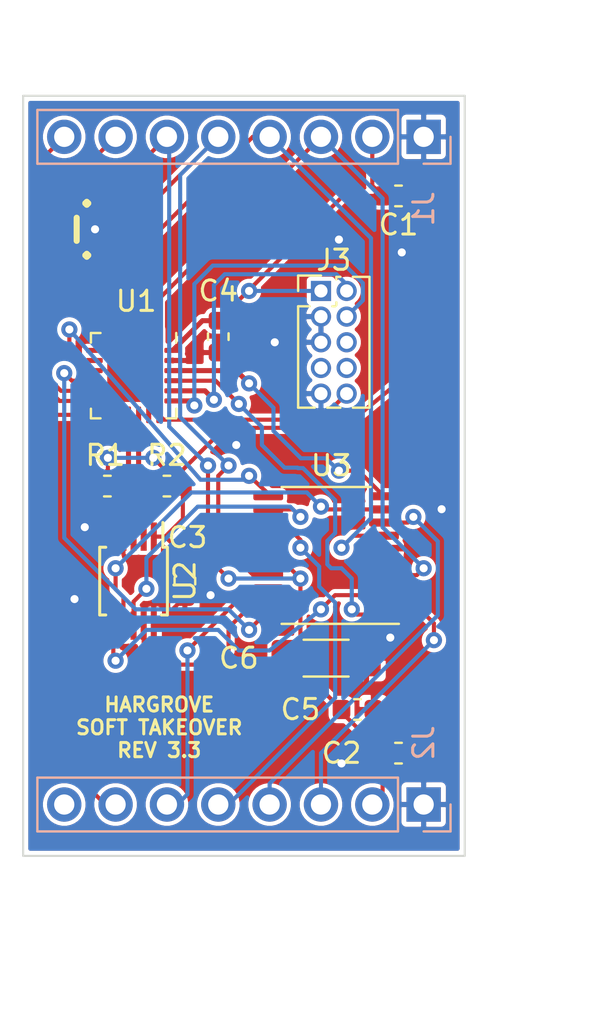
<source format=kicad_pcb>
(kicad_pcb (version 20171130) (host pcbnew "(5.1.6)-1")

  (general
    (thickness 1.6)
    (drawings 9)
    (tracks 268)
    (zones 0)
    (modules 14)
    (nets 39)
  )

  (page A4)
  (layers
    (0 F.Cu signal)
    (31 B.Cu signal)
    (32 B.Adhes user)
    (33 F.Adhes user)
    (34 B.Paste user hide)
    (35 F.Paste user)
    (36 B.SilkS user)
    (37 F.SilkS user)
    (38 B.Mask user)
    (39 F.Mask user)
    (40 Dwgs.User user)
    (41 Cmts.User user)
    (42 Eco1.User user)
    (43 Eco2.User user)
    (44 Edge.Cuts user)
    (45 Margin user)
    (46 B.CrtYd user)
    (47 F.CrtYd user)
    (48 B.Fab user)
    (49 F.Fab user)
  )

  (setup
    (last_trace_width 0.2032)
    (user_trace_width 0.2032)
    (trace_clearance 0.2)
    (zone_clearance 0.203)
    (zone_45_only no)
    (trace_min 0.2)
    (via_size 0.8)
    (via_drill 0.4)
    (via_min_size 0.4)
    (via_min_drill 0.3)
    (uvia_size 0.3)
    (uvia_drill 0.1)
    (uvias_allowed no)
    (uvia_min_size 0.2)
    (uvia_min_drill 0.1)
    (edge_width 0.05)
    (segment_width 0.2)
    (pcb_text_width 0.3)
    (pcb_text_size 1.5 1.5)
    (mod_edge_width 0.12)
    (mod_text_size 1 1)
    (mod_text_width 0.15)
    (pad_size 1.524 1.524)
    (pad_drill 0.762)
    (pad_to_mask_clearance 0.05)
    (aux_axis_origin 91.44 112.395)
    (grid_origin 92.964 99.06)
    (visible_elements 7FFFFFFF)
    (pcbplotparams
      (layerselection 0x010fc_ffffffff)
      (usegerberextensions false)
      (usegerberattributes true)
      (usegerberadvancedattributes true)
      (creategerberjobfile true)
      (excludeedgelayer true)
      (linewidth 0.100000)
      (plotframeref false)
      (viasonmask false)
      (mode 1)
      (useauxorigin false)
      (hpglpennumber 1)
      (hpglpenspeed 20)
      (hpglpendiameter 15.000000)
      (psnegative false)
      (psa4output false)
      (plotreference true)
      (plotvalue true)
      (plotinvisibletext false)
      (padsonsilk false)
      (subtractmaskfromsilk false)
      (outputformat 1)
      (mirror false)
      (drillshape 1)
      (scaleselection 1)
      (outputdirectory ""))
  )

  (net 0 "")
  (net 1 3v3)
  (net 2 GND)
  (net 3 RST)
  (net 4 IN_3)
  (net 5 IN_2)
  (net 6 IN_1)
  (net 7 IN_0)
  (net 8 SCL_EXT)
  (net 9 SDA_EXT)
  (net 10 OUT_0)
  (net 11 OUT_1)
  (net 12 OUT_2)
  (net 13 OUT_3)
  (net 14 SCL_DAC)
  (net 15 SDA_DAC)
  (net 16 SWDIO)
  (net 17 SWCLK)
  (net 18 "Net-(U1-Pad17)")
  (net 19 "Net-(U1-Pad14)")
  (net 20 SW_3)
  (net 21 SW_2)
  (net 22 "Net-(U1-Pad8)")
  (net 23 "Net-(U1-Pad7)")
  (net 24 SW_1)
  (net 25 SW_0)
  (net 26 DAC_3)
  (net 27 DAC_2)
  (net 28 DAC_1)
  (net 29 DAC_0)
  (net 30 "Net-(U2-Pad5)")
  (net 31 "Net-(U3-Pad15)")
  (net 32 LAYER_SEL)
  (net 33 "Net-(U1-Pad5)")
  (net 34 "Net-(U1-Pad6)")
  (net 35 "Net-(J2-Pad8)")
  (net 36 "Net-(J3-Pad8)")
  (net 37 "Net-(J3-Pad7)")
  (net 38 "Net-(J3-Pad6)")

  (net_class Default "This is the default net class."
    (clearance 0.2)
    (trace_width 0.25)
    (via_dia 0.8)
    (via_drill 0.4)
    (uvia_dia 0.3)
    (uvia_drill 0.1)
    (add_net 3v3)
    (add_net DAC_0)
    (add_net DAC_1)
    (add_net DAC_2)
    (add_net DAC_3)
    (add_net GND)
    (add_net IN_0)
    (add_net IN_1)
    (add_net IN_2)
    (add_net IN_3)
    (add_net LAYER_SEL)
    (add_net "Net-(J2-Pad8)")
    (add_net "Net-(J3-Pad6)")
    (add_net "Net-(J3-Pad7)")
    (add_net "Net-(J3-Pad8)")
    (add_net "Net-(U1-Pad14)")
    (add_net "Net-(U1-Pad17)")
    (add_net "Net-(U1-Pad5)")
    (add_net "Net-(U1-Pad6)")
    (add_net "Net-(U1-Pad7)")
    (add_net "Net-(U1-Pad8)")
    (add_net "Net-(U2-Pad5)")
    (add_net "Net-(U3-Pad15)")
    (add_net OUT_0)
    (add_net OUT_1)
    (add_net OUT_2)
    (add_net OUT_3)
    (add_net RST)
    (add_net SCL_DAC)
    (add_net SCL_EXT)
    (add_net SDA_DAC)
    (add_net SDA_EXT)
    (add_net SWCLK)
    (add_net SWDIO)
    (add_net SW_0)
    (add_net SW_1)
    (add_net SW_2)
    (add_net SW_3)
  )

  (module Connector_PinHeader_2.54mm:PinHeader_1x08_P2.54mm_Vertical (layer B.Cu) (tedit 59FED5CC) (tstamp 5FB87AB1)
    (at 144.145 86.36 90)
    (descr "Through hole straight pin header, 1x08, 2.54mm pitch, single row")
    (tags "Through hole pin header THT 1x08 2.54mm single row")
    (path /5FCD95F9)
    (fp_text reference J1 (at -3.556 0 90) (layer B.SilkS)
      (effects (font (size 1 1) (thickness 0.15)) (justify mirror))
    )
    (fp_text value Conn_01x08_Male (at 0 -20.11 90) (layer B.Fab)
      (effects (font (size 1 1) (thickness 0.15)) (justify mirror))
    )
    (fp_text user %R (at 0 -8.89 180) (layer B.Fab)
      (effects (font (size 1 1) (thickness 0.15)) (justify mirror))
    )
    (fp_line (start -0.635 1.27) (end 1.27 1.27) (layer B.Fab) (width 0.1))
    (fp_line (start 1.27 1.27) (end 1.27 -19.05) (layer B.Fab) (width 0.1))
    (fp_line (start 1.27 -19.05) (end -1.27 -19.05) (layer B.Fab) (width 0.1))
    (fp_line (start -1.27 -19.05) (end -1.27 0.635) (layer B.Fab) (width 0.1))
    (fp_line (start -1.27 0.635) (end -0.635 1.27) (layer B.Fab) (width 0.1))
    (fp_line (start -1.33 -19.11) (end 1.33 -19.11) (layer B.SilkS) (width 0.12))
    (fp_line (start -1.33 -1.27) (end -1.33 -19.11) (layer B.SilkS) (width 0.12))
    (fp_line (start 1.33 -1.27) (end 1.33 -19.11) (layer B.SilkS) (width 0.12))
    (fp_line (start -1.33 -1.27) (end 1.33 -1.27) (layer B.SilkS) (width 0.12))
    (fp_line (start -1.33 0) (end -1.33 1.33) (layer B.SilkS) (width 0.12))
    (fp_line (start -1.33 1.33) (end 0 1.33) (layer B.SilkS) (width 0.12))
    (fp_line (start -1.8 1.8) (end -1.8 -19.55) (layer B.CrtYd) (width 0.05))
    (fp_line (start -1.8 -19.55) (end 1.8 -19.55) (layer B.CrtYd) (width 0.05))
    (fp_line (start 1.8 -19.55) (end 1.8 1.8) (layer B.CrtYd) (width 0.05))
    (fp_line (start 1.8 1.8) (end -1.8 1.8) (layer B.CrtYd) (width 0.05))
    (pad 8 thru_hole oval (at 0 -17.78 90) (size 1.7 1.7) (drill 1) (layers *.Cu *.Mask)
      (net 8 SCL_EXT))
    (pad 7 thru_hole oval (at 0 -15.24 90) (size 1.7 1.7) (drill 1) (layers *.Cu *.Mask)
      (net 9 SDA_EXT))
    (pad 6 thru_hole oval (at 0 -12.7 90) (size 1.7 1.7) (drill 1) (layers *.Cu *.Mask)
      (net 4 IN_3))
    (pad 5 thru_hole oval (at 0 -10.16 90) (size 1.7 1.7) (drill 1) (layers *.Cu *.Mask)
      (net 5 IN_2))
    (pad 4 thru_hole oval (at 0 -7.62 90) (size 1.7 1.7) (drill 1) (layers *.Cu *.Mask)
      (net 6 IN_1))
    (pad 3 thru_hole oval (at 0 -5.08 90) (size 1.7 1.7) (drill 1) (layers *.Cu *.Mask)
      (net 7 IN_0))
    (pad 2 thru_hole oval (at 0 -2.54 90) (size 1.7 1.7) (drill 1) (layers *.Cu *.Mask)
      (net 1 3v3))
    (pad 1 thru_hole rect (at 0 0 90) (size 1.7 1.7) (drill 1) (layers *.Cu *.Mask)
      (net 2 GND))
    (model ${KISYS3DMOD}/Connector_PinHeader_2.54mm.3dshapes/PinHeader_1x08_P2.54mm_Vertical.wrl
      (at (xyz 0 0 0))
      (scale (xyz 1 1 1))
      (rotate (xyz 0 0 0))
    )
  )

  (module Package_SO:TSSOP-20_4.4x6.5mm_P0.65mm (layer F.Cu) (tedit 5E476F32) (tstamp 5FB7CCE7)
    (at 139.319 107.061 180)
    (descr "TSSOP, 20 Pin (JEDEC MO-153 Var AC https://www.jedec.org/document_search?search_api_views_fulltext=MO-153), generated with kicad-footprint-generator ipc_gullwing_generator.py")
    (tags "TSSOP SO")
    (path /5FB1BAFD)
    (attr smd)
    (fp_text reference U3 (at -0.254 4.445) (layer F.SilkS)
      (effects (font (size 1 1) (thickness 0.15)))
    )
    (fp_text value ADG734 (at 0 4.2) (layer F.Fab)
      (effects (font (size 1 1) (thickness 0.15)))
    )
    (fp_text user %R (at 0 -1.143) (layer F.Fab)
      (effects (font (size 1 1) (thickness 0.15)))
    )
    (fp_line (start 0 3.385) (end 2.2 3.385) (layer F.SilkS) (width 0.12))
    (fp_line (start 0 3.385) (end -2.2 3.385) (layer F.SilkS) (width 0.12))
    (fp_line (start 0 -3.385) (end 2.2 -3.385) (layer F.SilkS) (width 0.12))
    (fp_line (start 0 -3.385) (end -3.6 -3.385) (layer F.SilkS) (width 0.12))
    (fp_line (start -1.2 -3.25) (end 2.2 -3.25) (layer F.Fab) (width 0.1))
    (fp_line (start 2.2 -3.25) (end 2.2 3.25) (layer F.Fab) (width 0.1))
    (fp_line (start 2.2 3.25) (end -2.2 3.25) (layer F.Fab) (width 0.1))
    (fp_line (start -2.2 3.25) (end -2.2 -2.25) (layer F.Fab) (width 0.1))
    (fp_line (start -2.2 -2.25) (end -1.2 -3.25) (layer F.Fab) (width 0.1))
    (fp_line (start -3.85 -3.5) (end -3.85 3.5) (layer F.CrtYd) (width 0.05))
    (fp_line (start -3.85 3.5) (end 3.85 3.5) (layer F.CrtYd) (width 0.05))
    (fp_line (start 3.85 3.5) (end 3.85 -3.5) (layer F.CrtYd) (width 0.05))
    (fp_line (start 3.85 -3.5) (end -3.85 -3.5) (layer F.CrtYd) (width 0.05))
    (pad 20 smd roundrect (at 2.8625 -2.925 180) (size 1.475 0.4) (layers F.Cu F.Paste F.Mask) (roundrect_rratio 0.25)
      (net 20 SW_3))
    (pad 19 smd roundrect (at 2.8625 -2.275 180) (size 1.475 0.4) (layers F.Cu F.Paste F.Mask) (roundrect_rratio 0.25)
      (net 26 DAC_3))
    (pad 18 smd roundrect (at 2.8625 -1.625 180) (size 1.475 0.4) (layers F.Cu F.Paste F.Mask) (roundrect_rratio 0.25)
      (net 13 OUT_3))
    (pad 17 smd roundrect (at 2.8625 -0.975 180) (size 1.475 0.4) (layers F.Cu F.Paste F.Mask) (roundrect_rratio 0.25)
      (net 4 IN_3))
    (pad 16 smd roundrect (at 2.8625 -0.325 180) (size 1.475 0.4) (layers F.Cu F.Paste F.Mask) (roundrect_rratio 0.25)
      (net 1 3v3))
    (pad 15 smd roundrect (at 2.8625 0.325 180) (size 1.475 0.4) (layers F.Cu F.Paste F.Mask) (roundrect_rratio 0.25)
      (net 31 "Net-(U3-Pad15)"))
    (pad 14 smd roundrect (at 2.8625 0.975 180) (size 1.475 0.4) (layers F.Cu F.Paste F.Mask) (roundrect_rratio 0.25)
      (net 5 IN_2))
    (pad 13 smd roundrect (at 2.8625 1.625 180) (size 1.475 0.4) (layers F.Cu F.Paste F.Mask) (roundrect_rratio 0.25)
      (net 12 OUT_2))
    (pad 12 smd roundrect (at 2.8625 2.275 180) (size 1.475 0.4) (layers F.Cu F.Paste F.Mask) (roundrect_rratio 0.25)
      (net 27 DAC_2))
    (pad 11 smd roundrect (at 2.8625 2.925 180) (size 1.475 0.4) (layers F.Cu F.Paste F.Mask) (roundrect_rratio 0.25)
      (net 21 SW_2))
    (pad 10 smd roundrect (at -2.8625 2.925 180) (size 1.475 0.4) (layers F.Cu F.Paste F.Mask) (roundrect_rratio 0.25)
      (net 24 SW_1))
    (pad 9 smd roundrect (at -2.8625 2.275 180) (size 1.475 0.4) (layers F.Cu F.Paste F.Mask) (roundrect_rratio 0.25)
      (net 28 DAC_1))
    (pad 8 smd roundrect (at -2.8625 1.625 180) (size 1.475 0.4) (layers F.Cu F.Paste F.Mask) (roundrect_rratio 0.25)
      (net 11 OUT_1))
    (pad 7 smd roundrect (at -2.8625 0.975 180) (size 1.475 0.4) (layers F.Cu F.Paste F.Mask) (roundrect_rratio 0.25)
      (net 6 IN_1))
    (pad 6 smd roundrect (at -2.8625 0.325 180) (size 1.475 0.4) (layers F.Cu F.Paste F.Mask) (roundrect_rratio 0.25)
      (net 2 GND))
    (pad 5 smd roundrect (at -2.8625 -0.325 180) (size 1.475 0.4) (layers F.Cu F.Paste F.Mask) (roundrect_rratio 0.25)
      (net 2 GND))
    (pad 4 smd roundrect (at -2.8625 -0.975 180) (size 1.475 0.4) (layers F.Cu F.Paste F.Mask) (roundrect_rratio 0.25)
      (net 7 IN_0))
    (pad 3 smd roundrect (at -2.8625 -1.625 180) (size 1.475 0.4) (layers F.Cu F.Paste F.Mask) (roundrect_rratio 0.25)
      (net 10 OUT_0))
    (pad 2 smd roundrect (at -2.8625 -2.275 180) (size 1.475 0.4) (layers F.Cu F.Paste F.Mask) (roundrect_rratio 0.25)
      (net 29 DAC_0))
    (pad 1 smd roundrect (at -2.8625 -2.925 180) (size 1.475 0.4) (layers F.Cu F.Paste F.Mask) (roundrect_rratio 0.25)
      (net 25 SW_0))
    (model ${KISYS3DMOD}/Package_SO.3dshapes/TSSOP-20_4.4x6.5mm_P0.65mm.wrl
      (at (xyz 0 0 0))
      (scale (xyz 1 1 1))
      (rotate (xyz 0 0 0))
    )
  )

  (module Capacitor_SMD:C_0603_1608Metric (layer F.Cu) (tedit 5B301BBE) (tstamp 5FB84FA9)
    (at 142.9005 116.84 180)
    (descr "Capacitor SMD 0603 (1608 Metric), square (rectangular) end terminal, IPC_7351 nominal, (Body size source: http://www.tortai-tech.com/upload/download/2011102023233369053.pdf), generated with kicad-footprint-generator")
    (tags capacitor)
    (path /5FBB0CC4)
    (attr smd)
    (fp_text reference C2 (at 2.8195 0) (layer F.SilkS)
      (effects (font (size 1 1) (thickness 0.15)))
    )
    (fp_text value 0.1uF (at 0 1.43) (layer F.Fab)
      (effects (font (size 1 1) (thickness 0.15)))
    )
    (fp_text user %R (at 0 0) (layer F.Fab)
      (effects (font (size 0.4 0.4) (thickness 0.06)))
    )
    (fp_line (start -0.8 0.4) (end -0.8 -0.4) (layer F.Fab) (width 0.1))
    (fp_line (start -0.8 -0.4) (end 0.8 -0.4) (layer F.Fab) (width 0.1))
    (fp_line (start 0.8 -0.4) (end 0.8 0.4) (layer F.Fab) (width 0.1))
    (fp_line (start 0.8 0.4) (end -0.8 0.4) (layer F.Fab) (width 0.1))
    (fp_line (start -0.162779 -0.51) (end 0.162779 -0.51) (layer F.SilkS) (width 0.12))
    (fp_line (start -0.162779 0.51) (end 0.162779 0.51) (layer F.SilkS) (width 0.12))
    (fp_line (start -1.48 0.73) (end -1.48 -0.73) (layer F.CrtYd) (width 0.05))
    (fp_line (start -1.48 -0.73) (end 1.48 -0.73) (layer F.CrtYd) (width 0.05))
    (fp_line (start 1.48 -0.73) (end 1.48 0.73) (layer F.CrtYd) (width 0.05))
    (fp_line (start 1.48 0.73) (end -1.48 0.73) (layer F.CrtYd) (width 0.05))
    (pad 2 smd roundrect (at 0.7875 0 180) (size 0.875 0.95) (layers F.Cu F.Paste F.Mask) (roundrect_rratio 0.25)
      (net 1 3v3))
    (pad 1 smd roundrect (at -0.7875 0 180) (size 0.875 0.95) (layers F.Cu F.Paste F.Mask) (roundrect_rratio 0.25)
      (net 2 GND))
    (model ${KISYS3DMOD}/Capacitor_SMD.3dshapes/C_0603_1608Metric.wrl
      (at (xyz 0 0 0))
      (scale (xyz 1 1 1))
      (rotate (xyz 0 0 0))
    )
  )

  (module Package_SO:MSOP-10_3x3mm_P0.5mm (layer F.Cu) (tedit 5A02F25C) (tstamp 5FB7AD58)
    (at 129.794 108.331 270)
    (descr "10-Lead Plastic Micro Small Outline Package (MS) [MSOP] (see Microchip Packaging Specification 00000049BS.pdf)")
    (tags "SSOP 0.5")
    (path /5FB47E6B)
    (attr smd)
    (fp_text reference U2 (at 0 -2.54 270) (layer F.SilkS)
      (effects (font (size 1 1) (thickness 0.15)))
    )
    (fp_text value MCP4728 (at 0 2.6 90) (layer F.Fab)
      (effects (font (size 1 1) (thickness 0.15)))
    )
    (fp_text user %R (at 0 0 90) (layer F.Fab)
      (effects (font (size 0.6 0.6) (thickness 0.15)))
    )
    (fp_line (start -0.5 -1.5) (end 1.5 -1.5) (layer F.Fab) (width 0.15))
    (fp_line (start 1.5 -1.5) (end 1.5 1.5) (layer F.Fab) (width 0.15))
    (fp_line (start 1.5 1.5) (end -1.5 1.5) (layer F.Fab) (width 0.15))
    (fp_line (start -1.5 1.5) (end -1.5 -0.5) (layer F.Fab) (width 0.15))
    (fp_line (start -1.5 -0.5) (end -0.5 -1.5) (layer F.Fab) (width 0.15))
    (fp_line (start -3.15 -1.85) (end -3.15 1.85) (layer F.CrtYd) (width 0.05))
    (fp_line (start 3.15 -1.85) (end 3.15 1.85) (layer F.CrtYd) (width 0.05))
    (fp_line (start -3.15 -1.85) (end 3.15 -1.85) (layer F.CrtYd) (width 0.05))
    (fp_line (start -3.15 1.85) (end 3.15 1.85) (layer F.CrtYd) (width 0.05))
    (fp_line (start -1.675 -1.675) (end -1.675 -1.45) (layer F.SilkS) (width 0.15))
    (fp_line (start 1.675 -1.675) (end 1.675 -1.375) (layer F.SilkS) (width 0.15))
    (fp_line (start 1.675 1.675) (end 1.675 1.375) (layer F.SilkS) (width 0.15))
    (fp_line (start -1.675 1.675) (end -1.675 1.375) (layer F.SilkS) (width 0.15))
    (fp_line (start -1.675 -1.675) (end 1.675 -1.675) (layer F.SilkS) (width 0.15))
    (fp_line (start -1.675 1.675) (end 1.675 1.675) (layer F.SilkS) (width 0.15))
    (fp_line (start -1.675 -1.45) (end -2.9 -1.45) (layer F.SilkS) (width 0.15))
    (pad 10 smd rect (at 2.2 -1 270) (size 1.4 0.3) (layers F.Cu F.Paste F.Mask)
      (net 2 GND))
    (pad 9 smd rect (at 2.2 -0.5 270) (size 1.4 0.3) (layers F.Cu F.Paste F.Mask)
      (net 26 DAC_3))
    (pad 8 smd rect (at 2.2 0 270) (size 1.4 0.3) (layers F.Cu F.Paste F.Mask)
      (net 27 DAC_2))
    (pad 7 smd rect (at 2.2 0.5 270) (size 1.4 0.3) (layers F.Cu F.Paste F.Mask)
      (net 28 DAC_1))
    (pad 6 smd rect (at 2.2 1 270) (size 1.4 0.3) (layers F.Cu F.Paste F.Mask)
      (net 29 DAC_0))
    (pad 5 smd rect (at -2.2 1 270) (size 1.4 0.3) (layers F.Cu F.Paste F.Mask)
      (net 30 "Net-(U2-Pad5)"))
    (pad 4 smd rect (at -2.2 0.5 270) (size 1.4 0.3) (layers F.Cu F.Paste F.Mask)
      (net 2 GND))
    (pad 3 smd rect (at -2.2 0 270) (size 1.4 0.3) (layers F.Cu F.Paste F.Mask)
      (net 15 SDA_DAC))
    (pad 2 smd rect (at -2.2 -0.5 270) (size 1.4 0.3) (layers F.Cu F.Paste F.Mask)
      (net 14 SCL_DAC))
    (pad 1 smd rect (at -2.2 -1 270) (size 1.4 0.3) (layers F.Cu F.Paste F.Mask)
      (net 1 3v3))
    (model ${KISYS3DMOD}/Package_SO.3dshapes/MSOP-10_3x3mm_P0.5mm.wrl
      (at (xyz 0 0 0))
      (scale (xyz 1 1 1))
      (rotate (xyz 0 0 0))
    )
  )

  (module Package_DFN_QFN:QFN-24-1EP_4x4mm_P0.5mm_EP2.6x2.6mm (layer F.Cu) (tedit 5DC5F6A3) (tstamp 5FB79F31)
    (at 129.794 98.171 270)
    (descr "QFN, 24 Pin (http://ww1.microchip.com/downloads/en/PackagingSpec/00000049BQ.pdf#page=278), generated with kicad-footprint-generator ipc_noLead_generator.py")
    (tags "QFN NoLead")
    (path /5FAD2176)
    (attr smd)
    (fp_text reference U1 (at -3.683 -0.127) (layer F.SilkS)
      (effects (font (size 1 1) (thickness 0.15)))
    )
    (fp_text value SAMD11D14A (at 0 3.3 90) (layer F.Fab)
      (effects (font (size 1 1) (thickness 0.15)))
    )
    (fp_text user %R (at 0 0) (layer F.Fab)
      (effects (font (size 1 1) (thickness 0.15)))
    )
    (fp_line (start 1.635 -2.11) (end 2.11 -2.11) (layer F.SilkS) (width 0.12))
    (fp_line (start 2.11 -2.11) (end 2.11 -1.635) (layer F.SilkS) (width 0.12))
    (fp_line (start -1.635 2.11) (end -2.11 2.11) (layer F.SilkS) (width 0.12))
    (fp_line (start -2.11 2.11) (end -2.11 1.635) (layer F.SilkS) (width 0.12))
    (fp_line (start 1.635 2.11) (end 2.11 2.11) (layer F.SilkS) (width 0.12))
    (fp_line (start 2.11 2.11) (end 2.11 1.635) (layer F.SilkS) (width 0.12))
    (fp_line (start -1.635 -2.11) (end -2.11 -2.11) (layer F.SilkS) (width 0.12))
    (fp_line (start -1 -2) (end 2 -2) (layer F.Fab) (width 0.1))
    (fp_line (start 2 -2) (end 2 2) (layer F.Fab) (width 0.1))
    (fp_line (start 2 2) (end -2 2) (layer F.Fab) (width 0.1))
    (fp_line (start -2 2) (end -2 -1) (layer F.Fab) (width 0.1))
    (fp_line (start -2 -1) (end -1 -2) (layer F.Fab) (width 0.1))
    (fp_line (start -2.6 -2.6) (end -2.6 2.6) (layer F.CrtYd) (width 0.05))
    (fp_line (start -2.6 2.6) (end 2.6 2.6) (layer F.CrtYd) (width 0.05))
    (fp_line (start 2.6 2.6) (end 2.6 -2.6) (layer F.CrtYd) (width 0.05))
    (fp_line (start 2.6 -2.6) (end -2.6 -2.6) (layer F.CrtYd) (width 0.05))
    (pad "" smd roundrect (at 0.65 0.65 270) (size 1.05 1.05) (layers F.Paste) (roundrect_rratio 0.238095))
    (pad "" smd roundrect (at 0.65 -0.65 270) (size 1.05 1.05) (layers F.Paste) (roundrect_rratio 0.238095))
    (pad "" smd roundrect (at -0.65 0.65 270) (size 1.05 1.05) (layers F.Paste) (roundrect_rratio 0.238095))
    (pad "" smd roundrect (at -0.65 -0.65 270) (size 1.05 1.05) (layers F.Paste) (roundrect_rratio 0.238095))
    (pad 25 smd rect (at 0 0 270) (size 2.6 2.6) (layers F.Cu F.Mask))
    (pad 24 smd roundrect (at -1.25 -1.9375 270) (size 0.25 0.825) (layers F.Cu F.Paste F.Mask) (roundrect_rratio 0.25)
      (net 1 3v3))
    (pad 23 smd roundrect (at -0.75 -1.9375 270) (size 0.25 0.825) (layers F.Cu F.Paste F.Mask) (roundrect_rratio 0.25)
      (net 2 GND))
    (pad 22 smd roundrect (at -0.25 -1.9375 270) (size 0.25 0.825) (layers F.Cu F.Paste F.Mask) (roundrect_rratio 0.25)
      (net 24 SW_1))
    (pad 21 smd roundrect (at 0.25 -1.9375 270) (size 0.25 0.825) (layers F.Cu F.Paste F.Mask) (roundrect_rratio 0.25)
      (net 25 SW_0))
    (pad 20 smd roundrect (at 0.75 -1.9375 270) (size 0.25 0.825) (layers F.Cu F.Paste F.Mask) (roundrect_rratio 0.25)
      (net 16 SWDIO))
    (pad 19 smd roundrect (at 1.25 -1.9375 270) (size 0.25 0.825) (layers F.Cu F.Paste F.Mask) (roundrect_rratio 0.25)
      (net 17 SWCLK))
    (pad 18 smd roundrect (at 1.9375 -1.25 270) (size 0.825 0.25) (layers F.Cu F.Paste F.Mask) (roundrect_rratio 0.25)
      (net 3 RST))
    (pad 17 smd roundrect (at 1.9375 -0.75 270) (size 0.825 0.25) (layers F.Cu F.Paste F.Mask) (roundrect_rratio 0.25)
      (net 18 "Net-(U1-Pad17)"))
    (pad 16 smd roundrect (at 1.9375 -0.25 270) (size 0.825 0.25) (layers F.Cu F.Paste F.Mask) (roundrect_rratio 0.25)
      (net 14 SCL_DAC))
    (pad 15 smd roundrect (at 1.9375 0.25 270) (size 0.825 0.25) (layers F.Cu F.Paste F.Mask) (roundrect_rratio 0.25)
      (net 15 SDA_DAC))
    (pad 14 smd roundrect (at 1.9375 0.75 270) (size 0.825 0.25) (layers F.Cu F.Paste F.Mask) (roundrect_rratio 0.25)
      (net 19 "Net-(U1-Pad14)"))
    (pad 13 smd roundrect (at 1.9375 1.25 270) (size 0.825 0.25) (layers F.Cu F.Paste F.Mask) (roundrect_rratio 0.25)
      (net 32 LAYER_SEL))
    (pad 12 smd roundrect (at 1.25 1.9375 270) (size 0.25 0.825) (layers F.Cu F.Paste F.Mask) (roundrect_rratio 0.25)
      (net 8 SCL_EXT))
    (pad 11 smd roundrect (at 0.75 1.9375 270) (size 0.25 0.825) (layers F.Cu F.Paste F.Mask) (roundrect_rratio 0.25)
      (net 9 SDA_EXT))
    (pad 10 smd roundrect (at 0.25 1.9375 270) (size 0.25 0.825) (layers F.Cu F.Paste F.Mask) (roundrect_rratio 0.25)
      (net 20 SW_3))
    (pad 9 smd roundrect (at -0.25 1.9375 270) (size 0.25 0.825) (layers F.Cu F.Paste F.Mask) (roundrect_rratio 0.25)
      (net 21 SW_2))
    (pad 8 smd roundrect (at -0.75 1.9375 270) (size 0.25 0.825) (layers F.Cu F.Paste F.Mask) (roundrect_rratio 0.25)
      (net 22 "Net-(U1-Pad8)"))
    (pad 7 smd roundrect (at -1.25 1.9375 270) (size 0.25 0.825) (layers F.Cu F.Paste F.Mask) (roundrect_rratio 0.25)
      (net 23 "Net-(U1-Pad7)"))
    (pad 6 smd roundrect (at -1.9375 1.25 270) (size 0.825 0.25) (layers F.Cu F.Paste F.Mask) (roundrect_rratio 0.25)
      (net 34 "Net-(U1-Pad6)"))
    (pad 5 smd roundrect (at -1.9375 0.75 270) (size 0.825 0.25) (layers F.Cu F.Paste F.Mask) (roundrect_rratio 0.25)
      (net 33 "Net-(U1-Pad5)"))
    (pad 4 smd roundrect (at -1.9375 0.25 270) (size 0.825 0.25) (layers F.Cu F.Paste F.Mask) (roundrect_rratio 0.25)
      (net 4 IN_3))
    (pad 3 smd roundrect (at -1.9375 -0.25 270) (size 0.825 0.25) (layers F.Cu F.Paste F.Mask) (roundrect_rratio 0.25)
      (net 5 IN_2))
    (pad 2 smd roundrect (at -1.9375 -0.75 270) (size 0.825 0.25) (layers F.Cu F.Paste F.Mask) (roundrect_rratio 0.25)
      (net 6 IN_1))
    (pad 1 smd roundrect (at -1.9375 -1.25 270) (size 0.825 0.25) (layers F.Cu F.Paste F.Mask) (roundrect_rratio 0.25)
      (net 7 IN_0))
    (model ${KISYS3DMOD}/Package_DFN_QFN.3dshapes/QFN-24-1EP_4x4mm_P0.5mm_EP2.6x2.6mm.wrl
      (at (xyz 0 0 0))
      (scale (xyz 1 1 1))
      (rotate (xyz 0 0 0))
    )
  )

  (module Resistor_SMD:R_0603_1608Metric (layer F.Cu) (tedit 5B301BBD) (tstamp 5FB7BB02)
    (at 128.4985 103.632)
    (descr "Resistor SMD 0603 (1608 Metric), square (rectangular) end terminal, IPC_7351 nominal, (Body size source: http://www.tortai-tech.com/upload/download/2011102023233369053.pdf), generated with kicad-footprint-generator")
    (tags resistor)
    (path /5FB47E94)
    (attr smd)
    (fp_text reference R1 (at -0.1015 -1.524) (layer F.SilkS)
      (effects (font (size 1 1) (thickness 0.15)))
    )
    (fp_text value 5k (at 2.6925 0) (layer F.Fab)
      (effects (font (size 1 1) (thickness 0.15)))
    )
    (fp_text user %R (at 0 0 90) (layer F.Fab)
      (effects (font (size 0.4 0.4) (thickness 0.06)))
    )
    (fp_line (start -0.8 0.4) (end -0.8 -0.4) (layer F.Fab) (width 0.1))
    (fp_line (start -0.8 -0.4) (end 0.8 -0.4) (layer F.Fab) (width 0.1))
    (fp_line (start 0.8 -0.4) (end 0.8 0.4) (layer F.Fab) (width 0.1))
    (fp_line (start 0.8 0.4) (end -0.8 0.4) (layer F.Fab) (width 0.1))
    (fp_line (start -0.162779 -0.51) (end 0.162779 -0.51) (layer F.SilkS) (width 0.12))
    (fp_line (start -0.162779 0.51) (end 0.162779 0.51) (layer F.SilkS) (width 0.12))
    (fp_line (start -1.48 0.73) (end -1.48 -0.73) (layer F.CrtYd) (width 0.05))
    (fp_line (start -1.48 -0.73) (end 1.48 -0.73) (layer F.CrtYd) (width 0.05))
    (fp_line (start 1.48 -0.73) (end 1.48 0.73) (layer F.CrtYd) (width 0.05))
    (fp_line (start 1.48 0.73) (end -1.48 0.73) (layer F.CrtYd) (width 0.05))
    (pad 2 smd roundrect (at 0.7875 0) (size 0.875 0.95) (layers F.Cu F.Paste F.Mask) (roundrect_rratio 0.25)
      (net 15 SDA_DAC))
    (pad 1 smd roundrect (at -0.7875 0) (size 0.875 0.95) (layers F.Cu F.Paste F.Mask) (roundrect_rratio 0.25)
      (net 1 3v3))
    (model ${KISYS3DMOD}/Resistor_SMD.3dshapes/R_0603_1608Metric.wrl
      (at (xyz 0 0 0))
      (scale (xyz 1 1 1))
      (rotate (xyz 0 0 0))
    )
  )

  (module Resistor_SMD:R_0603_1608Metric (layer F.Cu) (tedit 5B301BBD) (tstamp 5FB7B7F8)
    (at 131.445 103.632 180)
    (descr "Resistor SMD 0603 (1608 Metric), square (rectangular) end terminal, IPC_7351 nominal, (Body size source: http://www.tortai-tech.com/upload/download/2011102023233369053.pdf), generated with kicad-footprint-generator")
    (tags resistor)
    (path /5FB47E8D)
    (attr smd)
    (fp_text reference R2 (at 0 1.524) (layer F.SilkS)
      (effects (font (size 1 1) (thickness 0.15)))
    )
    (fp_text value 5k (at 2.6925 0) (layer F.Fab)
      (effects (font (size 1 1) (thickness 0.15)))
    )
    (fp_text user %R (at 0 0) (layer F.Fab)
      (effects (font (size 0.4 0.4) (thickness 0.06)))
    )
    (fp_line (start -0.8 0.4) (end -0.8 -0.4) (layer F.Fab) (width 0.1))
    (fp_line (start -0.8 -0.4) (end 0.8 -0.4) (layer F.Fab) (width 0.1))
    (fp_line (start 0.8 -0.4) (end 0.8 0.4) (layer F.Fab) (width 0.1))
    (fp_line (start 0.8 0.4) (end -0.8 0.4) (layer F.Fab) (width 0.1))
    (fp_line (start -0.162779 -0.51) (end 0.162779 -0.51) (layer F.SilkS) (width 0.12))
    (fp_line (start -0.162779 0.51) (end 0.162779 0.51) (layer F.SilkS) (width 0.12))
    (fp_line (start -1.48 0.73) (end -1.48 -0.73) (layer F.CrtYd) (width 0.05))
    (fp_line (start -1.48 -0.73) (end 1.48 -0.73) (layer F.CrtYd) (width 0.05))
    (fp_line (start 1.48 -0.73) (end 1.48 0.73) (layer F.CrtYd) (width 0.05))
    (fp_line (start 1.48 0.73) (end -1.48 0.73) (layer F.CrtYd) (width 0.05))
    (pad 2 smd roundrect (at 0.7875 0 180) (size 0.875 0.95) (layers F.Cu F.Paste F.Mask) (roundrect_rratio 0.25)
      (net 14 SCL_DAC))
    (pad 1 smd roundrect (at -0.7875 0 180) (size 0.875 0.95) (layers F.Cu F.Paste F.Mask) (roundrect_rratio 0.25)
      (net 1 3v3))
    (model ${KISYS3DMOD}/Resistor_SMD.3dshapes/R_0603_1608Metric.wrl
      (at (xyz 0 0 0))
      (scale (xyz 1 1 1))
      (rotate (xyz 0 0 0))
    )
  )

  (module Connector_PinHeader_1.27mm:PinHeader_2x05_P1.27mm_Vertical (layer F.Cu) (tedit 59FED6E3) (tstamp 5FB7CBF0)
    (at 139.065 93.98)
    (descr "Through hole straight pin header, 2x05, 1.27mm pitch, double rows")
    (tags "Through hole pin header THT 2x05 1.27mm double row")
    (path /5FE64CB5)
    (fp_text reference J3 (at 0.635 -1.524) (layer F.SilkS)
      (effects (font (size 1 1) (thickness 0.15)))
    )
    (fp_text value JTAG_SWD (at -2.54 2.54 270) (layer F.Fab)
      (effects (font (size 1 1) (thickness 0.15)))
    )
    (fp_line (start 2.85 -1.15) (end -1.6 -1.15) (layer F.CrtYd) (width 0.05))
    (fp_line (start 2.85 6.25) (end 2.85 -1.15) (layer F.CrtYd) (width 0.05))
    (fp_line (start -1.6 6.25) (end 2.85 6.25) (layer F.CrtYd) (width 0.05))
    (fp_line (start -1.6 -1.15) (end -1.6 6.25) (layer F.CrtYd) (width 0.05))
    (fp_line (start -1.13 -0.76) (end 0 -0.76) (layer F.SilkS) (width 0.12))
    (fp_line (start -1.13 0) (end -1.13 -0.76) (layer F.SilkS) (width 0.12))
    (fp_line (start 1.57753 -0.695) (end 2.4 -0.695) (layer F.SilkS) (width 0.12))
    (fp_line (start 0.76 -0.695) (end 0.96247 -0.695) (layer F.SilkS) (width 0.12))
    (fp_line (start 0.76 -0.563471) (end 0.76 -0.695) (layer F.SilkS) (width 0.12))
    (fp_line (start 0.76 0.706529) (end 0.76 0.563471) (layer F.SilkS) (width 0.12))
    (fp_line (start 0.563471 0.76) (end 0.706529 0.76) (layer F.SilkS) (width 0.12))
    (fp_line (start -1.13 0.76) (end -0.563471 0.76) (layer F.SilkS) (width 0.12))
    (fp_line (start 2.4 -0.695) (end 2.4 5.775) (layer F.SilkS) (width 0.12))
    (fp_line (start -1.13 0.76) (end -1.13 5.775) (layer F.SilkS) (width 0.12))
    (fp_line (start 0.30753 5.775) (end 0.96247 5.775) (layer F.SilkS) (width 0.12))
    (fp_line (start 1.57753 5.775) (end 2.4 5.775) (layer F.SilkS) (width 0.12))
    (fp_line (start -1.13 5.775) (end -0.30753 5.775) (layer F.SilkS) (width 0.12))
    (fp_line (start -1.07 0.2175) (end -0.2175 -0.635) (layer F.Fab) (width 0.1))
    (fp_line (start -1.07 5.715) (end -1.07 0.2175) (layer F.Fab) (width 0.1))
    (fp_line (start 2.34 5.715) (end -1.07 5.715) (layer F.Fab) (width 0.1))
    (fp_line (start 2.34 -0.635) (end 2.34 5.715) (layer F.Fab) (width 0.1))
    (fp_line (start -0.2175 -0.635) (end 2.34 -0.635) (layer F.Fab) (width 0.1))
    (fp_text user %R (at 0.635 2.54 90) (layer F.Fab)
      (effects (font (size 1 1) (thickness 0.15)))
    )
    (pad 1 thru_hole rect (at 0 0) (size 1 1) (drill 0.65) (layers *.Cu *.Mask)
      (net 1 3v3))
    (pad 2 thru_hole oval (at 1.27 0) (size 1 1) (drill 0.65) (layers *.Cu *.Mask)
      (net 16 SWDIO))
    (pad 3 thru_hole oval (at 0 1.27) (size 1 1) (drill 0.65) (layers *.Cu *.Mask)
      (net 2 GND))
    (pad 4 thru_hole oval (at 1.27 1.27) (size 1 1) (drill 0.65) (layers *.Cu *.Mask)
      (net 17 SWCLK))
    (pad 5 thru_hole oval (at 0 2.54) (size 1 1) (drill 0.65) (layers *.Cu *.Mask)
      (net 2 GND))
    (pad 6 thru_hole oval (at 1.27 2.54) (size 1 1) (drill 0.65) (layers *.Cu *.Mask)
      (net 38 "Net-(J3-Pad6)"))
    (pad 7 thru_hole oval (at 0 3.81) (size 1 1) (drill 0.65) (layers *.Cu *.Mask)
      (net 37 "Net-(J3-Pad7)"))
    (pad 8 thru_hole oval (at 1.27 3.81) (size 1 1) (drill 0.65) (layers *.Cu *.Mask)
      (net 36 "Net-(J3-Pad8)"))
    (pad 9 thru_hole oval (at 0 5.08) (size 1 1) (drill 0.65) (layers *.Cu *.Mask)
      (net 2 GND))
    (pad 10 thru_hole oval (at 1.27 5.08) (size 1 1) (drill 0.65) (layers *.Cu *.Mask)
      (net 3 RST))
    (model ${KISYS3DMOD}/Connector_PinHeader_1.27mm.3dshapes/PinHeader_2x05_P1.27mm_Vertical.wrl
      (at (xyz 0 0 0))
      (scale (xyz 1 1 1))
      (rotate (xyz 0 0 0))
    )
  )

  (module Connector_PinHeader_2.54mm:PinHeader_1x08_P2.54mm_Vertical (layer B.Cu) (tedit 59FED5CC) (tstamp 5FB8A37F)
    (at 144.145 119.38 90)
    (descr "Through hole straight pin header, 1x08, 2.54mm pitch, single row")
    (tags "Through hole pin header THT 1x08 2.54mm single row")
    (path /5FCDB26E)
    (fp_text reference J2 (at 3.048 0 90) (layer B.SilkS)
      (effects (font (size 1 1) (thickness 0.15)) (justify mirror))
    )
    (fp_text value Conn_01x08_Male (at 0 -20.11 90) (layer B.Fab)
      (effects (font (size 1 1) (thickness 0.15)) (justify mirror))
    )
    (fp_text user %R (at 0 -8.89 180) (layer B.Fab)
      (effects (font (size 1 1) (thickness 0.15)) (justify mirror))
    )
    (fp_line (start -0.635 1.27) (end 1.27 1.27) (layer B.Fab) (width 0.1))
    (fp_line (start 1.27 1.27) (end 1.27 -19.05) (layer B.Fab) (width 0.1))
    (fp_line (start 1.27 -19.05) (end -1.27 -19.05) (layer B.Fab) (width 0.1))
    (fp_line (start -1.27 -19.05) (end -1.27 0.635) (layer B.Fab) (width 0.1))
    (fp_line (start -1.27 0.635) (end -0.635 1.27) (layer B.Fab) (width 0.1))
    (fp_line (start -1.33 -19.11) (end 1.33 -19.11) (layer B.SilkS) (width 0.12))
    (fp_line (start -1.33 -1.27) (end -1.33 -19.11) (layer B.SilkS) (width 0.12))
    (fp_line (start 1.33 -1.27) (end 1.33 -19.11) (layer B.SilkS) (width 0.12))
    (fp_line (start -1.33 -1.27) (end 1.33 -1.27) (layer B.SilkS) (width 0.12))
    (fp_line (start -1.33 0) (end -1.33 1.33) (layer B.SilkS) (width 0.12))
    (fp_line (start -1.33 1.33) (end 0 1.33) (layer B.SilkS) (width 0.12))
    (fp_line (start -1.8 1.8) (end -1.8 -19.55) (layer B.CrtYd) (width 0.05))
    (fp_line (start -1.8 -19.55) (end 1.8 -19.55) (layer B.CrtYd) (width 0.05))
    (fp_line (start 1.8 -19.55) (end 1.8 1.8) (layer B.CrtYd) (width 0.05))
    (fp_line (start 1.8 1.8) (end -1.8 1.8) (layer B.CrtYd) (width 0.05))
    (pad 8 thru_hole oval (at 0 -17.78 90) (size 1.7 1.7) (drill 1) (layers *.Cu *.Mask)
      (net 35 "Net-(J2-Pad8)"))
    (pad 7 thru_hole oval (at 0 -15.24 90) (size 1.7 1.7) (drill 1) (layers *.Cu *.Mask)
      (net 32 LAYER_SEL))
    (pad 6 thru_hole oval (at 0 -12.7 90) (size 1.7 1.7) (drill 1) (layers *.Cu *.Mask)
      (net 13 OUT_3))
    (pad 5 thru_hole oval (at 0 -10.16 90) (size 1.7 1.7) (drill 1) (layers *.Cu *.Mask)
      (net 12 OUT_2))
    (pad 4 thru_hole oval (at 0 -7.62 90) (size 1.7 1.7) (drill 1) (layers *.Cu *.Mask)
      (net 11 OUT_1))
    (pad 3 thru_hole oval (at 0 -5.08 90) (size 1.7 1.7) (drill 1) (layers *.Cu *.Mask)
      (net 10 OUT_0))
    (pad 2 thru_hole oval (at 0 -2.54 90) (size 1.7 1.7) (drill 1) (layers *.Cu *.Mask)
      (net 1 3v3))
    (pad 1 thru_hole rect (at 0 0 90) (size 1.7 1.7) (drill 1) (layers *.Cu *.Mask)
      (net 2 GND))
    (model ${KISYS3DMOD}/Connector_PinHeader_2.54mm.3dshapes/PinHeader_1x08_P2.54mm_Vertical.wrl
      (at (xyz 0 0 0))
      (scale (xyz 1 1 1))
      (rotate (xyz 0 0 0))
    )
  )

  (module Capacitor_SMD:C_1806_4516Metric (layer F.Cu) (tedit 5B301BBE) (tstamp 5FB7CD71)
    (at 139.319 112.141)
    (descr "Capacitor SMD 1806 (4516 Metric), square (rectangular) end terminal, IPC_7351 nominal, (Body size source: https://www.modelithics.com/models/Vendor/MuRata/BLM41P.pdf), generated with kicad-footprint-generator")
    (tags capacitor)
    (path /5FB831FA)
    (attr smd)
    (fp_text reference C6 (at -4.318 0) (layer F.SilkS)
      (effects (font (size 1 1) (thickness 0.15)))
    )
    (fp_text value 10uF (at -5.08 0) (layer F.Fab)
      (effects (font (size 1 1) (thickness 0.15)))
    )
    (fp_text user %R (at 0 0) (layer F.Fab)
      (effects (font (size 1 1) (thickness 0.15)))
    )
    (fp_line (start -2.25 0.8) (end -2.25 -0.8) (layer F.Fab) (width 0.1))
    (fp_line (start -2.25 -0.8) (end 2.25 -0.8) (layer F.Fab) (width 0.1))
    (fp_line (start 2.25 -0.8) (end 2.25 0.8) (layer F.Fab) (width 0.1))
    (fp_line (start 2.25 0.8) (end -2.25 0.8) (layer F.Fab) (width 0.1))
    (fp_line (start -1.111252 -0.91) (end 1.111252 -0.91) (layer F.SilkS) (width 0.12))
    (fp_line (start -1.111252 0.91) (end 1.111252 0.91) (layer F.SilkS) (width 0.12))
    (fp_line (start -2.95 1.15) (end -2.95 -1.15) (layer F.CrtYd) (width 0.05))
    (fp_line (start -2.95 -1.15) (end 2.95 -1.15) (layer F.CrtYd) (width 0.05))
    (fp_line (start 2.95 -1.15) (end 2.95 1.15) (layer F.CrtYd) (width 0.05))
    (fp_line (start 2.95 1.15) (end -2.95 1.15) (layer F.CrtYd) (width 0.05))
    (pad 2 smd roundrect (at 2 0) (size 1.4 1.8) (layers F.Cu F.Paste F.Mask) (roundrect_rratio 0.178571)
      (net 2 GND))
    (pad 1 smd roundrect (at -2 0) (size 1.4 1.8) (layers F.Cu F.Paste F.Mask) (roundrect_rratio 0.178571)
      (net 1 3v3))
    (model ${KISYS3DMOD}/Capacitor_SMD.3dshapes/C_1806_4516Metric.wrl
      (at (xyz 0 0 0))
      (scale (xyz 1 1 1))
      (rotate (xyz 0 0 0))
    )
  )

  (module Capacitor_SMD:C_0603_1608Metric (layer F.Cu) (tedit 5B301BBE) (tstamp 5FB7CD41)
    (at 140.8685 114.681)
    (descr "Capacitor SMD 0603 (1608 Metric), square (rectangular) end terminal, IPC_7351 nominal, (Body size source: http://www.tortai-tech.com/upload/download/2011102023233369053.pdf), generated with kicad-footprint-generator")
    (tags capacitor)
    (path /5FB7F2F7)
    (attr smd)
    (fp_text reference C5 (at -2.8195 0) (layer F.SilkS)
      (effects (font (size 1 1) (thickness 0.15)))
    )
    (fp_text value 0.1uF (at -3.81 0) (layer F.Fab)
      (effects (font (size 1 1) (thickness 0.15)))
    )
    (fp_text user %R (at 0 0) (layer F.Fab)
      (effects (font (size 0.4 0.4) (thickness 0.06)))
    )
    (fp_line (start -0.8 0.4) (end -0.8 -0.4) (layer F.Fab) (width 0.1))
    (fp_line (start -0.8 -0.4) (end 0.8 -0.4) (layer F.Fab) (width 0.1))
    (fp_line (start 0.8 -0.4) (end 0.8 0.4) (layer F.Fab) (width 0.1))
    (fp_line (start 0.8 0.4) (end -0.8 0.4) (layer F.Fab) (width 0.1))
    (fp_line (start -0.162779 -0.51) (end 0.162779 -0.51) (layer F.SilkS) (width 0.12))
    (fp_line (start -0.162779 0.51) (end 0.162779 0.51) (layer F.SilkS) (width 0.12))
    (fp_line (start -1.48 0.73) (end -1.48 -0.73) (layer F.CrtYd) (width 0.05))
    (fp_line (start -1.48 -0.73) (end 1.48 -0.73) (layer F.CrtYd) (width 0.05))
    (fp_line (start 1.48 -0.73) (end 1.48 0.73) (layer F.CrtYd) (width 0.05))
    (fp_line (start 1.48 0.73) (end -1.48 0.73) (layer F.CrtYd) (width 0.05))
    (pad 2 smd roundrect (at 0.7875 0) (size 0.875 0.95) (layers F.Cu F.Paste F.Mask) (roundrect_rratio 0.25)
      (net 2 GND))
    (pad 1 smd roundrect (at -0.7875 0) (size 0.875 0.95) (layers F.Cu F.Paste F.Mask) (roundrect_rratio 0.25)
      (net 1 3v3))
    (model ${KISYS3DMOD}/Capacitor_SMD.3dshapes/C_0603_1608Metric.wrl
      (at (xyz 0 0 0))
      (scale (xyz 1 1 1))
      (rotate (xyz 0 0 0))
    )
  )

  (module Capacitor_SMD:C_0603_1608Metric (layer F.Cu) (tedit 5B301BBE) (tstamp 5FB79117)
    (at 133.985 96.2405 90)
    (descr "Capacitor SMD 0603 (1608 Metric), square (rectangular) end terminal, IPC_7351 nominal, (Body size source: http://www.tortai-tech.com/upload/download/2011102023233369053.pdf), generated with kicad-footprint-generator")
    (tags capacitor)
    (path /5FAD684C)
    (attr smd)
    (fp_text reference C4 (at 2.2605 0) (layer F.SilkS)
      (effects (font (size 1 1) (thickness 0.15)))
    )
    (fp_text value 0.1uF (at -0.2795 1.524 270) (layer F.Fab)
      (effects (font (size 1 1) (thickness 0.15)))
    )
    (fp_text user %R (at 0 0 90) (layer F.Fab)
      (effects (font (size 0.4 0.4) (thickness 0.06)))
    )
    (fp_line (start -0.8 0.4) (end -0.8 -0.4) (layer F.Fab) (width 0.1))
    (fp_line (start -0.8 -0.4) (end 0.8 -0.4) (layer F.Fab) (width 0.1))
    (fp_line (start 0.8 -0.4) (end 0.8 0.4) (layer F.Fab) (width 0.1))
    (fp_line (start 0.8 0.4) (end -0.8 0.4) (layer F.Fab) (width 0.1))
    (fp_line (start -0.162779 -0.51) (end 0.162779 -0.51) (layer F.SilkS) (width 0.12))
    (fp_line (start -0.162779 0.51) (end 0.162779 0.51) (layer F.SilkS) (width 0.12))
    (fp_line (start -1.48 0.73) (end -1.48 -0.73) (layer F.CrtYd) (width 0.05))
    (fp_line (start -1.48 -0.73) (end 1.48 -0.73) (layer F.CrtYd) (width 0.05))
    (fp_line (start 1.48 -0.73) (end 1.48 0.73) (layer F.CrtYd) (width 0.05))
    (fp_line (start 1.48 0.73) (end -1.48 0.73) (layer F.CrtYd) (width 0.05))
    (pad 2 smd roundrect (at 0.7875 0 90) (size 0.875 0.95) (layers F.Cu F.Paste F.Mask) (roundrect_rratio 0.25)
      (net 1 3v3))
    (pad 1 smd roundrect (at -0.7875 0 90) (size 0.875 0.95) (layers F.Cu F.Paste F.Mask) (roundrect_rratio 0.25)
      (net 2 GND))
    (model ${KISYS3DMOD}/Capacitor_SMD.3dshapes/C_0603_1608Metric.wrl
      (at (xyz 0 0 0))
      (scale (xyz 1 1 1))
      (rotate (xyz 0 0 0))
    )
  )

  (module Capacitor_SMD:C_0603_1608Metric (layer F.Cu) (tedit 5B301BBE) (tstamp 5FB88603)
    (at 132.334 108.331 90)
    (descr "Capacitor SMD 0603 (1608 Metric), square (rectangular) end terminal, IPC_7351 nominal, (Body size source: http://www.tortai-tech.com/upload/download/2011102023233369053.pdf), generated with kicad-footprint-generator")
    (tags capacitor)
    (path /5FB47E7D)
    (attr smd)
    (fp_text reference C3 (at 2.159 0.127) (layer F.SilkS)
      (effects (font (size 1 1) (thickness 0.15)))
    )
    (fp_text value 0.1uF (at 3.683 1.651 90) (layer F.Fab)
      (effects (font (size 1 1) (thickness 0.15)))
    )
    (fp_line (start 1.48 0.73) (end -1.48 0.73) (layer F.CrtYd) (width 0.05))
    (fp_line (start 1.48 -0.73) (end 1.48 0.73) (layer F.CrtYd) (width 0.05))
    (fp_line (start -1.48 -0.73) (end 1.48 -0.73) (layer F.CrtYd) (width 0.05))
    (fp_line (start -1.48 0.73) (end -1.48 -0.73) (layer F.CrtYd) (width 0.05))
    (fp_line (start -0.162779 0.51) (end 0.162779 0.51) (layer F.SilkS) (width 0.12))
    (fp_line (start -0.162779 -0.51) (end 0.162779 -0.51) (layer F.SilkS) (width 0.12))
    (fp_line (start 0.8 0.4) (end -0.8 0.4) (layer F.Fab) (width 0.1))
    (fp_line (start 0.8 -0.4) (end 0.8 0.4) (layer F.Fab) (width 0.1))
    (fp_line (start -0.8 -0.4) (end 0.8 -0.4) (layer F.Fab) (width 0.1))
    (fp_line (start -0.8 0.4) (end -0.8 -0.4) (layer F.Fab) (width 0.1))
    (fp_text user %R (at 0 0 90) (layer F.Fab)
      (effects (font (size 0.4 0.4) (thickness 0.06)))
    )
    (pad 1 smd roundrect (at -0.7875 0 90) (size 0.875 0.95) (layers F.Cu F.Paste F.Mask) (roundrect_rratio 0.25)
      (net 2 GND))
    (pad 2 smd roundrect (at 0.7875 0 90) (size 0.875 0.95) (layers F.Cu F.Paste F.Mask) (roundrect_rratio 0.25)
      (net 1 3v3))
    (model ${KISYS3DMOD}/Capacitor_SMD.3dshapes/C_0603_1608Metric.wrl
      (at (xyz 0 0 0))
      (scale (xyz 1 1 1))
      (rotate (xyz 0 0 0))
    )
  )

  (module Capacitor_SMD:C_0603_1608Metric (layer F.Cu) (tedit 5B301BBE) (tstamp 5FB7DF49)
    (at 142.9005 89.281 180)
    (descr "Capacitor SMD 0603 (1608 Metric), square (rectangular) end terminal, IPC_7351 nominal, (Body size source: http://www.tortai-tech.com/upload/download/2011102023233369053.pdf), generated with kicad-footprint-generator")
    (tags capacitor)
    (path /5FC12197)
    (attr smd)
    (fp_text reference C1 (at 0 -1.43) (layer F.SilkS)
      (effects (font (size 1 1) (thickness 0.15)))
    )
    (fp_text value 0.1uF (at 3.7085 -0.127) (layer F.Fab)
      (effects (font (size 1 1) (thickness 0.15)))
    )
    (fp_text user %R (at 0 0) (layer F.Fab)
      (effects (font (size 0.4 0.4) (thickness 0.06)))
    )
    (fp_line (start -0.8 0.4) (end -0.8 -0.4) (layer F.Fab) (width 0.1))
    (fp_line (start -0.8 -0.4) (end 0.8 -0.4) (layer F.Fab) (width 0.1))
    (fp_line (start 0.8 -0.4) (end 0.8 0.4) (layer F.Fab) (width 0.1))
    (fp_line (start 0.8 0.4) (end -0.8 0.4) (layer F.Fab) (width 0.1))
    (fp_line (start -0.162779 -0.51) (end 0.162779 -0.51) (layer F.SilkS) (width 0.12))
    (fp_line (start -0.162779 0.51) (end 0.162779 0.51) (layer F.SilkS) (width 0.12))
    (fp_line (start -1.48 0.73) (end -1.48 -0.73) (layer F.CrtYd) (width 0.05))
    (fp_line (start -1.48 -0.73) (end 1.48 -0.73) (layer F.CrtYd) (width 0.05))
    (fp_line (start 1.48 -0.73) (end 1.48 0.73) (layer F.CrtYd) (width 0.05))
    (fp_line (start 1.48 0.73) (end -1.48 0.73) (layer F.CrtYd) (width 0.05))
    (pad 2 smd roundrect (at 0.7875 0 180) (size 0.875 0.95) (layers F.Cu F.Paste F.Mask) (roundrect_rratio 0.25)
      (net 1 3v3))
    (pad 1 smd roundrect (at -0.7875 0 180) (size 0.875 0.95) (layers F.Cu F.Paste F.Mask) (roundrect_rratio 0.25)
      (net 2 GND))
    (model ${KISYS3DMOD}/Capacitor_SMD.3dshapes/C_0603_1608Metric.wrl
      (at (xyz 0 0 0))
      (scale (xyz 1 1 1))
      (rotate (xyz 0 0 0))
    )
  )

  (dimension 33.02 (width 0.15) (layer Dwgs.User)
    (gr_text "33.020 mm" (at 149.508999 102.87 90) (layer Dwgs.User)
      (effects (font (size 1 1) (thickness 0.15)))
    )
    (feature1 (pts (xy 144.145 86.36) (xy 148.79542 86.36)))
    (feature2 (pts (xy 144.145 119.38) (xy 148.79542 119.38)))
    (crossbar (pts (xy 148.208999 119.38) (xy 148.208999 86.36)))
    (arrow1a (pts (xy 148.208999 86.36) (xy 148.79542 87.486504)))
    (arrow1b (pts (xy 148.208999 86.36) (xy 147.622578 87.486504)))
    (arrow2a (pts (xy 148.208999 119.38) (xy 148.79542 118.253496)))
    (arrow2b (pts (xy 148.208999 119.38) (xy 147.622578 118.253496)))
  )
  (dimension 21.844 (width 0.15) (layer Dwgs.User)
    (gr_text "21.844 mm" (at 135.255 130.84) (layer Dwgs.User)
      (effects (font (size 1 1) (thickness 0.15)))
    )
    (feature1 (pts (xy 124.333 121.92) (xy 124.333 130.126421)))
    (feature2 (pts (xy 146.177 121.92) (xy 146.177 130.126421)))
    (crossbar (pts (xy 146.177 129.54) (xy 124.333 129.54)))
    (arrow1a (pts (xy 124.333 129.54) (xy 125.459504 128.953579)))
    (arrow1b (pts (xy 124.333 129.54) (xy 125.459504 130.126421)))
    (arrow2a (pts (xy 146.177 129.54) (xy 145.050496 128.953579)))
    (arrow2b (pts (xy 146.177 129.54) (xy 145.050496 130.126421)))
  )
  (dimension 37.592 (width 0.15) (layer Dwgs.User)
    (gr_text "37.592 mm" (at 152.049 103.124 90) (layer Dwgs.User)
      (effects (font (size 1 1) (thickness 0.15)))
    )
    (feature1 (pts (xy 146.177 121.92) (xy 151.335421 121.92)))
    (feature2 (pts (xy 146.177 84.328) (xy 151.335421 84.328)))
    (crossbar (pts (xy 150.749 84.328) (xy 150.749 121.92)))
    (arrow1a (pts (xy 150.749 121.92) (xy 150.162579 120.793496)))
    (arrow1b (pts (xy 150.749 121.92) (xy 151.335421 120.793496)))
    (arrow2a (pts (xy 150.749 84.328) (xy 150.162579 85.454504)))
    (arrow2b (pts (xy 150.749 84.328) (xy 151.335421 85.454504)))
  )
  (gr_text ".-.\n" (at 126.873 90.932 90) (layer F.SilkS)
    (effects (font (size 1.5 1.5) (thickness 0.3)))
  )
  (gr_text "HARGROVE\nSOFT TAKEOVER\nREV 3.3" (at 131.064 115.57) (layer F.SilkS)
    (effects (font (size 0.7 0.7) (thickness 0.15)))
  )
  (gr_line (start 146.177 121.92) (end 124.333 121.92) (layer Edge.Cuts) (width 0.1))
  (gr_line (start 146.177 84.328) (end 146.177 121.92) (layer Edge.Cuts) (width 0.1))
  (gr_line (start 124.333 84.328) (end 146.177 84.328) (layer Edge.Cuts) (width 0.1))
  (gr_line (start 124.333 121.92) (end 124.333 84.328) (layer Edge.Cuts) (width 0.1))

  (segment (start 133.985 95.453) (end 133.1995 95.453) (width 0.25) (layer F.Cu) (net 1))
  (segment (start 133.1995 95.453) (end 131.7315 96.921) (width 0.25) (layer F.Cu) (net 1))
  (via (at 138.049 108.204) (size 0.8) (drill 0.4) (layers F.Cu B.Cu) (net 1))
  (segment (start 138.049 111.411) (end 137.319 112.141) (width 0.2032) (layer F.Cu) (net 1))
  (segment (start 138.049 108.204) (end 138.049 111.411) (width 0.2032) (layer F.Cu) (net 1))
  (via (at 134.493 108.204) (size 0.8) (drill 0.4) (layers F.Cu B.Cu) (net 1))
  (segment (start 132.334 107.5435) (end 133.8325 107.5435) (width 0.2032) (layer F.Cu) (net 1))
  (segment (start 133.8325 107.5435) (end 134.493 108.204) (width 0.2032) (layer F.Cu) (net 1))
  (segment (start 134.493 108.204) (end 138.049 108.204) (width 0.2032) (layer B.Cu) (net 1))
  (segment (start 132.334 107.106) (end 131.359 106.131) (width 0.2032) (layer F.Cu) (net 1))
  (segment (start 131.359 106.131) (end 130.794 106.131) (width 0.2032) (layer F.Cu) (net 1))
  (segment (start 132.334 107.5435) (end 132.334 107.106) (width 0.2032) (layer F.Cu) (net 1))
  (segment (start 132.2325 105.2575) (end 131.359 106.131) (width 0.2032) (layer F.Cu) (net 1))
  (segment (start 132.2325 103.632) (end 132.2325 105.2575) (width 0.2032) (layer F.Cu) (net 1))
  (segment (start 133.985 95.453) (end 134.036 95.453) (width 0.2032) (layer F.Cu) (net 1))
  (segment (start 141.605 88.773) (end 142.113 89.281) (width 0.2032) (layer F.Cu) (net 1))
  (segment (start 141.605 86.36) (end 141.605 88.773) (width 0.2032) (layer F.Cu) (net 1))
  (segment (start 142.113 89.281) (end 140.157 89.281) (width 0.2032) (layer F.Cu) (net 1))
  (via (at 135.509 93.98) (size 0.8) (drill 0.4) (layers F.Cu B.Cu) (net 1))
  (segment (start 135.4835 93.9545) (end 133.985 95.453) (width 0.2032) (layer F.Cu) (net 1))
  (segment (start 135.4835 93.9545) (end 135.509 93.98) (width 0.2032) (layer F.Cu) (net 1))
  (segment (start 140.157 89.281) (end 135.4835 93.9545) (width 0.2032) (layer F.Cu) (net 1))
  (segment (start 137.541 112.141) (end 140.081 114.681) (width 0.2032) (layer F.Cu) (net 1))
  (segment (start 137.319 112.141) (end 137.541 112.141) (width 0.2032) (layer F.Cu) (net 1))
  (segment (start 142.113 119.38) (end 141.605 119.888) (width 0.2032) (layer F.Cu) (net 1))
  (segment (start 136.4565 107.386) (end 137.231 107.386) (width 0.2032) (layer F.Cu) (net 1))
  (segment (start 137.231 107.386) (end 138.049 108.204) (width 0.2032) (layer F.Cu) (net 1))
  (segment (start 135.509 93.98) (end 139.065 93.98) (width 0.2032) (layer B.Cu) (net 1))
  (segment (start 140.081 114.808) (end 142.113 116.84) (width 0.2032) (layer F.Cu) (net 1))
  (segment (start 140.081 114.681) (end 140.081 114.808) (width 0.2032) (layer F.Cu) (net 1))
  (segment (start 142.113 118.872) (end 141.605 119.38) (width 0.2032) (layer F.Cu) (net 1))
  (segment (start 142.113 116.84) (end 142.113 118.872) (width 0.2032) (layer F.Cu) (net 1))
  (segment (start 132.2325 103.632) (end 132.166 103.632) (width 0.2032) (layer F.Cu) (net 1))
  (via (at 130.769 102.235) (size 0.8) (drill 0.4) (layers F.Cu B.Cu) (net 1))
  (segment (start 132.166 103.632) (end 130.769 102.235) (width 0.2032) (layer F.Cu) (net 1))
  (via (at 128.524 102.235) (size 0.8) (drill 0.4) (layers F.Cu B.Cu) (net 1))
  (segment (start 130.769 102.235) (end 128.524 102.235) (width 0.2032) (layer B.Cu) (net 1))
  (segment (start 128.524 102.819) (end 127.711 103.632) (width 0.2032) (layer F.Cu) (net 1))
  (segment (start 128.524 102.235) (end 128.524 102.819) (width 0.2032) (layer F.Cu) (net 1))
  (segment (start 143.764 90.805) (end 142.113 89.281) (width 0.2032) (layer F.Cu) (net 1))
  (segment (start 132.2325 103.632) (end 132.2325 102.82213) (width 0.2032) (layer F.Cu) (net 1))
  (segment (start 132.2325 102.82213) (end 134.303819 100.750811) (width 0.2032) (layer F.Cu) (net 1))
  (segment (start 140.168189 100.750811) (end 143.764 97.79) (width 0.2032) (layer F.Cu) (net 1))
  (segment (start 134.303819 100.750811) (end 140.168189 100.750811) (width 0.2032) (layer F.Cu) (net 1))
  (segment (start 143.764 97.79) (end 143.764 90.805) (width 0.2032) (layer F.Cu) (net 1))
  (via (at 140.081 117.348) (size 0.8) (drill 0.4) (layers F.Cu B.Cu) (net 2))
  (segment (start 130.9215 110.531) (end 132.334 109.1185) (width 0.2032) (layer F.Cu) (net 2))
  (segment (start 130.794 110.531) (end 130.9215 110.531) (width 0.2032) (layer F.Cu) (net 2))
  (segment (start 131.859 109.1185) (end 130.4365 107.696) (width 0.2032) (layer F.Cu) (net 2))
  (segment (start 132.334 109.1185) (end 131.859 109.1185) (width 0.2032) (layer F.Cu) (net 2))
  (segment (start 129.966118 107.696) (end 129.294 107.023882) (width 0.2032) (layer F.Cu) (net 2))
  (segment (start 129.294 107.023882) (end 129.294 106.131) (width 0.2032) (layer F.Cu) (net 2))
  (segment (start 130.4365 107.696) (end 129.966118 107.696) (width 0.2032) (layer F.Cu) (net 2))
  (via (at 127.889 90.932) (size 0.8) (drill 0.4) (layers F.Cu B.Cu) (net 2))
  (via (at 127.381 105.664) (size 0.8) (drill 0.4) (layers F.Cu B.Cu) (net 2))
  (via (at 126.873 109.22) (size 0.8) (drill 0.4) (layers F.Cu B.Cu) (net 2))
  (via (at 136.779 96.52) (size 0.8) (drill 0.4) (layers F.Cu B.Cu) (net 2))
  (via (at 143.0624 92.075) (size 0.8) (drill 0.4) (layers F.Cu B.Cu) (net 2))
  (via (at 139.954 91.44) (size 0.8) (drill 0.4) (layers F.Cu B.Cu) (net 2))
  (segment (start 142.1815 107.386) (end 142.1815 106.736) (width 0.2032) (layer F.Cu) (net 2))
  (segment (start 142.1815 106.736) (end 144.343 106.736) (width 0.2032) (layer F.Cu) (net 2))
  (via (at 145.034 104.775) (size 0.8) (drill 0.4) (layers F.Cu B.Cu) (net 2))
  (segment (start 144.343 106.736) (end 145.034 106.045) (width 0.2032) (layer F.Cu) (net 2))
  (segment (start 145.034 106.045) (end 145.034 104.775) (width 0.2032) (layer F.Cu) (net 2))
  (via (at 133.604 109.0264) (size 0.8) (drill 0.4) (layers F.Cu B.Cu) (net 2))
  (segment (start 132.334 109.1185) (end 133.5119 109.1185) (width 0.2032) (layer F.Cu) (net 2))
  (segment (start 133.5119 109.1185) (end 133.604 109.0264) (width 0.2032) (layer F.Cu) (net 2))
  (via (at 142.494 111.125) (size 0.8) (drill 0.4) (layers F.Cu B.Cu) (net 2))
  (segment (start 141.319 112.141) (end 141.478 112.141) (width 0.2032) (layer F.Cu) (net 2))
  (segment (start 141.478 112.141) (end 142.494 111.125) (width 0.2032) (layer F.Cu) (net 2))
  (via (at 134.874 101.6) (size 0.8) (drill 0.4) (layers F.Cu B.Cu) (net 2))
  (segment (start 144.145 86.36) (end 144.181431 86.396431) (width 0.2032) (layer F.Cu) (net 2))
  (segment (start 131.283101 100.347601) (end 139.047399 100.347601) (width 0.2032) (layer F.Cu) (net 3))
  (segment (start 131.044 100.1085) (end 131.283101 100.347601) (width 0.2032) (layer F.Cu) (net 3))
  (segment (start 139.047399 100.347601) (end 140.335 99.06) (width 0.2032) (layer F.Cu) (net 3))
  (via (at 133.477 102.616) (size 0.8) (drill 0.4) (layers F.Cu B.Cu) (net 4))
  (segment (start 131.557001 100.696001) (end 133.477 102.616) (width 0.2032) (layer B.Cu) (net 4))
  (segment (start 135.719 108.036) (end 136.4565 108.036) (width 0.2032) (layer F.Cu) (net 4))
  (segment (start 133.477 102.616) (end 133.477 105.794) (width 0.2032) (layer F.Cu) (net 4))
  (segment (start 133.477 105.794) (end 135.719 108.036) (width 0.2032) (layer F.Cu) (net 4))
  (segment (start 131.557001 86.472001) (end 131.445 86.36) (width 0.2032) (layer B.Cu) (net 4))
  (segment (start 131.557001 100.696001) (end 131.557001 86.472001) (width 0.2032) (layer B.Cu) (net 4))
  (segment (start 129.544 88.261) (end 131.445 86.36) (width 0.2032) (layer F.Cu) (net 4))
  (segment (start 129.544 96.2335) (end 129.544 88.261) (width 0.2032) (layer F.Cu) (net 4))
  (segment (start 130.044 90.301) (end 133.985 86.36) (width 0.2032) (layer F.Cu) (net 5))
  (segment (start 130.044 96.2335) (end 130.044 90.301) (width 0.2032) (layer F.Cu) (net 5))
  (via (at 134.493 102.616) (size 0.8) (drill 0.4) (layers F.Cu B.Cu) (net 5))
  (segment (start 132.099357 89.218643) (end 132.099357 88.245643) (width 0.2032) (layer B.Cu) (net 5))
  (segment (start 132.099357 88.245643) (end 133.985 86.36) (width 0.2032) (layer B.Cu) (net 5))
  (segment (start 132.099357 89.218643) (end 132.099357 100.222357) (width 0.2032) (layer B.Cu) (net 5))
  (segment (start 132.099357 100.222357) (end 134.493 102.616) (width 0.2032) (layer B.Cu) (net 5))
  (segment (start 133.985 105.664) (end 134.407 106.086) (width 0.2032) (layer F.Cu) (net 5))
  (segment (start 133.985 103.124) (end 133.985 105.664) (width 0.2032) (layer F.Cu) (net 5))
  (segment (start 134.493 102.616) (end 133.985 103.124) (width 0.2032) (layer F.Cu) (net 5))
  (segment (start 134.407 106.086) (end 136.4565 106.086) (width 0.2032) (layer F.Cu) (net 5))
  (via (at 140.081 106.68) (size 0.8) (drill 0.4) (layers F.Cu B.Cu) (net 6))
  (segment (start 140.675 106.086) (end 142.1815 106.086) (width 0.2032) (layer F.Cu) (net 6))
  (segment (start 140.081 106.68) (end 140.675 106.086) (width 0.2032) (layer F.Cu) (net 6))
  (segment (start 141.539811 105.221189) (end 140.081 106.68) (width 0.2032) (layer B.Cu) (net 6))
  (segment (start 141.539811 91.374811) (end 141.539811 105.221189) (width 0.2032) (layer B.Cu) (net 6))
  (segment (start 136.525 86.36) (end 141.539811 91.374811) (width 0.2032) (layer B.Cu) (net 6))
  (segment (start 135.68937 86.36) (end 136.525 86.36) (width 0.2032) (layer F.Cu) (net 6))
  (segment (start 130.544 91.50537) (end 135.68937 86.36) (width 0.2032) (layer F.Cu) (net 6))
  (segment (start 130.544 96.2335) (end 130.544 91.50537) (width 0.2032) (layer F.Cu) (net 6))
  (segment (start 131.044 94.381) (end 139.065 86.36) (width 0.2032) (layer F.Cu) (net 7))
  (segment (start 131.044 96.2335) (end 131.044 94.381) (width 0.2032) (layer F.Cu) (net 7))
  (segment (start 142.1815 108.036) (end 143.805 108.036) (width 0.2032) (layer F.Cu) (net 7))
  (via (at 144.145 107.696) (size 0.8) (drill 0.4) (layers F.Cu B.Cu) (net 7))
  (segment (start 143.805 108.036) (end 144.145 107.696) (width 0.2032) (layer F.Cu) (net 7))
  (segment (start 144.145 107.696) (end 142.113 105.664) (width 0.2032) (layer B.Cu) (net 7))
  (segment (start 142.113 89.408) (end 139.065 86.36) (width 0.2032) (layer B.Cu) (net 7))
  (segment (start 142.113 105.664) (end 142.113 89.408) (width 0.2032) (layer B.Cu) (net 7))
  (segment (start 125.260189 87.464811) (end 126.365 86.36) (width 0.2032) (layer F.Cu) (net 8))
  (segment (start 125.260189 98.547784) (end 125.260189 87.464811) (width 0.2032) (layer F.Cu) (net 8))
  (segment (start 126.133406 99.421) (end 125.260189 98.547784) (width 0.2032) (layer F.Cu) (net 8))
  (segment (start 127.8565 99.421) (end 126.133406 99.421) (width 0.2032) (layer F.Cu) (net 8))
  (segment (start 129.359 86.371) (end 129.544 86.556) (width 0.25) (layer F.Cu) (net 9))
  (segment (start 125.663399 89.601601) (end 128.905 86.36) (width 0.2032) (layer F.Cu) (net 9))
  (segment (start 125.663399 98.380769) (end 125.663399 89.601601) (width 0.2032) (layer F.Cu) (net 9))
  (segment (start 126.20363 98.921) (end 125.663399 98.380769) (width 0.2032) (layer F.Cu) (net 9))
  (segment (start 127.8565 98.921) (end 126.20363 98.921) (width 0.2032) (layer F.Cu) (net 9))
  (segment (start 144.653 111.252) (end 144.653 110.42) (width 0.2032) (layer F.Cu) (net 10))
  (via (at 144.653 111.252) (size 0.8) (drill 0.4) (layers F.Cu B.Cu) (net 10))
  (segment (start 142.919 108.686) (end 142.1815 108.686) (width 0.2032) (layer F.Cu) (net 10))
  (segment (start 144.653 110.42) (end 142.919 108.686) (width 0.2032) (layer F.Cu) (net 10))
  (segment (start 139.065 119.888) (end 139.065 116.84) (width 0.2032) (layer B.Cu) (net 10))
  (segment (start 139.065 116.84) (end 144.653 111.252) (width 0.2032) (layer B.Cu) (net 10))
  (via (at 143.637 105.156) (size 0.8) (drill 0.4) (layers F.Cu B.Cu) (net 11))
  (segment (start 142.1815 105.436) (end 143.357 105.436) (width 0.2032) (layer F.Cu) (net 11))
  (segment (start 143.357 105.436) (end 143.637 105.156) (width 0.2032) (layer F.Cu) (net 11))
  (segment (start 136.525 118.34163) (end 136.525 119.888) (width 0.2032) (layer B.Cu) (net 11))
  (segment (start 144.846601 110.020029) (end 136.525 118.34163) (width 0.2032) (layer B.Cu) (net 11))
  (segment (start 144.846601 106.365601) (end 144.846601 110.020029) (width 0.2032) (layer B.Cu) (net 11))
  (segment (start 143.637 105.156) (end 144.846601 106.365601) (width 0.2032) (layer B.Cu) (net 11))
  (segment (start 138.049 106.291) (end 138.049 106.68) (width 0.2032) (layer F.Cu) (net 12))
  (via (at 138.049 106.68) (size 0.8) (drill 0.4) (layers F.Cu B.Cu) (net 12))
  (segment (start 139.766601 114.106399) (end 133.985 119.888) (width 0.2032) (layer B.Cu) (net 12))
  (segment (start 139.766601 109.391231) (end 139.766601 114.106399) (width 0.2032) (layer B.Cu) (net 12))
  (segment (start 138.976189 108.600819) (end 139.766601 109.391231) (width 0.2032) (layer B.Cu) (net 12))
  (segment (start 138.976189 107.607189) (end 138.976189 108.600819) (width 0.2032) (layer B.Cu) (net 12))
  (segment (start 138.049 106.68) (end 138.976189 107.607189) (width 0.2032) (layer B.Cu) (net 12))
  (segment (start 136.4565 105.436) (end 137.194 105.436) (width 0.2032) (layer F.Cu) (net 12))
  (segment (start 137.194 105.436) (end 138.049 106.291) (width 0.2032) (layer F.Cu) (net 12))
  (via (at 132.461 111.76) (size 0.8) (drill 0.4) (layers F.Cu B.Cu) (net 13))
  (segment (start 135.535 108.686) (end 132.461 111.76) (width 0.2032) (layer F.Cu) (net 13))
  (segment (start 136.4565 108.686) (end 135.535 108.686) (width 0.2032) (layer F.Cu) (net 13))
  (segment (start 132.461 118.872) (end 131.445 119.888) (width 0.2032) (layer B.Cu) (net 13))
  (segment (start 132.461 111.76) (end 132.461 118.872) (width 0.2032) (layer B.Cu) (net 13))
  (segment (start 130.044 103.0185) (end 130.6575 103.632) (width 0.25) (layer F.Cu) (net 14))
  (segment (start 130.044 100.1085) (end 130.044 103.0185) (width 0.25) (layer F.Cu) (net 14))
  (segment (start 130.294 103.9955) (end 130.294 106.131) (width 0.25) (layer F.Cu) (net 14))
  (segment (start 130.6575 103.632) (end 130.294 103.9955) (width 0.25) (layer F.Cu) (net 14))
  (segment (start 129.544 103.374) (end 129.286 103.632) (width 0.25) (layer F.Cu) (net 15))
  (segment (start 129.544 100.1085) (end 129.544 103.374) (width 0.25) (layer F.Cu) (net 15))
  (segment (start 129.794 104.14) (end 129.794 106.131) (width 0.25) (layer F.Cu) (net 15))
  (segment (start 129.286 103.632) (end 129.794 104.14) (width 0.25) (layer F.Cu) (net 15))
  (via (at 133.769263 99.361569) (size 0.8) (drill 0.4) (layers F.Cu B.Cu) (net 16))
  (segment (start 133.328694 98.921) (end 133.769263 99.361569) (width 0.25) (layer F.Cu) (net 16))
  (segment (start 131.7315 98.921) (end 133.328694 98.921) (width 0.25) (layer F.Cu) (net 16))
  (segment (start 133.769263 99.361569) (end 133.769263 93.687737) (width 0.2032) (layer B.Cu) (net 16))
  (segment (start 134.302001 93.154999) (end 139.825001 93.154999) (width 0.2032) (layer B.Cu) (net 16))
  (segment (start 133.769263 93.687737) (end 134.302001 93.154999) (width 0.2032) (layer B.Cu) (net 16))
  (segment (start 140.335 93.664998) (end 140.335 93.98) (width 0.2032) (layer B.Cu) (net 16))
  (segment (start 139.825001 93.154999) (end 140.335 93.664998) (width 0.2032) (layer B.Cu) (net 16))
  (via (at 132.800958 99.646) (size 0.8) (drill 0.4) (layers F.Cu B.Cu) (net 17))
  (segment (start 132.575958 99.421) (end 132.800958 99.646) (width 0.25) (layer F.Cu) (net 17))
  (segment (start 131.7315 99.421) (end 132.575958 99.421) (width 0.25) (layer F.Cu) (net 17))
  (segment (start 132.800958 93.640042) (end 133.712611 92.728389) (width 0.2032) (layer B.Cu) (net 17))
  (segment (start 132.800958 99.646) (end 132.800958 93.640042) (width 0.2032) (layer B.Cu) (net 17))
  (segment (start 141.136601 94.448399) (end 140.335 95.25) (width 0.2032) (layer B.Cu) (net 17))
  (segment (start 133.712611 92.728389) (end 140.269759 92.728389) (width 0.2032) (layer B.Cu) (net 17))
  (segment (start 140.269759 92.728389) (end 141.136601 93.595231) (width 0.2032) (layer B.Cu) (net 17))
  (segment (start 141.136601 93.595231) (end 141.136601 94.448399) (width 0.2032) (layer B.Cu) (net 17))
  (via (at 126.365 98.044) (size 0.8) (drill 0.4) (layers F.Cu B.Cu) (net 20))
  (segment (start 127.8565 98.421) (end 126.742 98.421) (width 0.2032) (layer F.Cu) (net 20))
  (segment (start 126.742 98.421) (end 126.365 98.044) (width 0.2032) (layer F.Cu) (net 20))
  (segment (start 129.89863 109.728) (end 126.365 106.19437) (width 0.2032) (layer B.Cu) (net 20))
  (segment (start 126.365 106.19437) (end 126.365 98.044) (width 0.2032) (layer B.Cu) (net 20))
  (via (at 135.509 110.744) (size 0.8) (drill 0.4) (layers F.Cu B.Cu) (net 20))
  (segment (start 136.4565 109.986) (end 136.267 109.986) (width 0.2032) (layer F.Cu) (net 20))
  (segment (start 136.267 109.986) (end 135.509 110.744) (width 0.2032) (layer F.Cu) (net 20))
  (segment (start 134.493 109.728) (end 129.89863 109.728) (width 0.2032) (layer B.Cu) (net 20))
  (segment (start 135.509 110.744) (end 134.493 109.728) (width 0.2032) (layer B.Cu) (net 20))
  (segment (start 136.525 104.0675) (end 136.4565 104.136) (width 0.2032) (layer F.Cu) (net 21))
  (via (at 135.509 103.124) (size 0.8) (drill 0.4) (layers F.Cu B.Cu) (net 21))
  (segment (start 135.509 103.124) (end 136.525 104.0675) (width 0.2032) (layer F.Cu) (net 21))
  (segment (start 135.315399 103.317601) (end 135.509 103.124) (width 0.2032) (layer B.Cu) (net 21))
  (segment (start 133.107518 103.317601) (end 135.315399 103.317601) (width 0.2032) (layer B.Cu) (net 21))
  (via (at 126.619 95.885) (size 0.8) (drill 0.4) (layers F.Cu B.Cu) (net 21))
  (segment (start 126.619 95.885) (end 133.107518 103.317601) (width 0.2032) (layer B.Cu) (net 21))
  (segment (start 127.42907 97.921) (end 127.8565 97.921) (width 0.2032) (layer F.Cu) (net 21))
  (segment (start 126.619 97.11093) (end 127.42907 97.921) (width 0.2032) (layer F.Cu) (net 21))
  (segment (start 126.619 95.885) (end 126.619 97.11093) (width 0.2032) (layer F.Cu) (net 21))
  (segment (start 131.7315 97.921) (end 134.878 97.921) (width 0.25) (layer F.Cu) (net 24))
  (via (at 135.509 98.552) (size 0.8) (drill 0.4) (layers F.Cu B.Cu) (net 24))
  (segment (start 134.878 97.921) (end 135.509 98.552) (width 0.25) (layer F.Cu) (net 24))
  (via (at 139.954 102.87) (size 0.8) (drill 0.4) (layers F.Cu B.Cu) (net 24))
  (segment (start 138.070896 102.256896) (end 139.297104 102.256896) (width 0.2032) (layer B.Cu) (net 24))
  (segment (start 139.297104 102.256896) (end 139.954 102.87) (width 0.2032) (layer B.Cu) (net 24))
  (segment (start 136.7155 100.9015) (end 138.070896 102.256896) (width 0.2032) (layer B.Cu) (net 24))
  (segment (start 136.7155 99.7585) (end 136.7155 100.9015) (width 0.2032) (layer B.Cu) (net 24))
  (segment (start 135.509 98.552) (end 136.7155 99.7585) (width 0.2032) (layer B.Cu) (net 24))
  (segment (start 140.9155 102.87) (end 142.1815 104.136) (width 0.2032) (layer F.Cu) (net 24))
  (segment (start 139.954 102.87) (end 140.9155 102.87) (width 0.2032) (layer F.Cu) (net 24))
  (via (at 135.001 99.568) (size 0.8) (drill 0.4) (layers F.Cu B.Cu) (net 25))
  (segment (start 131.7315 98.421) (end 133.854 98.421) (width 0.2032) (layer F.Cu) (net 25))
  (segment (start 133.854 98.421) (end 135.001 99.568) (width 0.2032) (layer F.Cu) (net 25))
  (via (at 140.589 109.728) (size 0.8) (drill 0.4) (layers F.Cu B.Cu) (net 25))
  (segment (start 140.847 109.986) (end 142.1815 109.986) (width 0.2032) (layer F.Cu) (net 25))
  (segment (start 140.589 109.728) (end 140.847 109.986) (width 0.2032) (layer F.Cu) (net 25))
  (segment (start 140.081 107.696) (end 140.589 108.204) (width 0.2032) (layer B.Cu) (net 25))
  (segment (start 137.89963 102.72063) (end 137.922 102.743) (width 0.2032) (layer B.Cu) (net 25))
  (segment (start 135.001 99.568) (end 136.144 100.711) (width 0.2032) (layer B.Cu) (net 25))
  (segment (start 137.922 102.743) (end 138.176 102.743) (width 0.2032) (layer B.Cu) (net 25))
  (segment (start 140.589 108.204) (end 140.589 109.728) (width 0.2032) (layer B.Cu) (net 25))
  (segment (start 139.379399 106.343231) (end 139.379399 107.502399) (width 0.2032) (layer B.Cu) (net 25))
  (segment (start 138.176 102.743) (end 139.766601 104.333601) (width 0.2032) (layer B.Cu) (net 25))
  (segment (start 139.766601 104.333601) (end 139.766601 105.956029) (width 0.2032) (layer B.Cu) (net 25))
  (segment (start 139.766601 105.956029) (end 139.379399 106.343231) (width 0.2032) (layer B.Cu) (net 25))
  (segment (start 139.379399 107.502399) (end 139.573 107.696) (width 0.2032) (layer B.Cu) (net 25))
  (segment (start 139.573 107.696) (end 140.081 107.696) (width 0.2032) (layer B.Cu) (net 25))
  (segment (start 137.26463 102.72063) (end 137.89963 102.72063) (width 0.2032) (layer B.Cu) (net 25))
  (segment (start 136.144 101.6) (end 137.26463 102.72063) (width 0.2032) (layer B.Cu) (net 25))
  (segment (start 136.144 100.711) (end 136.144 101.6) (width 0.2032) (layer B.Cu) (net 25))
  (segment (start 136.4565 109.336) (end 135.801034 109.336) (width 0.2032) (layer F.Cu) (net 26))
  (segment (start 135.801034 109.336) (end 134.493 110.644034) (width 0.2032) (layer F.Cu) (net 26))
  (segment (start 131.331719 112.461601) (end 130.294 111.423882) (width 0.2032) (layer F.Cu) (net 26))
  (segment (start 133.813769 112.461601) (end 131.331719 112.461601) (width 0.2032) (layer F.Cu) (net 26))
  (segment (start 130.294 111.423882) (end 130.294 110.531) (width 0.2032) (layer F.Cu) (net 26))
  (segment (start 134.493 111.78237) (end 133.813769 112.461601) (width 0.2032) (layer F.Cu) (net 26))
  (segment (start 134.493 110.644034) (end 134.493 111.78237) (width 0.2032) (layer F.Cu) (net 26))
  (via (at 138.049 105.156) (size 0.8) (drill 0.4) (layers F.Cu B.Cu) (net 27))
  (segment (start 138.049 105.156) (end 137.541 104.648) (width 0.2032) (layer B.Cu) (net 27))
  (segment (start 137.541 104.648) (end 132.969 104.648) (width 0.2032) (layer B.Cu) (net 27))
  (via (at 130.429 108.712) (size 0.8) (drill 0.4) (layers F.Cu B.Cu) (net 27))
  (segment (start 129.794 109.347) (end 129.794 110.531) (width 0.2032) (layer F.Cu) (net 27))
  (segment (start 130.429 108.712) (end 129.794 109.347) (width 0.2032) (layer F.Cu) (net 27))
  (segment (start 130.429 107.188) (end 130.429 108.712) (width 0.2032) (layer B.Cu) (net 27))
  (segment (start 132.969 104.648) (end 130.429 107.188) (width 0.2032) (layer B.Cu) (net 27))
  (segment (start 137.679 104.786) (end 138.049 105.156) (width 0.2032) (layer F.Cu) (net 27))
  (segment (start 136.4565 104.786) (end 137.679 104.786) (width 0.2032) (layer F.Cu) (net 27))
  (via (at 128.905 107.696) (size 0.8) (drill 0.4) (layers F.Cu B.Cu) (net 28))
  (segment (start 128.905 108.73437) (end 128.905 107.696) (width 0.2032) (layer F.Cu) (net 28))
  (segment (start 129.294 110.531) (end 129.294 109.12337) (width 0.2032) (layer F.Cu) (net 28))
  (segment (start 129.294 109.12337) (end 128.905 108.73437) (width 0.2032) (layer F.Cu) (net 28))
  (via (at 139.065 104.648) (size 0.8) (drill 0.4) (layers F.Cu B.Cu) (net 28))
  (segment (start 142.1815 104.786) (end 139.203 104.786) (width 0.2032) (layer F.Cu) (net 28))
  (segment (start 139.203 104.786) (end 139.065 104.648) (width 0.2032) (layer F.Cu) (net 28))
  (segment (start 138.363399 103.946399) (end 139.065 104.648) (width 0.2032) (layer B.Cu) (net 28))
  (segment (start 128.905 107.696) (end 132.654601 103.946399) (width 0.2032) (layer B.Cu) (net 28))
  (segment (start 132.654601 103.946399) (end 138.363399 103.946399) (width 0.2032) (layer B.Cu) (net 28))
  (via (at 128.905 112.268) (size 0.8) (drill 0.4) (layers F.Cu B.Cu) (net 29))
  (segment (start 128.794 112.157) (end 128.794 110.531) (width 0.2032) (layer F.Cu) (net 29))
  (segment (start 128.905 112.268) (end 128.794 112.157) (width 0.2032) (layer F.Cu) (net 29))
  (segment (start 130.429 110.744) (end 128.905 112.268) (width 0.2032) (layer B.Cu) (net 29))
  (segment (start 136.525 111.76) (end 135.001 111.76) (width 0.2032) (layer B.Cu) (net 29))
  (segment (start 133.985 110.744) (end 130.429 110.744) (width 0.2032) (layer B.Cu) (net 29))
  (segment (start 139.065 109.728) (end 136.525 111.76) (width 0.2032) (layer B.Cu) (net 29))
  (segment (start 135.001 111.76) (end 133.985 110.744) (width 0.2032) (layer B.Cu) (net 29))
  (via (at 139.065 109.728) (size 0.8) (drill 0.4) (layers F.Cu B.Cu) (net 29))
  (segment (start 141.134399 109.026399) (end 141.444 109.336) (width 0.2032) (layer F.Cu) (net 29))
  (segment (start 141.444 109.336) (end 142.1815 109.336) (width 0.2032) (layer F.Cu) (net 29))
  (segment (start 139.766601 109.026399) (end 141.134399 109.026399) (width 0.2032) (layer F.Cu) (net 29))
  (segment (start 139.065 109.728) (end 139.766601 109.026399) (width 0.2032) (layer F.Cu) (net 29))
  (segment (start 128.544 100.1085) (end 125.8245 100.1085) (width 0.2032) (layer F.Cu) (net 32))
  (segment (start 125.8245 100.1085) (end 125.349 100.584) (width 0.2032) (layer F.Cu) (net 32))
  (segment (start 125.349 116.332) (end 128.905 119.888) (width 0.2032) (layer F.Cu) (net 32))
  (segment (start 125.349 100.584) (end 125.349 116.332) (width 0.2032) (layer F.Cu) (net 32))

  (zone (net 2) (net_name GND) (layer F.Cu) (tstamp 0) (hatch edge 0.508)
    (connect_pads (clearance 0.203))
    (min_thickness 0.203)
    (fill yes (arc_segments 32) (thermal_gap 0.25) (thermal_bridge_width 0.25))
    (polygon
      (pts
        (xy 124.333 121.92) (xy 124.333 84.328) (xy 146.177 84.328) (xy 146.177 121.92)
      )
    )
    (filled_polygon
      (pts
        (xy 124.6875 121.565501) (xy 124.6875 84.6825) (xy 141.718708 84.6825) (xy 141.718708 85.2055) (xy 141.491292 85.2055)
        (xy 141.268245 85.249867) (xy 141.058139 85.336895) (xy 140.869049 85.463241) (xy 140.708241 85.624049) (xy 140.581895 85.813139)
        (xy 140.494867 86.023245) (xy 140.4505 86.246292) (xy 140.4505 86.473708) (xy 140.494867 86.696755) (xy 140.581895 86.906861)
        (xy 140.708241 87.095951) (xy 140.869049 87.256759) (xy 141.058139 87.383105) (xy 141.1989 87.44141) (xy 141.1989 88.75306)
        (xy 141.196936 88.773) (xy 141.1989 88.79294) (xy 141.204777 88.852609) (xy 141.211539 88.8749) (xy 140.17695 88.874901)
        (xy 140.157 88.872936) (xy 140.077391 88.880777) (xy 140.023387 88.89716) (xy 140.000841 88.903999) (xy 139.930292 88.941708)
        (xy 139.868455 88.992456) (xy 139.855742 89.007947) (xy 135.586562 93.277126) (xy 135.578387 93.2755) (xy 135.439613 93.2755)
        (xy 135.303505 93.302573) (xy 135.175294 93.35568) (xy 135.059907 93.432779) (xy 134.961779 93.530907) (xy 134.88468 93.646294)
        (xy 134.831573 93.774505) (xy 134.8045 93.910613) (xy 134.8045 94.049387) (xy 134.806126 94.057563) (xy 134.154161 94.709527)
        (xy 133.72875 94.709527) (xy 133.626382 94.719609) (xy 133.527947 94.749469) (xy 133.43723 94.797959) (xy 133.357715 94.863215)
        (xy 133.292459 94.94273) (xy 133.249285 95.023501) (xy 133.220607 95.023501) (xy 133.1995 95.021422) (xy 133.115304 95.029715)
        (xy 133.034343 95.054274) (xy 133.008221 95.068237) (xy 132.959728 95.094157) (xy 132.894328 95.147829) (xy 132.880878 95.164218)
        (xy 131.555068 96.490027) (xy 131.474973 96.490027) (xy 131.474973 95.8835) (xy 131.467893 95.811614) (xy 131.4501 95.752958)
        (xy 131.4501 94.549212) (xy 138.587483 87.411828) (xy 138.728245 87.470133) (xy 138.951292 87.5145) (xy 139.178708 87.5145)
        (xy 139.401755 87.470133) (xy 139.611861 87.383105) (xy 139.800951 87.256759) (xy 139.961759 87.095951) (xy 140.088105 86.906861)
        (xy 140.175133 86.696755) (xy 140.2195 86.473708) (xy 140.2195 86.246292) (xy 140.175133 86.023245) (xy 140.088105 85.813139)
        (xy 139.961759 85.624049) (xy 139.800951 85.463241) (xy 139.611861 85.336895) (xy 139.401755 85.249867) (xy 139.178708 85.2055)
        (xy 138.951292 85.2055) (xy 138.728245 85.249867) (xy 138.518139 85.336895) (xy 138.329049 85.463241) (xy 138.168241 85.624049)
        (xy 138.041895 85.813139) (xy 137.954867 86.023245) (xy 137.9105 86.246292) (xy 137.9105 86.473708) (xy 137.954867 86.696755)
        (xy 138.013172 86.837517) (xy 130.9501 93.900588) (xy 130.9501 91.673582) (xy 135.587982 87.035699) (xy 135.628241 87.095951)
        (xy 135.789049 87.256759) (xy 135.978139 87.383105) (xy 136.188245 87.470133) (xy 136.411292 87.5145) (xy 136.638708 87.5145)
        (xy 136.861755 87.470133) (xy 137.071861 87.383105) (xy 137.260951 87.256759) (xy 137.421759 87.095951) (xy 137.548105 86.906861)
        (xy 137.635133 86.696755) (xy 137.6795 86.473708) (xy 137.6795 86.246292) (xy 137.635133 86.023245) (xy 137.548105 85.813139)
        (xy 137.421759 85.624049) (xy 137.260951 85.463241) (xy 137.071861 85.336895) (xy 136.861755 85.249867) (xy 136.638708 85.2055)
        (xy 136.411292 85.2055) (xy 136.188245 85.249867) (xy 135.978139 85.336895) (xy 135.789049 85.463241) (xy 135.628241 85.624049)
        (xy 135.501895 85.813139) (xy 135.414867 86.023245) (xy 135.406146 86.067088) (xy 135.400825 86.071455) (xy 135.388107 86.086952)
        (xy 135.1395 86.335559) (xy 135.1395 86.246292) (xy 135.095133 86.023245) (xy 135.008105 85.813139) (xy 134.881759 85.624049)
        (xy 134.720951 85.463241) (xy 134.531861 85.336895) (xy 134.321755 85.249867) (xy 134.098708 85.2055) (xy 133.871292 85.2055)
        (xy 133.648245 85.249867) (xy 133.438139 85.336895) (xy 133.249049 85.463241) (xy 133.088241 85.624049) (xy 132.961895 85.813139)
        (xy 132.874867 86.023245) (xy 132.8305 86.246292) (xy 132.8305 86.473708) (xy 132.874867 86.696755) (xy 132.933172 86.837517)
        (xy 129.9501 89.820587) (xy 129.9501 88.429212) (xy 130.967483 87.411828) (xy 131.108245 87.470133) (xy 131.331292 87.5145)
        (xy 131.558708 87.5145) (xy 131.781755 87.470133) (xy 131.991861 87.383105) (xy 132.180951 87.256759) (xy 132.341759 87.095951)
        (xy 132.468105 86.906861) (xy 132.555133 86.696755) (xy 132.5995 86.473708) (xy 132.5995 86.246292) (xy 132.555133 86.023245)
        (xy 132.468105 85.813139) (xy 132.341759 85.624049) (xy 132.180951 85.463241) (xy 131.991861 85.336895) (xy 131.781755 85.249867)
        (xy 131.558708 85.2055) (xy 131.331292 85.2055) (xy 131.108245 85.249867) (xy 130.898139 85.336895) (xy 130.709049 85.463241)
        (xy 130.548241 85.624049) (xy 130.421895 85.813139) (xy 130.334867 86.023245) (xy 130.2905 86.246292) (xy 130.2905 86.473708)
        (xy 130.334867 86.696755) (xy 130.393172 86.837517) (xy 129.270946 87.959742) (xy 129.255455 87.972455) (xy 129.204707 88.034292)
        (xy 129.166998 88.104841) (xy 129.150821 88.158169) (xy 129.143777 88.18139) (xy 129.135936 88.261) (xy 129.1379 88.28094)
        (xy 129.1379 95.51812) (xy 129.1065 95.515027) (xy 128.9815 95.515027) (xy 128.909614 95.522107) (xy 128.840491 95.543075)
        (xy 128.794 95.567925) (xy 128.747509 95.543075) (xy 128.678386 95.522107) (xy 128.6065 95.515027) (xy 128.4815 95.515027)
        (xy 128.409614 95.522107) (xy 128.340491 95.543075) (xy 128.276787 95.577126) (xy 128.22095 95.62295) (xy 128.175126 95.678787)
        (xy 128.141075 95.742491) (xy 128.120107 95.811614) (xy 128.113027 95.8835) (xy 128.113027 96.490027) (xy 127.5065 96.490027)
        (xy 127.434614 96.497107) (xy 127.365491 96.518075) (xy 127.301787 96.552126) (xy 127.24595 96.59795) (xy 127.200126 96.653787)
        (xy 127.166075 96.717491) (xy 127.145107 96.786614) (xy 127.138027 96.8585) (xy 127.138027 96.9835) (xy 127.145107 97.055386)
        (xy 127.148303 97.065922) (xy 127.0251 96.942719) (xy 127.0251 96.460948) (xy 127.068093 96.432221) (xy 127.166221 96.334093)
        (xy 127.24332 96.218706) (xy 127.296427 96.090495) (xy 127.3235 95.954387) (xy 127.3235 95.815613) (xy 127.296427 95.679505)
        (xy 127.24332 95.551294) (xy 127.166221 95.435907) (xy 127.068093 95.337779) (xy 126.952706 95.26068) (xy 126.824495 95.207573)
        (xy 126.688387 95.1805) (xy 126.549613 95.1805) (xy 126.413505 95.207573) (xy 126.285294 95.26068) (xy 126.169907 95.337779)
        (xy 126.071779 95.435907) (xy 126.069499 95.439319) (xy 126.069499 89.769813) (xy 128.427483 87.411828) (xy 128.568245 87.470133)
        (xy 128.791292 87.5145) (xy 129.018708 87.5145) (xy 129.241755 87.470133) (xy 129.451861 87.383105) (xy 129.640951 87.256759)
        (xy 129.801759 87.095951) (xy 129.928105 86.906861) (xy 130.015133 86.696755) (xy 130.0595 86.473708) (xy 130.0595 86.246292)
        (xy 130.015133 86.023245) (xy 129.928105 85.813139) (xy 129.801759 85.624049) (xy 129.640951 85.463241) (xy 129.451861 85.336895)
        (xy 129.241755 85.249867) (xy 129.018708 85.2055) (xy 128.791292 85.2055) (xy 128.568245 85.249867) (xy 128.358139 85.336895)
        (xy 128.169049 85.463241) (xy 128.008241 85.624049) (xy 127.881895 85.813139) (xy 127.794867 86.023245) (xy 127.7505 86.246292)
        (xy 127.7505 86.473708) (xy 127.794867 86.696755) (xy 127.853172 86.837517) (xy 125.666289 89.024399) (xy 125.666289 87.633023)
        (xy 125.887484 87.411828) (xy 126.028245 87.470133) (xy 126.251292 87.5145) (xy 126.478708 87.5145) (xy 126.701755 87.470133)
        (xy 126.911861 87.383105) (xy 127.100951 87.256759) (xy 127.261759 87.095951) (xy 127.388105 86.906861) (xy 127.475133 86.696755)
        (xy 127.5195 86.473708) (xy 127.5195 86.246292) (xy 127.475133 86.023245) (xy 127.388105 85.813139) (xy 127.261759 85.624049)
        (xy 127.100951 85.463241) (xy 126.911861 85.336895) (xy 126.701755 85.249867) (xy 126.478708 85.2055) (xy 126.251292 85.2055)
        (xy 126.028245 85.249867) (xy 125.818139 85.336895) (xy 125.629049 85.463241) (xy 125.468241 85.624049) (xy 125.341895 85.813139)
        (xy 125.254867 86.023245) (xy 125.2105 86.246292) (xy 125.2105 86.473708) (xy 125.254867 86.696755) (xy 125.313172 86.837516)
        (xy 124.987135 87.163553) (xy 124.971644 87.176266) (xy 124.920896 87.238103) (xy 124.883187 87.308652) (xy 124.86701 87.36198)
        (xy 124.859966 87.385201) (xy 124.852125 87.464811) (xy 124.854089 87.484751) (xy 124.854089 98.527844) (xy 124.852125 98.547784)
        (xy 124.854089 98.567724) (xy 124.859966 98.627393) (xy 124.883187 98.703943) (xy 124.920896 98.774492) (xy 124.971644 98.836329)
        (xy 124.987141 98.849047) (xy 125.832148 99.694054) (xy 125.838519 99.701817) (xy 125.8245 99.700436) (xy 125.744891 99.708277)
        (xy 125.687573 99.725665) (xy 125.668341 99.731499) (xy 125.597792 99.769208) (xy 125.535955 99.819956) (xy 125.523242 99.835447)
        (xy 125.075941 100.282746) (xy 125.060455 100.295455) (xy 125.009707 100.357292) (xy 124.992154 100.390131) (xy 124.971998 100.42784)
        (xy 124.948777 100.50439) (xy 124.940936 100.584) (xy 124.9429 100.60394) (xy 124.9429 116.31206) (xy 124.940936 116.332)
        (xy 124.9429 116.35194) (xy 124.948777 116.411609) (xy 124.971998 116.488159) (xy 125.009707 116.558708) (xy 125.060455 116.620545)
        (xy 125.075952 116.633263) (xy 126.720193 118.277504) (xy 126.701755 118.269867) (xy 126.478708 118.2255) (xy 126.251292 118.2255)
        (xy 126.028245 118.269867) (xy 125.818139 118.356895) (xy 125.629049 118.483241) (xy 125.468241 118.644049) (xy 125.341895 118.833139)
        (xy 125.254867 119.043245) (xy 125.2105 119.266292) (xy 125.2105 119.493708) (xy 125.254867 119.716755) (xy 125.341895 119.926861)
        (xy 125.468241 120.115951) (xy 125.629049 120.276759) (xy 125.818139 120.403105) (xy 126.028245 120.490133) (xy 126.251292 120.5345)
        (xy 126.478708 120.5345) (xy 126.701755 120.490133) (xy 126.911861 120.403105) (xy 127.100951 120.276759) (xy 127.261759 120.115951)
        (xy 127.388105 119.926861) (xy 127.475133 119.716755) (xy 127.5195 119.493708) (xy 127.5195 119.266292) (xy 127.475133 119.043245)
        (xy 127.467496 119.024808) (xy 127.7505 119.307812) (xy 127.7505 119.493708) (xy 127.794867 119.716755) (xy 127.881895 119.926861)
        (xy 128.008241 120.115951) (xy 128.169049 120.276759) (xy 128.358139 120.403105) (xy 128.568245 120.490133) (xy 128.791292 120.5345)
        (xy 129.018708 120.5345) (xy 129.241755 120.490133) (xy 129.451861 120.403105) (xy 129.640951 120.276759) (xy 129.801759 120.115951)
        (xy 129.928105 119.926861) (xy 130.015133 119.716755) (xy 130.0595 119.493708) (xy 130.0595 119.266292) (xy 130.015133 119.043245)
        (xy 129.928105 118.833139) (xy 129.801759 118.644049) (xy 129.640951 118.483241) (xy 129.451861 118.356895) (xy 129.241755 118.269867)
        (xy 129.018708 118.2255) (xy 128.791292 118.2255) (xy 128.568245 118.269867) (xy 128.358139 118.356895) (xy 128.169049 118.483241)
        (xy 128.121801 118.530489) (xy 125.7551 116.163789) (xy 125.7551 100.752212) (xy 125.992712 100.5146) (xy 128.118552 100.5146)
        (xy 128.120107 100.530386) (xy 128.141075 100.599509) (xy 128.175126 100.663213) (xy 128.22095 100.71905) (xy 128.276787 100.764874)
        (xy 128.340491 100.798925) (xy 128.409614 100.819893) (xy 128.4815 100.826973) (xy 128.6065 100.826973) (xy 128.678386 100.819893)
        (xy 128.747509 100.798925) (xy 128.794 100.774075) (xy 128.840491 100.798925) (xy 128.909614 100.819893) (xy 128.9815 100.826973)
        (xy 129.1065 100.826973) (xy 129.1145 100.826185) (xy 129.1145 101.850679) (xy 129.071221 101.785907) (xy 128.973093 101.687779)
        (xy 128.857706 101.61068) (xy 128.729495 101.557573) (xy 128.593387 101.5305) (xy 128.454613 101.5305) (xy 128.318505 101.557573)
        (xy 128.190294 101.61068) (xy 128.074907 101.687779) (xy 127.976779 101.785907) (xy 127.89968 101.901294) (xy 127.846573 102.029505)
        (xy 127.8195 102.165613) (xy 127.8195 102.304387) (xy 127.846573 102.440495) (xy 127.89968 102.568706) (xy 127.976779 102.684093)
        (xy 128.030687 102.738001) (xy 127.917661 102.851027) (xy 127.49225 102.851027) (xy 127.389882 102.861109) (xy 127.291447 102.890969)
        (xy 127.20073 102.939459) (xy 127.121215 103.004715) (xy 127.055959 103.08423) (xy 127.007469 103.174947) (xy 126.977609 103.273382)
        (xy 126.967527 103.37575) (xy 126.967527 103.88825) (xy 126.977609 103.990618) (xy 127.007469 104.089053) (xy 127.055959 104.17977)
        (xy 127.121215 104.259285) (xy 127.20073 104.324541) (xy 127.291447 104.373031) (xy 127.389882 104.402891) (xy 127.49225 104.412973)
        (xy 127.92975 104.412973) (xy 128.032118 104.402891) (xy 128.130553 104.373031) (xy 128.22127 104.324541) (xy 128.300785 104.259285)
        (xy 128.366041 104.17977) (xy 128.414531 104.089053) (xy 128.444391 103.990618) (xy 128.454473 103.88825) (xy 128.454473 103.462839)
        (xy 128.542632 103.374679) (xy 128.542527 103.37575) (xy 128.542527 103.88825) (xy 128.552609 103.990618) (xy 128.582469 104.089053)
        (xy 128.630959 104.17977) (xy 128.696215 104.259285) (xy 128.77573 104.324541) (xy 128.866447 104.373031) (xy 128.964882 104.402891)
        (xy 129.06725 104.412973) (xy 129.3645 104.412973) (xy 129.3645 105.120375) (xy 129.3175 105.167375) (xy 129.3175 106.1075)
        (xy 129.3375 106.1075) (xy 129.3375 106.1545) (xy 129.3175 106.1545) (xy 129.3175 106.1745) (xy 129.2705 106.1745)
        (xy 129.2705 106.1545) (xy 129.2505 106.1545) (xy 129.2505 106.1075) (xy 129.2705 106.1075) (xy 129.2705 105.167375)
        (xy 129.182625 105.0795) (xy 129.144 105.077799) (xy 129.075094 105.084586) (xy 129.008836 105.104685) (xy 128.966612 105.127254)
        (xy 128.944 105.125027) (xy 128.644 105.125027) (xy 128.584308 105.130906) (xy 128.526909 105.148318) (xy 128.474011 105.176593)
        (xy 128.427644 105.214644) (xy 128.389593 105.261011) (xy 128.361318 105.313909) (xy 128.343906 105.371308) (xy 128.338027 105.431)
        (xy 128.338027 106.831) (xy 128.343906 106.890692) (xy 128.361318 106.948091) (xy 128.389593 107.000989) (xy 128.427644 107.047356)
        (xy 128.474011 107.085407) (xy 128.516645 107.108195) (xy 128.455907 107.148779) (xy 128.357779 107.246907) (xy 128.28068 107.362294)
        (xy 128.227573 107.490505) (xy 128.2005 107.626613) (xy 128.2005 107.765387) (xy 128.227573 107.901495) (xy 128.28068 108.029706)
        (xy 128.357779 108.145093) (xy 128.455907 108.243221) (xy 128.4989 108.271948) (xy 128.4989 108.71443) (xy 128.496936 108.73437)
        (xy 128.4989 108.75431) (xy 128.504777 108.813979) (xy 128.527998 108.890529) (xy 128.565707 108.961078) (xy 128.616455 109.022915)
        (xy 128.631952 109.035633) (xy 128.8879 109.291582) (xy 128.8879 109.525027) (xy 128.644 109.525027) (xy 128.584308 109.530906)
        (xy 128.526909 109.548318) (xy 128.474011 109.576593) (xy 128.427644 109.614644) (xy 128.389593 109.661011) (xy 128.361318 109.713909)
        (xy 128.343906 109.771308) (xy 128.338027 109.831) (xy 128.338027 111.231) (xy 128.343906 111.290692) (xy 128.361318 111.348091)
        (xy 128.3879 111.397822) (xy 128.3879 111.788786) (xy 128.357779 111.818907) (xy 128.28068 111.934294) (xy 128.227573 112.062505)
        (xy 128.2005 112.198613) (xy 128.2005 112.337387) (xy 128.227573 112.473495) (xy 128.28068 112.601706) (xy 128.357779 112.717093)
        (xy 128.455907 112.815221) (xy 128.571294 112.89232) (xy 128.699505 112.945427) (xy 128.835613 112.9725) (xy 128.974387 112.9725)
        (xy 129.110495 112.945427) (xy 129.238706 112.89232) (xy 129.354093 112.815221) (xy 129.452221 112.717093) (xy 129.52932 112.601706)
        (xy 129.582427 112.473495) (xy 129.6095 112.337387) (xy 129.6095 112.198613) (xy 129.582427 112.062505) (xy 129.52932 111.934294)
        (xy 129.452221 111.818907) (xy 129.354093 111.720779) (xy 129.238706 111.64368) (xy 129.2001 111.627689) (xy 129.2001 111.536973)
        (xy 129.444 111.536973) (xy 129.503692 111.531094) (xy 129.544 111.518867) (xy 129.584308 111.531094) (xy 129.644 111.536973)
        (xy 129.903934 111.536973) (xy 129.916998 111.580041) (xy 129.954707 111.65059) (xy 130.005455 111.712427) (xy 130.020952 111.725145)
        (xy 131.030461 112.734655) (xy 131.043174 112.750146) (xy 131.105011 112.800894) (xy 131.17556 112.838603) (xy 131.25211 112.861824)
        (xy 131.311779 112.867701) (xy 131.31178 112.867701) (xy 131.331718 112.869665) (xy 131.351656 112.867701) (xy 131.558708 112.867701)
        (xy 131.558708 118.2255) (xy 131.331292 118.2255) (xy 131.108245 118.269867) (xy 130.898139 118.356895) (xy 130.709049 118.483241)
        (xy 130.548241 118.644049) (xy 130.421895 118.833139) (xy 130.334867 119.043245) (xy 130.2905 119.266292) (xy 130.2905 119.493708)
        (xy 130.334867 119.716755) (xy 130.421895 119.926861) (xy 130.548241 120.115951) (xy 130.709049 120.276759) (xy 130.898139 120.403105)
        (xy 131.108245 120.490133) (xy 131.331292 120.5345) (xy 131.558708 120.5345) (xy 131.781755 120.490133) (xy 131.991861 120.403105)
        (xy 132.180951 120.276759) (xy 132.341759 120.115951) (xy 132.468105 119.926861) (xy 132.555133 119.716755) (xy 132.5995 119.493708)
        (xy 132.5995 119.266292) (xy 132.555133 119.043245) (xy 132.468105 118.833139) (xy 132.341759 118.644049) (xy 132.180951 118.483241)
        (xy 131.991861 118.356895) (xy 131.781755 118.269867) (xy 131.558708 118.2255) (xy 131.558708 112.867701) (xy 133.793829 112.867701)
        (xy 133.813769 112.869665) (xy 133.893379 112.861824) (xy 133.945779 112.845928) (xy 133.969928 112.838603) (xy 134.040477 112.800894)
        (xy 134.098708 112.753106) (xy 134.098708 118.2255) (xy 133.871292 118.2255) (xy 133.648245 118.269867) (xy 133.438139 118.356895)
        (xy 133.249049 118.483241) (xy 133.088241 118.644049) (xy 132.961895 118.833139) (xy 132.874867 119.043245) (xy 132.8305 119.266292)
        (xy 132.8305 119.493708) (xy 132.874867 119.716755) (xy 132.961895 119.926861) (xy 133.088241 120.115951) (xy 133.249049 120.276759)
        (xy 133.438139 120.403105) (xy 133.648245 120.490133) (xy 133.871292 120.5345) (xy 134.098708 120.5345) (xy 134.321755 120.490133)
        (xy 134.531861 120.403105) (xy 134.720951 120.276759) (xy 134.881759 120.115951) (xy 135.008105 119.926861) (xy 135.095133 119.716755)
        (xy 135.1395 119.493708) (xy 135.1395 119.266292) (xy 135.095133 119.043245) (xy 135.008105 118.833139) (xy 134.881759 118.644049)
        (xy 134.720951 118.483241) (xy 134.531861 118.356895) (xy 134.321755 118.269867) (xy 134.098708 118.2255) (xy 134.098708 112.753106)
        (xy 134.102314 112.750146) (xy 134.115026 112.734656) (xy 134.766048 112.083633) (xy 134.781545 112.070915) (xy 134.832293 112.009078)
        (xy 134.870002 111.938529) (xy 134.893223 111.861979) (xy 134.901064 111.78237) (xy 134.8991 111.76243) (xy 134.8991 111.099287)
        (xy 134.961779 111.193093) (xy 135.059907 111.291221) (xy 135.175294 111.36832) (xy 135.303505 111.421427) (xy 135.439613 111.4485)
        (xy 135.578387 111.4485) (xy 135.714495 111.421427) (xy 135.842706 111.36832) (xy 135.958093 111.291221) (xy 136.056221 111.193093)
        (xy 136.13332 111.077706) (xy 136.186427 110.949495) (xy 136.2135 110.813387) (xy 136.2135 110.674613) (xy 136.203413 110.623899)
        (xy 136.335338 110.491973) (xy 137.094 110.491973) (xy 137.173201 110.484172) (xy 137.249359 110.46107) (xy 137.319547 110.423554)
        (xy 137.381066 110.373066) (xy 137.431554 110.311547) (xy 137.46907 110.241359) (xy 137.492172 110.165201) (xy 137.499973 110.086)
        (xy 137.499973 109.886) (xy 137.492172 109.806799) (xy 137.46907 109.730641) (xy 137.431846 109.661) (xy 137.46907 109.591359)
        (xy 137.492172 109.515201) (xy 137.499973 109.436) (xy 137.499973 109.236) (xy 137.492172 109.156799) (xy 137.46907 109.080641)
        (xy 137.431846 109.011) (xy 137.46907 108.941359) (xy 137.492172 108.865201) (xy 137.499973 108.786) (xy 137.499973 108.65039)
        (xy 137.501779 108.653093) (xy 137.599907 108.751221) (xy 137.6429 108.779948) (xy 137.6429 110.935027) (xy 136.868999 110.935027)
        (xy 136.760534 110.94571) (xy 136.656238 110.977348) (xy 136.560118 111.028725) (xy 136.475867 111.097867) (xy 136.406725 111.182118)
        (xy 136.355348 111.278238) (xy 136.32371 111.382534) (xy 136.313027 111.490999) (xy 136.313027 112.791001) (xy 136.32371 112.899466)
        (xy 136.355348 113.003762) (xy 136.406725 113.099882) (xy 136.475867 113.184133) (xy 136.560118 113.253275) (xy 136.638708 113.295282)
        (xy 136.638708 118.2255) (xy 136.411292 118.2255) (xy 136.188245 118.269867) (xy 135.978139 118.356895) (xy 135.789049 118.483241)
        (xy 135.628241 118.644049) (xy 135.501895 118.833139) (xy 135.414867 119.043245) (xy 135.3705 119.266292) (xy 135.3705 119.493708)
        (xy 135.414867 119.716755) (xy 135.501895 119.926861) (xy 135.628241 120.115951) (xy 135.789049 120.276759) (xy 135.978139 120.403105)
        (xy 136.188245 120.490133) (xy 136.411292 120.5345) (xy 136.638708 120.5345) (xy 136.861755 120.490133) (xy 137.071861 120.403105)
        (xy 137.260951 120.276759) (xy 137.421759 120.115951) (xy 137.548105 119.926861) (xy 137.635133 119.716755) (xy 137.6795 119.493708)
        (xy 137.6795 119.266292) (xy 137.635133 119.043245) (xy 137.548105 118.833139) (xy 137.421759 118.644049) (xy 137.260951 118.483241)
        (xy 137.071861 118.356895) (xy 136.861755 118.269867) (xy 136.638708 118.2255) (xy 136.638708 113.295282) (xy 136.656238 113.304652)
        (xy 136.760534 113.33629) (xy 136.868999 113.346973) (xy 137.769001 113.346973) (xy 137.877466 113.33629) (xy 137.981762 113.304652)
        (xy 138.077882 113.253275) (xy 138.078476 113.252787) (xy 139.178708 114.353019) (xy 139.178708 118.2255) (xy 138.951292 118.2255)
        (xy 138.728245 118.269867) (xy 138.518139 118.356895) (xy 138.329049 118.483241) (xy 138.168241 118.644049) (xy 138.041895 118.833139)
        (xy 137.954867 119.043245) (xy 137.9105 119.266292) (xy 137.9105 119.493708) (xy 137.954867 119.716755) (xy 138.041895 119.926861)
        (xy 138.168241 120.115951) (xy 138.329049 120.276759) (xy 138.518139 120.403105) (xy 138.728245 120.490133) (xy 138.951292 120.5345)
        (xy 139.178708 120.5345) (xy 139.401755 120.490133) (xy 139.611861 120.403105) (xy 139.800951 120.276759) (xy 139.961759 120.115951)
        (xy 140.088105 119.926861) (xy 140.175133 119.716755) (xy 140.2195 119.493708) (xy 140.2195 119.266292) (xy 140.175133 119.043245)
        (xy 140.088105 118.833139) (xy 139.961759 118.644049) (xy 139.800951 118.483241) (xy 139.611861 118.356895) (xy 139.401755 118.269867)
        (xy 139.178708 118.2255) (xy 139.178708 114.353019) (xy 139.337527 114.511839) (xy 139.337527 114.93725) (xy 139.347609 115.039618)
        (xy 139.377469 115.138053) (xy 139.425959 115.22877) (xy 139.491215 115.308285) (xy 139.57073 115.373541) (xy 139.661447 115.422031)
        (xy 139.759882 115.451891) (xy 139.86225 115.461973) (xy 140.160662 115.461973) (xy 141.369527 116.670839) (xy 141.369527 117.09625)
        (xy 141.379609 117.198618) (xy 141.409469 117.297053) (xy 141.457959 117.38777) (xy 141.523215 117.467285) (xy 141.60273 117.532541)
        (xy 141.693447 117.581031) (xy 141.7069 117.585112) (xy 141.7069 118.2255) (xy 141.491292 118.2255) (xy 141.268245 118.269867)
        (xy 141.058139 118.356895) (xy 140.869049 118.483241) (xy 140.708241 118.644049) (xy 140.581895 118.833139) (xy 140.494867 119.043245)
        (xy 140.4505 119.266292) (xy 140.4505 119.493708) (xy 140.494867 119.716755) (xy 140.581895 119.926861) (xy 140.708241 120.115951)
        (xy 140.869049 120.276759) (xy 141.058139 120.403105) (xy 141.268245 120.490133) (xy 141.491292 120.5345) (xy 141.718708 120.5345)
        (xy 141.941755 120.490133) (xy 142.151861 120.403105) (xy 142.340951 120.276759) (xy 142.501759 120.115951) (xy 142.628105 119.926861)
        (xy 142.715133 119.716755) (xy 142.7595 119.493708) (xy 142.7595 119.266292) (xy 142.715133 119.043245) (xy 142.628105 118.833139)
        (xy 142.5191 118.670002) (xy 142.5191 117.585112) (xy 142.532553 117.581031) (xy 142.62327 117.532541) (xy 142.702785 117.467285)
        (xy 142.768041 117.38777) (xy 142.816531 117.297053) (xy 142.846391 117.198618) (xy 142.856473 117.09625) (xy 142.856473 116.58375)
        (xy 142.846391 116.481382) (xy 142.816531 116.382947) (xy 142.768041 116.29223) (xy 142.702785 116.212715) (xy 142.62327 116.147459)
        (xy 142.532553 116.098969) (xy 142.434118 116.069109) (xy 142.33175 116.059027) (xy 141.906339 116.059027) (xy 141.355796 115.508485)
        (xy 141.544625 115.5075) (xy 141.6325 115.419625) (xy 141.6325 114.7045) (xy 140.954875 114.7045) (xy 140.867 114.792375)
        (xy 140.865942 115.01863) (xy 140.820895 114.973583) (xy 140.824473 114.93725) (xy 140.824473 114.42475) (xy 140.814391 114.322382)
        (xy 140.784531 114.223947) (xy 140.736041 114.13323) (xy 140.670785 114.053715) (xy 140.59127 113.988459) (xy 140.500553 113.939969)
        (xy 140.402118 113.910109) (xy 140.29975 113.900027) (xy 139.874339 113.900027) (xy 138.324973 112.350662) (xy 138.324973 111.709863)
        (xy 138.337545 111.699545) (xy 138.388293 111.637708) (xy 138.426002 111.567159) (xy 138.449223 111.490609) (xy 138.4551 111.43094)
        (xy 138.457064 111.411) (xy 138.4551 111.39106) (xy 138.4551 110.083287) (xy 138.517779 110.177093) (xy 138.615907 110.275221)
        (xy 138.731294 110.35232) (xy 138.859505 110.405427) (xy 138.995613 110.4325) (xy 139.134387 110.4325) (xy 139.270495 110.405427)
        (xy 139.398706 110.35232) (xy 139.514093 110.275221) (xy 139.612221 110.177093) (xy 139.68932 110.061706) (xy 139.742427 109.933495)
        (xy 139.7695 109.797387) (xy 139.7695 109.658613) (xy 139.759413 109.607899) (xy 139.934812 109.432499) (xy 139.948855 109.432499)
        (xy 139.911573 109.522505) (xy 139.8845 109.658613) (xy 139.8845 109.797387) (xy 139.911573 109.933495) (xy 139.96468 110.061706)
        (xy 140.041779 110.177093) (xy 140.139907 110.275221) (xy 140.255294 110.35232) (xy 140.383505 110.405427) (xy 140.519613 110.4325)
        (xy 140.619 110.4325) (xy 140.619 110.887799) (xy 140.550094 110.894586) (xy 140.483836 110.914685) (xy 140.422772 110.947324)
        (xy 140.369249 110.991249) (xy 140.325324 111.044772) (xy 140.292685 111.105836) (xy 140.272586 111.172094) (xy 140.265799 111.241)
        (xy 140.2675 112.029625) (xy 140.355375 112.1175) (xy 141.2955 112.1175) (xy 141.2955 112.1645) (xy 140.355375 112.1645)
        (xy 140.2675 112.252375) (xy 140.265799 113.041) (xy 140.272586 113.109906) (xy 140.292685 113.176164) (xy 140.325324 113.237228)
        (xy 140.369249 113.290751) (xy 140.422772 113.334676) (xy 140.483836 113.367315) (xy 140.550094 113.387414) (xy 140.619 113.394201)
        (xy 141.207625 113.3925) (xy 141.2185 113.381625) (xy 141.2185 113.852799) (xy 141.149594 113.859586) (xy 141.083336 113.879685)
        (xy 141.022272 113.912324) (xy 140.968749 113.956249) (xy 140.924824 114.009772) (xy 140.892185 114.070836) (xy 140.872086 114.137094)
        (xy 140.865299 114.206) (xy 140.867 114.569625) (xy 140.954875 114.6575) (xy 141.6325 114.6575) (xy 141.6325 113.942375)
        (xy 141.544625 113.8545) (xy 141.2185 113.852799) (xy 141.2185 113.381625) (xy 141.2955 113.304625) (xy 141.2955 112.1645)
        (xy 141.2955 112.1175) (xy 141.2955 110.977375) (xy 141.207625 110.8895) (xy 140.619 110.887799) (xy 140.619 110.4325)
        (xy 140.658387 110.4325) (xy 140.794495 110.405427) (xy 140.826744 110.392069) (xy 140.82706 110.3921) (xy 140.827061 110.3921)
        (xy 140.846999 110.394064) (xy 140.86694 110.3921) (xy 141.280127 110.3921) (xy 141.318453 110.423554) (xy 141.388641 110.46107)
        (xy 141.464799 110.484172) (xy 141.544 110.491973) (xy 142.019 110.491973) (xy 142.019 110.887799) (xy 141.430375 110.8895)
        (xy 141.3425 110.977375) (xy 141.3425 112.1175) (xy 142.282625 112.1175) (xy 142.282625 112.1645) (xy 141.3425 112.1645)
        (xy 141.3425 113.304625) (xy 141.430375 113.3925) (xy 142.019 113.394201) (xy 142.087906 113.387414) (xy 142.0935 113.385718)
        (xy 142.0935 113.852799) (xy 141.767375 113.8545) (xy 141.6795 113.942375) (xy 141.6795 114.6575) (xy 142.357125 114.6575)
        (xy 142.357125 114.7045) (xy 141.6795 114.7045) (xy 141.6795 115.419625) (xy 141.767375 115.5075) (xy 142.0935 115.509201)
        (xy 142.162406 115.502414) (xy 142.228664 115.482315) (xy 142.289728 115.449676) (xy 142.343251 115.405751) (xy 142.387176 115.352228)
        (xy 142.419815 115.291164) (xy 142.439914 115.224906) (xy 142.446701 115.156) (xy 142.445 114.792375) (xy 142.357125 114.7045)
        (xy 142.357125 114.6575) (xy 142.445 114.569625) (xy 142.446701 114.206) (xy 142.439914 114.137094) (xy 142.419815 114.070836)
        (xy 142.387176 114.009772) (xy 142.343251 113.956249) (xy 142.289728 113.912324) (xy 142.228664 113.879685) (xy 142.162406 113.859586)
        (xy 142.0935 113.852799) (xy 142.0935 113.385718) (xy 142.154164 113.367315) (xy 142.215228 113.334676) (xy 142.268751 113.290751)
        (xy 142.312676 113.237228) (xy 142.345315 113.176164) (xy 142.365414 113.109906) (xy 142.372201 113.041) (xy 142.3705 112.252375)
        (xy 142.282625 112.1645) (xy 142.282625 112.1175) (xy 142.3705 112.029625) (xy 142.372201 111.241) (xy 142.365414 111.172094)
        (xy 142.345315 111.105836) (xy 142.312676 111.044772) (xy 142.268751 110.991249) (xy 142.215228 110.947324) (xy 142.154164 110.914685)
        (xy 142.087906 110.894586) (xy 142.019 110.887799) (xy 142.019 110.491973) (xy 142.819 110.491973) (xy 142.898201 110.484172)
        (xy 142.974359 110.46107) (xy 143.044547 110.423554) (xy 143.106066 110.373066) (xy 143.156554 110.311547) (xy 143.19407 110.241359)
        (xy 143.217172 110.165201) (xy 143.224973 110.086) (xy 143.224973 109.886) (xy 143.217172 109.806799) (xy 143.19407 109.730641)
        (xy 143.156846 109.661) (xy 143.19407 109.591359) (xy 143.207098 109.54841) (xy 143.2505 109.591812) (xy 143.2505 116.011799)
        (xy 143.181594 116.018586) (xy 143.115336 116.038685) (xy 143.054272 116.071324) (xy 143.000749 116.115249) (xy 142.956824 116.168772)
        (xy 142.924185 116.229836) (xy 142.904086 116.296094) (xy 142.897299 116.365) (xy 142.899 116.728625) (xy 142.986875 116.8165)
        (xy 143.6645 116.8165) (xy 143.6645 116.8635) (xy 142.986875 116.8635) (xy 142.899 116.951375) (xy 142.897299 117.315)
        (xy 142.904086 117.383906) (xy 142.924185 117.450164) (xy 142.956824 117.511228) (xy 143.000749 117.564751) (xy 143.054272 117.608676)
        (xy 143.115336 117.641315) (xy 143.181594 117.661414) (xy 143.2505 117.668201) (xy 143.295 117.667969) (xy 143.295 118.176799)
        (xy 143.226094 118.183586) (xy 143.159836 118.203685) (xy 143.098772 118.236324) (xy 143.045249 118.280249) (xy 143.001324 118.333772)
        (xy 142.968685 118.394836) (xy 142.948586 118.461094) (xy 142.941799 118.53) (xy 142.9435 119.268625) (xy 143.031375 119.3565)
        (xy 144.1215 119.3565) (xy 144.1215 119.4035) (xy 143.031375 119.4035) (xy 142.9435 119.491375) (xy 142.941799 120.23)
        (xy 142.948586 120.298906) (xy 142.968685 120.365164) (xy 143.001324 120.426228) (xy 143.045249 120.479751) (xy 143.098772 120.523676)
        (xy 143.159836 120.556315) (xy 143.226094 120.576414) (xy 143.295 120.583201) (xy 144.033625 120.5815) (xy 144.1215 120.493625)
        (xy 144.1215 119.4035) (xy 144.1215 119.3565) (xy 144.1215 118.266375) (xy 144.033625 118.1785) (xy 143.295 118.176799)
        (xy 143.295 117.667969) (xy 143.576625 117.6665) (xy 143.6645 117.578625) (xy 143.6645 116.8635) (xy 143.6645 116.8165)
        (xy 143.6645 116.101375) (xy 143.576625 116.0135) (xy 143.2505 116.011799) (xy 143.2505 109.591812) (xy 144.2469 110.588212)
        (xy 144.2469 110.676052) (xy 144.203907 110.704779) (xy 144.105779 110.802907) (xy 144.02868 110.918294) (xy 143.975573 111.046505)
        (xy 143.9485 111.182613) (xy 143.9485 111.321387) (xy 143.975573 111.457495) (xy 144.02868 111.585706) (xy 144.105779 111.701093)
        (xy 144.1255 111.720814) (xy 144.1255 116.011799) (xy 143.799375 116.0135) (xy 143.7115 116.101375) (xy 143.7115 116.8165)
        (xy 144.389125 116.8165) (xy 144.389125 116.8635) (xy 143.7115 116.8635) (xy 143.7115 117.578625) (xy 143.799375 117.6665)
        (xy 144.1255 117.668201) (xy 144.194406 117.661414) (xy 144.260664 117.641315) (xy 144.321728 117.608676) (xy 144.375251 117.564751)
        (xy 144.419176 117.511228) (xy 144.451815 117.450164) (xy 144.471914 117.383906) (xy 144.478701 117.315) (xy 144.477 116.951375)
        (xy 144.389125 116.8635) (xy 144.389125 116.8165) (xy 144.477 116.728625) (xy 144.478701 116.365) (xy 144.471914 116.296094)
        (xy 144.451815 116.229836) (xy 144.419176 116.168772) (xy 144.375251 116.115249) (xy 144.321728 116.071324) (xy 144.260664 116.038685)
        (xy 144.194406 116.018586) (xy 144.1255 116.011799) (xy 144.1255 111.720814) (xy 144.203907 111.799221) (xy 144.319294 111.87632)
        (xy 144.447505 111.929427) (xy 144.583613 111.9565) (xy 144.722387 111.9565) (xy 144.858495 111.929427) (xy 144.986706 111.87632)
        (xy 144.995 111.870779) (xy 144.995 118.176799) (xy 144.256375 118.1785) (xy 144.1685 118.266375) (xy 144.1685 119.3565)
        (xy 145.258625 119.3565) (xy 145.258625 119.4035) (xy 144.1685 119.4035) (xy 144.1685 120.493625) (xy 144.256375 120.5815)
        (xy 144.995 120.583201) (xy 145.063906 120.576414) (xy 145.130164 120.556315) (xy 145.191228 120.523676) (xy 145.244751 120.479751)
        (xy 145.288676 120.426228) (xy 145.321315 120.365164) (xy 145.341414 120.298906) (xy 145.348201 120.23) (xy 145.3465 119.491375)
        (xy 145.258625 119.4035) (xy 145.258625 119.3565) (xy 145.3465 119.268625) (xy 145.348201 118.53) (xy 145.341414 118.461094)
        (xy 145.321315 118.394836) (xy 145.288676 118.333772) (xy 145.244751 118.280249) (xy 145.191228 118.236324) (xy 145.130164 118.203685)
        (xy 145.063906 118.183586) (xy 144.995 118.176799) (xy 144.995 111.870779) (xy 145.102093 111.799221) (xy 145.200221 111.701093)
        (xy 145.27732 111.585706) (xy 145.330427 111.457495) (xy 145.3575 111.321387) (xy 145.3575 111.182613) (xy 145.330427 111.046505)
        (xy 145.27732 110.918294) (xy 145.200221 110.802907) (xy 145.102093 110.704779) (xy 145.0591 110.676052) (xy 145.0591 110.439937)
        (xy 145.061064 110.419999) (xy 145.0591 110.400061) (xy 145.0591 110.40006) (xy 145.053223 110.340391) (xy 145.030002 110.263841)
        (xy 144.992293 110.193292) (xy 144.941545 110.131455) (xy 144.926054 110.118742) (xy 143.249411 108.4421) (xy 143.78506 108.4421)
        (xy 143.805 108.444064) (xy 143.88461 108.436223) (xy 143.96116 108.413002) (xy 144.004087 108.390057) (xy 144.009246 108.387299)
        (xy 144.075613 108.4005) (xy 144.214387 108.4005) (xy 144.350495 108.373427) (xy 144.478706 108.32032) (xy 144.594093 108.243221)
        (xy 144.692221 108.145093) (xy 144.76932 108.029706) (xy 144.822427 107.901495) (xy 144.8495 107.765387) (xy 144.8495 107.626613)
        (xy 144.822427 107.490505) (xy 144.76932 107.362294) (xy 144.692221 107.246907) (xy 144.594093 107.148779) (xy 144.478706 107.07168)
        (xy 144.350495 107.018573) (xy 144.214387 106.9915) (xy 144.075613 106.9915) (xy 143.939505 107.018573) (xy 143.811294 107.07168)
        (xy 143.695907 107.148779) (xy 143.597779 107.246907) (xy 143.52068 107.362294) (xy 143.467573 107.490505) (xy 143.4405 107.626613)
        (xy 143.4405 107.629901) (xy 143.267877 107.629901) (xy 143.272201 107.586) (xy 143.2705 107.497375) (xy 143.182625 107.4095)
        (xy 142.205 107.4095) (xy 142.205 107.4295) (xy 142.158 107.4295) (xy 142.158 107.4095) (xy 141.180375 107.4095)
        (xy 141.0925 107.497375) (xy 141.090799 107.586) (xy 141.097586 107.654906) (xy 141.117685 107.721164) (xy 141.150324 107.782228)
        (xy 141.163557 107.798353) (xy 141.145828 107.856799) (xy 141.138027 107.936) (xy 141.138027 108.136) (xy 141.145828 108.215201)
        (xy 141.16893 108.291359) (xy 141.206154 108.361) (xy 141.16893 108.430641) (xy 141.145828 108.506799) (xy 141.138027 108.586)
        (xy 141.138027 108.618692) (xy 141.134399 108.618335) (xy 141.114449 108.6203) (xy 139.786542 108.620299) (xy 139.766601 108.618335)
        (xy 139.686992 108.626176) (xy 139.6749 108.629844) (xy 139.610443 108.649397) (xy 139.539894 108.687106) (xy 139.478056 108.737854)
        (xy 139.465338 108.75335) (xy 139.185101 109.033587) (xy 139.134387 109.0235) (xy 138.995613 109.0235) (xy 138.859505 109.050573)
        (xy 138.731294 109.10368) (xy 138.615907 109.180779) (xy 138.517779 109.278907) (xy 138.4551 109.372713) (xy 138.4551 108.779948)
        (xy 138.498093 108.751221) (xy 138.596221 108.653093) (xy 138.67332 108.537706) (xy 138.726427 108.409495) (xy 138.7535 108.273387)
        (xy 138.7535 108.134613) (xy 138.726427 107.998505) (xy 138.67332 107.870294) (xy 138.596221 107.754907) (xy 138.498093 107.656779)
        (xy 138.382706 107.57968) (xy 138.254495 107.526573) (xy 138.118387 107.4995) (xy 137.979613 107.4995) (xy 137.928899 107.509587)
        (xy 137.729527 107.310215) (xy 137.843505 107.357427) (xy 137.979613 107.3845) (xy 138.118387 107.3845) (xy 138.254495 107.357427)
        (xy 138.382706 107.30432) (xy 138.498093 107.227221) (xy 138.596221 107.129093) (xy 138.67332 107.013706) (xy 138.726427 106.885495)
        (xy 138.7535 106.749387) (xy 138.7535 106.610613) (xy 138.726427 106.474505) (xy 138.67332 106.346294) (xy 138.596221 106.230907)
        (xy 138.498093 106.132779) (xy 138.382706 106.05568) (xy 138.380463 106.054751) (xy 138.352061 106.020143) (xy 138.337545 106.002455)
        (xy 138.322059 105.989746) (xy 138.180465 105.848152) (xy 138.254495 105.833427) (xy 138.382706 105.78032) (xy 138.498093 105.703221)
        (xy 138.596221 105.605093) (xy 138.67332 105.489706) (xy 138.726427 105.361495) (xy 138.743185 105.277245) (xy 138.859505 105.325427)
        (xy 138.995613 105.3525) (xy 139.134387 105.3525) (xy 139.270495 105.325427) (xy 139.398706 105.27232) (xy 139.514093 105.195221)
        (xy 139.517214 105.1921) (xy 141.165454 105.1921) (xy 141.145828 105.256799) (xy 141.138027 105.336) (xy 141.138027 105.536)
        (xy 141.145828 105.615201) (xy 141.165454 105.6799) (xy 140.694941 105.6799) (xy 140.675 105.677936) (xy 140.620291 105.683325)
        (xy 140.595392 105.685777) (xy 140.518842 105.708998) (xy 140.448293 105.746707) (xy 140.386455 105.797455) (xy 140.373737 105.812952)
        (xy 140.201101 105.985587) (xy 140.150387 105.9755) (xy 140.011613 105.9755) (xy 139.875505 106.002573) (xy 139.747294 106.05568)
        (xy 139.631907 106.132779) (xy 139.533779 106.230907) (xy 139.45668 106.346294) (xy 139.403573 106.474505) (xy 139.3765 106.610613)
        (xy 139.3765 106.749387) (xy 139.403573 106.885495) (xy 139.45668 107.013706) (xy 139.533779 107.129093) (xy 139.631907 107.227221)
        (xy 139.747294 107.30432) (xy 139.875505 107.357427) (xy 140.011613 107.3845) (xy 140.150387 107.3845) (xy 140.286495 107.357427)
        (xy 140.414706 107.30432) (xy 140.530093 107.227221) (xy 140.628221 107.129093) (xy 140.70532 107.013706) (xy 140.758427 106.885495)
        (xy 140.7855 106.749387) (xy 140.7855 106.610613) (xy 140.775413 106.559899) (xy 140.843211 106.4921) (xy 141.095123 106.4921)
        (xy 141.090799 106.536) (xy 141.0925 106.624625) (xy 141.180375 106.7125) (xy 142.158 106.7125) (xy 142.158 106.7595)
        (xy 141.180375 106.7595) (xy 141.0925 106.847375) (xy 141.090799 106.936) (xy 141.097586 107.004906) (xy 141.114602 107.061)
        (xy 141.097586 107.117094) (xy 141.090799 107.186) (xy 141.0925 107.274625) (xy 141.180375 107.3625) (xy 142.158 107.3625)
        (xy 142.158 106.7595) (xy 142.158 106.7125) (xy 142.158 106.6925) (xy 142.205 106.6925) (xy 142.205 106.7125)
        (xy 143.182625 106.7125) (xy 143.182625 106.7595) (xy 142.205 106.7595) (xy 142.205 107.3625) (xy 143.182625 107.3625)
        (xy 143.2705 107.274625) (xy 143.272201 107.186) (xy 143.265414 107.117094) (xy 143.248398 107.061) (xy 143.265414 107.004906)
        (xy 143.272201 106.936) (xy 143.2705 106.847375) (xy 143.182625 106.7595) (xy 143.182625 106.7125) (xy 143.2705 106.624625)
        (xy 143.272201 106.536) (xy 143.265414 106.467094) (xy 143.245315 106.400836) (xy 143.212676 106.339772) (xy 143.199443 106.323647)
        (xy 143.217172 106.265201) (xy 143.224973 106.186) (xy 143.224973 105.986) (xy 143.217172 105.906799) (xy 143.197546 105.8421)
        (xy 143.33706 105.8421) (xy 143.357 105.844064) (xy 143.43661 105.836223) (xy 143.440155 105.835148) (xy 143.567613 105.8605)
        (xy 143.706387 105.8605) (xy 143.842495 105.833427) (xy 143.970706 105.78032) (xy 144.086093 105.703221) (xy 144.184221 105.605093)
        (xy 144.26132 105.489706) (xy 144.314427 105.361495) (xy 144.3415 105.225387) (xy 144.3415 105.086613) (xy 144.314427 104.950505)
        (xy 144.26132 104.822294) (xy 144.184221 104.706907) (xy 144.086093 104.608779) (xy 143.970706 104.53168) (xy 143.842495 104.478573)
        (xy 143.706387 104.4515) (xy 143.567613 104.4515) (xy 143.431505 104.478573) (xy 143.303294 104.53168) (xy 143.212739 104.592187)
        (xy 143.19407 104.530641) (xy 143.156846 104.461) (xy 143.19407 104.391359) (xy 143.217172 104.315201) (xy 143.224973 104.236)
        (xy 143.224973 104.036) (xy 143.217172 103.956799) (xy 143.19407 103.880641) (xy 143.156554 103.810453) (xy 143.106066 103.748934)
        (xy 143.044547 103.698446) (xy 142.974359 103.66093) (xy 142.898201 103.637828) (xy 142.819 103.630027) (xy 142.249839 103.630027)
        (xy 141.216758 102.596947) (xy 141.204045 102.581456) (xy 141.148255 102.535671) (xy 141.142208 102.530708) (xy 141.071659 102.492999)
        (xy 140.995109 102.469777) (xy 140.9155 102.461936) (xy 140.89555 102.463901) (xy 140.529948 102.463901) (xy 140.501221 102.420907)
        (xy 140.403093 102.322779) (xy 140.287706 102.24568) (xy 140.159495 102.192573) (xy 140.023387 102.1655) (xy 139.884613 102.1655)
        (xy 139.748505 102.192573) (xy 139.620294 102.24568) (xy 139.504907 102.322779) (xy 139.406779 102.420907) (xy 139.32968 102.536294)
        (xy 139.276573 102.664505) (xy 139.2495 102.800613) (xy 139.2495 102.939387) (xy 139.276573 103.075495) (xy 139.32968 103.203706)
        (xy 139.406779 103.319093) (xy 139.504907 103.417221) (xy 139.620294 103.49432) (xy 139.748505 103.547427) (xy 139.884613 103.5745)
        (xy 140.023387 103.5745) (xy 140.159495 103.547427) (xy 140.287706 103.49432) (xy 140.403093 103.417221) (xy 140.501221 103.319093)
        (xy 140.529948 103.2761) (xy 140.747289 103.2761) (xy 141.240341 103.769152) (xy 141.206446 103.810453) (xy 141.16893 103.880641)
        (xy 141.145828 103.956799) (xy 141.138027 104.036) (xy 141.138027 104.236) (xy 141.145828 104.315201) (xy 141.165454 104.3799)
        (xy 139.716495 104.379901) (xy 139.68932 104.314294) (xy 139.612221 104.198907) (xy 139.514093 104.100779) (xy 139.398706 104.02368)
        (xy 139.270495 103.970573) (xy 139.134387 103.9435) (xy 138.995613 103.9435) (xy 138.859505 103.970573) (xy 138.731294 104.02368)
        (xy 138.615907 104.100779) (xy 138.517779 104.198907) (xy 138.44068 104.314294) (xy 138.387573 104.442505) (xy 138.370815 104.526755)
        (xy 138.254495 104.478573) (xy 138.118387 104.4515) (xy 137.979613 104.4515) (xy 137.924826 104.462398) (xy 137.918002 104.456797)
        (xy 137.905708 104.446708) (xy 137.835159 104.408999) (xy 137.758609 104.385777) (xy 137.679 104.377936) (xy 137.65905 104.379901)
        (xy 137.472546 104.379901) (xy 137.492172 104.315201) (xy 137.499973 104.236) (xy 137.499973 104.036) (xy 137.492172 103.956799)
        (xy 137.46907 103.880641) (xy 137.431554 103.810453) (xy 137.381066 103.748934) (xy 137.319547 103.698446) (xy 137.249359 103.66093)
        (xy 137.173201 103.637828) (xy 137.094 103.630027) (xy 136.650696 103.630027) (xy 136.208355 103.219251) (xy 136.2135 103.193387)
        (xy 136.2135 103.054613) (xy 136.186427 102.918505) (xy 136.13332 102.790294) (xy 136.056221 102.674907) (xy 135.958093 102.576779)
        (xy 135.842706 102.49968) (xy 135.714495 102.446573) (xy 135.578387 102.4195) (xy 135.439613 102.4195) (xy 135.303505 102.446573)
        (xy 135.187185 102.494755) (xy 135.170427 102.410505) (xy 135.11732 102.282294) (xy 135.040221 102.166907) (xy 134.942093 102.068779)
        (xy 134.826706 101.99168) (xy 134.698495 101.938573) (xy 134.562387 101.9115) (xy 134.423613 101.9115) (xy 134.287505 101.938573)
        (xy 134.159294 101.99168) (xy 134.043907 102.068779) (xy 133.985 102.127686) (xy 133.926093 102.068779) (xy 133.810706 101.99168)
        (xy 133.688062 101.940879) (xy 134.47203 101.156911) (xy 140.128534 101.156911) (xy 140.128853 101.156974) (xy 140.16762 101.156911)
        (xy 140.188129 101.156911) (xy 140.188473 101.156877) (xy 140.208848 101.156844) (xy 140.228176 101.152967) (xy 140.247798 101.151034)
        (xy 140.267301 101.145118) (xy 140.28728 101.14111) (xy 140.30548 101.133536) (xy 140.324348 101.127813) (xy 140.342323 101.118205)
        (xy 140.361135 101.110377) (xy 140.377506 101.099399) (xy 140.394897 101.090104) (xy 140.410653 101.077173) (xy 140.410934 101.076985)
        (xy 140.42636 101.064283) (xy 140.456734 101.039356) (xy 140.456944 101.0391) (xy 144.022005 98.103609) (xy 144.052545 98.078545)
        (xy 144.065479 98.062785) (xy 144.079858 98.048359) (xy 144.09078 98.031955) (xy 144.103293 98.016708) (xy 144.112903 97.998729)
        (xy 144.124192 97.981774) (xy 144.131705 97.963552) (xy 144.141002 97.946159) (xy 144.146918 97.926656) (xy 144.154685 97.907819)
        (xy 144.1585 97.888477) (xy 144.164223 97.869609) (xy 144.166221 97.849325) (xy 144.170163 97.829336) (xy 144.1701 97.79057)
        (xy 144.1701 90.816786) (xy 144.171737 90.78869) (xy 144.167349 90.757129) (xy 144.164223 90.725391) (xy 144.161848 90.71756)
        (xy 144.160721 90.709457) (xy 144.150258 90.679353) (xy 144.141002 90.648841) (xy 144.137143 90.641622) (xy 144.134458 90.633896)
        (xy 144.118327 90.606419) (xy 144.103293 90.578292) (xy 144.098099 90.571963) (xy 144.093959 90.564911) (xy 144.072772 90.541102)
        (xy 144.052545 90.516455) (xy 144.030781 90.498594) (xy 143.591251 90.092874) (xy 143.6645 90.019625) (xy 143.6645 89.3045)
        (xy 142.986875 89.3045) (xy 142.899 89.392375) (xy 142.898714 89.45361) (xy 142.856473 89.414619) (xy 142.856473 89.02475)
        (xy 142.846391 88.922382) (xy 142.816531 88.823947) (xy 142.768041 88.73323) (xy 142.702785 88.653715) (xy 142.62327 88.588459)
        (xy 142.532553 88.539969) (xy 142.434118 88.510109) (xy 142.33175 88.500027) (xy 142.0111 88.500027) (xy 142.0111 87.44141)
        (xy 142.151861 87.383105) (xy 142.340951 87.256759) (xy 142.501759 87.095951) (xy 142.628105 86.906861) (xy 142.715133 86.696755)
        (xy 142.7595 86.473708) (xy 142.7595 86.246292) (xy 142.715133 86.023245) (xy 142.628105 85.813139) (xy 142.501759 85.624049)
        (xy 142.340951 85.463241) (xy 142.151861 85.336895) (xy 141.941755 85.249867) (xy 141.718708 85.2055) (xy 141.718708 84.6825)
        (xy 143.295 84.6825) (xy 143.295 85.156799) (xy 143.226094 85.163586) (xy 143.159836 85.183685) (xy 143.098772 85.216324)
        (xy 143.045249 85.260249) (xy 143.001324 85.313772) (xy 142.968685 85.374836) (xy 142.948586 85.441094) (xy 142.941799 85.51)
        (xy 142.9435 86.248625) (xy 143.031375 86.3365) (xy 144.1215 86.3365) (xy 144.1215 86.3835) (xy 143.031375 86.3835)
        (xy 142.9435 86.471375) (xy 142.941799 87.21) (xy 142.948586 87.278906) (xy 142.968685 87.345164) (xy 143.001324 87.406228)
        (xy 143.045249 87.459751) (xy 143.098772 87.503676) (xy 143.159836 87.536315) (xy 143.226094 87.556414) (xy 143.2505 87.558817)
        (xy 143.2505 88.452799) (xy 143.181594 88.459586) (xy 143.115336 88.479685) (xy 143.054272 88.512324) (xy 143.000749 88.556249)
        (xy 142.956824 88.609772) (xy 142.924185 88.670836) (xy 142.904086 88.737094) (xy 142.897299 88.806) (xy 142.899 89.169625)
        (xy 142.986875 89.2575) (xy 143.6645 89.2575) (xy 143.6645 88.542375) (xy 143.576625 88.4545) (xy 143.2505 88.452799)
        (xy 143.2505 87.558817) (xy 143.295 87.563201) (xy 144.033625 87.5615) (xy 144.1215 87.473625) (xy 144.1215 86.3835)
        (xy 144.1215 86.3365) (xy 144.1215 85.246375) (xy 144.033625 85.1585) (xy 143.295 85.156799) (xy 143.295 84.6825)
        (xy 144.1255 84.6825) (xy 144.1255 88.452799) (xy 143.799375 88.4545) (xy 143.7115 88.542375) (xy 143.7115 89.2575)
        (xy 144.389125 89.2575) (xy 144.389125 89.3045) (xy 143.7115 89.3045) (xy 143.7115 90.019625) (xy 143.799375 90.1075)
        (xy 144.1255 90.109201) (xy 144.194406 90.102414) (xy 144.260664 90.082315) (xy 144.321728 90.049676) (xy 144.375251 90.005751)
        (xy 144.419176 89.952228) (xy 144.451815 89.891164) (xy 144.471914 89.824906) (xy 144.478701 89.756) (xy 144.477 89.392375)
        (xy 144.389125 89.3045) (xy 144.389125 89.2575) (xy 144.477 89.169625) (xy 144.478701 88.806) (xy 144.471914 88.737094)
        (xy 144.451815 88.670836) (xy 144.419176 88.609772) (xy 144.375251 88.556249) (xy 144.321728 88.512324) (xy 144.260664 88.479685)
        (xy 144.194406 88.459586) (xy 144.1255 88.452799) (xy 144.1255 84.6825) (xy 144.995 84.6825) (xy 144.995 85.156799)
        (xy 144.256375 85.1585) (xy 144.1685 85.246375) (xy 144.1685 86.3365) (xy 145.258625 86.3365) (xy 145.258625 86.3835)
        (xy 144.1685 86.3835) (xy 144.1685 87.473625) (xy 144.256375 87.5615) (xy 144.995 87.563201) (xy 145.063906 87.556414)
        (xy 145.130164 87.536315) (xy 145.191228 87.503676) (xy 145.244751 87.459751) (xy 145.288676 87.406228) (xy 145.321315 87.345164)
        (xy 145.341414 87.278906) (xy 145.348201 87.21) (xy 145.3465 86.471375) (xy 145.258625 86.3835) (xy 145.258625 86.3365)
        (xy 145.3465 86.248625) (xy 145.348201 85.51) (xy 145.341414 85.441094) (xy 145.321315 85.374836) (xy 145.288676 85.313772)
        (xy 145.244751 85.260249) (xy 145.191228 85.216324) (xy 145.130164 85.183685) (xy 145.063906 85.163586) (xy 144.995 85.156799)
        (xy 144.995 84.6825) (xy 145.8225 84.6825) (xy 145.8225 121.5655)
      )
    )
    (filled_polygon
      (pts
        (xy 132.581101 111.065587) (xy 132.530387 111.0555) (xy 132.391613 111.0555) (xy 132.255505 111.082573) (xy 132.127294 111.13568)
        (xy 132.011907 111.212779) (xy 131.913779 111.310907) (xy 131.83668 111.426294) (xy 131.783573 111.554505) (xy 131.7565 111.690613)
        (xy 131.7565 111.829387) (xy 131.783573 111.965495) (xy 131.820855 112.055502) (xy 131.499932 112.055502) (xy 131.019763 111.575334)
        (xy 131.079164 111.557315) (xy 131.140228 111.524676) (xy 131.193751 111.480751) (xy 131.237676 111.427228) (xy 131.270315 111.366164)
        (xy 131.290414 111.299906) (xy 131.297201 111.231) (xy 131.2955 110.642375) (xy 131.207625 110.5545) (xy 130.8175 110.5545)
        (xy 130.8175 110.5745) (xy 130.7705 110.5745) (xy 130.7705 110.5545) (xy 130.7505 110.5545) (xy 130.7505 110.5075)
        (xy 130.7705 110.5075) (xy 130.7705 109.567375) (xy 130.682625 109.4795) (xy 130.644 109.477799) (xy 130.575094 109.484586)
        (xy 130.508836 109.504685) (xy 130.466612 109.527254) (xy 130.444 109.525027) (xy 130.2001 109.525027) (xy 130.2001 109.515213)
        (xy 130.3089 109.406413) (xy 130.359613 109.4165) (xy 130.498387 109.4165) (xy 130.634495 109.389427) (xy 130.762706 109.33632)
        (xy 130.878093 109.259221) (xy 130.944 109.193314) (xy 130.944 109.477799) (xy 130.905375 109.4795) (xy 130.8175 109.567375)
        (xy 130.8175 110.5075) (xy 131.207625 110.5075) (xy 131.2955 110.419625) (xy 131.297201 109.831) (xy 131.290414 109.762094)
        (xy 131.270315 109.695836) (xy 131.237676 109.634772) (xy 131.193751 109.581249) (xy 131.140228 109.537324) (xy 131.079164 109.504685)
        (xy 131.012906 109.484586) (xy 130.944 109.477799) (xy 130.944 109.193314) (xy 130.976221 109.161093) (xy 131.05332 109.045706)
        (xy 131.106427 108.917495) (xy 131.1335 108.781387) (xy 131.1335 108.642613) (xy 131.106427 108.506505) (xy 131.05332 108.378294)
        (xy 130.976221 108.262907) (xy 130.878093 108.164779) (xy 130.762706 108.08768) (xy 130.634495 108.034573) (xy 130.498387 108.0075)
        (xy 130.359613 108.0075) (xy 130.223505 108.034573) (xy 130.095294 108.08768) (xy 129.979907 108.164779) (xy 129.881779 108.262907)
        (xy 129.80468 108.378294) (xy 129.751573 108.506505) (xy 129.7245 108.642613) (xy 129.7245 108.781387) (xy 129.734587 108.8321)
        (xy 129.646088 108.9206) (xy 129.633293 108.896662) (xy 129.582545 108.834825) (xy 129.567053 108.822111) (xy 129.3111 108.566159)
        (xy 129.3111 108.271948) (xy 129.354093 108.243221) (xy 129.452221 108.145093) (xy 129.52932 108.029706) (xy 129.582427 107.901495)
        (xy 129.6095 107.765387) (xy 129.6095 107.626613) (xy 129.582427 107.490505) (xy 129.52932 107.362294) (xy 129.452221 107.246907)
        (xy 129.354093 107.148779) (xy 129.317502 107.12433) (xy 129.317502 107.094627) (xy 129.405375 107.1825) (xy 129.444 107.184201)
        (xy 129.512906 107.177414) (xy 129.579164 107.157315) (xy 129.621388 107.134746) (xy 129.644 107.136973) (xy 129.944 107.136973)
        (xy 130.003692 107.131094) (xy 130.044 107.118867) (xy 130.084308 107.131094) (xy 130.144 107.136973) (xy 130.444 107.136973)
        (xy 130.503692 107.131094) (xy 130.544 107.118867) (xy 130.584308 107.131094) (xy 130.644 107.136973) (xy 130.944 107.136973)
        (xy 131.003692 107.131094) (xy 131.061091 107.113682) (xy 131.113989 107.085407) (xy 131.160356 107.047356) (xy 131.198407 107.000989)
        (xy 131.226682 106.948091) (xy 131.244094 106.890692) (xy 131.249973 106.831) (xy 131.249973 106.596284) (xy 131.66195 107.008262)
        (xy 131.641459 107.03323) (xy 131.592969 107.123947) (xy 131.563109 107.222382) (xy 131.553027 107.32475) (xy 131.553027 107.76225)
        (xy 131.563109 107.864618) (xy 131.592969 107.963053) (xy 131.641459 108.05377) (xy 131.706715 108.133285) (xy 131.78623 108.198541)
        (xy 131.859 108.237437) (xy 131.859 108.327799) (xy 131.790094 108.334586) (xy 131.723836 108.354685) (xy 131.662772 108.387324)
        (xy 131.609249 108.431249) (xy 131.565324 108.484772) (xy 131.532685 108.545836) (xy 131.512586 108.612094) (xy 131.505799 108.681)
        (xy 131.5075 109.007125) (xy 131.595375 109.095) (xy 132.3105 109.095) (xy 132.3105 109.142) (xy 131.595375 109.142)
        (xy 131.5075 109.229875) (xy 131.505799 109.556) (xy 131.512586 109.624906) (xy 131.532685 109.691164) (xy 131.565324 109.752228)
        (xy 131.609249 109.805751) (xy 131.662772 109.849676) (xy 131.723836 109.882315) (xy 131.790094 109.902414) (xy 131.859 109.909201)
        (xy 132.222625 109.9075) (xy 132.3105 109.819625) (xy 132.3105 109.142) (xy 132.3105 109.095) (xy 132.3105 108.417375)
        (xy 132.222625 108.3295) (xy 131.859 108.327799) (xy 131.859 108.237437) (xy 131.876947 108.247031) (xy 131.975382 108.276891)
        (xy 132.07775 108.286973) (xy 132.59025 108.286973) (xy 132.692618 108.276891) (xy 132.791053 108.247031) (xy 132.809 108.237438)
        (xy 132.809 108.327799) (xy 132.445375 108.3295) (xy 132.3575 108.417375) (xy 132.3575 109.095) (xy 133.072625 109.095)
        (xy 133.072625 109.142) (xy 132.3575 109.142) (xy 132.3575 109.819625) (xy 132.445375 109.9075) (xy 132.809 109.909201)
        (xy 132.877906 109.902414) (xy 132.944164 109.882315) (xy 133.005228 109.849676) (xy 133.058751 109.805751) (xy 133.102676 109.752228)
        (xy 133.135315 109.691164) (xy 133.155414 109.624906) (xy 133.162201 109.556) (xy 133.1605 109.229875) (xy 133.072625 109.142)
        (xy 133.072625 109.095) (xy 133.1605 109.007125) (xy 133.162201 108.681) (xy 133.155414 108.612094) (xy 133.135315 108.545836)
        (xy 133.102676 108.484772) (xy 133.058751 108.431249) (xy 133.005228 108.387324) (xy 132.944164 108.354685) (xy 132.877906 108.334586)
        (xy 132.809 108.327799) (xy 132.809 108.237438) (xy 132.88177 108.198541) (xy 132.961285 108.133285) (xy 133.026541 108.05377)
        (xy 133.075031 107.963053) (xy 133.079112 107.9496) (xy 133.664289 107.9496) (xy 133.798587 108.083899) (xy 133.7885 108.134613)
        (xy 133.7885 108.273387) (xy 133.815573 108.409495) (xy 133.86868 108.537706) (xy 133.945779 108.653093) (xy 134.043907 108.751221)
        (xy 134.159294 108.82832) (xy 134.287505 108.881427) (xy 134.423613 108.9085) (xy 134.562387 108.9085) (xy 134.698495 108.881427)
        (xy 134.812474 108.834215)
      )
    )
    (filled_polygon
      (pts
        (xy 140.959759 99.572976) (xy 140.959896 99.572839) (xy 141.047939 99.441074) (xy 141.108584 99.294664) (xy 141.1395 99.139236)
        (xy 141.1395 98.980764) (xy 141.108584 98.825336) (xy 141.047939 98.678926) (xy 140.959896 98.547161) (xy 140.847839 98.435104)
        (xy 140.832717 98.425) (xy 140.847839 98.414896) (xy 140.959896 98.302839) (xy 141.047939 98.171074) (xy 141.108584 98.024664)
        (xy 141.1395 97.869236) (xy 141.1395 97.710764) (xy 141.108584 97.555336) (xy 141.047939 97.408926) (xy 140.959896 97.277161)
        (xy 140.847839 97.165104) (xy 140.832717 97.155) (xy 140.847839 97.144896) (xy 140.959896 97.032839) (xy 141.047939 96.901074)
        (xy 141.108584 96.754664) (xy 141.1395 96.599236) (xy 141.1395 96.440764) (xy 141.108584 96.285336) (xy 141.047939 96.138926)
        (xy 140.959896 96.007161) (xy 140.847839 95.895104) (xy 140.832717 95.885) (xy 140.847839 95.874896) (xy 140.959896 95.762839)
        (xy 141.047939 95.631074) (xy 141.108584 95.484664) (xy 141.1395 95.329236) (xy 141.1395 95.170764) (xy 141.108584 95.015336)
        (xy 141.047939 94.868926) (xy 140.959896 94.737161) (xy 140.847839 94.625104) (xy 140.832717 94.615) (xy 140.847839 94.604896)
        (xy 140.959896 94.492839) (xy 141.047939 94.361074) (xy 141.108584 94.214664) (xy 141.1395 94.059236) (xy 141.1395 93.900764)
        (xy 141.108584 93.745336) (xy 141.047939 93.598926) (xy 140.959896 93.467161) (xy 140.847839 93.355104) (xy 140.716074 93.267061)
        (xy 140.569664 93.206416) (xy 140.414236 93.1755) (xy 140.255764 93.1755) (xy 140.100336 93.206416) (xy 139.953926 93.267061)
        (xy 139.837892 93.344593) (xy 139.819407 93.310011) (xy 139.781356 93.263644) (xy 139.734989 93.225593) (xy 139.682091 93.197318)
        (xy 139.624692 93.179906) (xy 139.565 93.174027) (xy 138.565 93.174027) (xy 138.505308 93.179906) (xy 138.447909 93.197318)
        (xy 138.395011 93.225593) (xy 138.348644 93.263644) (xy 138.310593 93.310011) (xy 138.282318 93.362909) (xy 138.264906 93.420308)
        (xy 138.259027 93.48) (xy 138.259027 94.48) (xy 138.264906 94.539692) (xy 138.282318 94.597091) (xy 138.310593 94.649989)
        (xy 138.348644 94.696356) (xy 138.392869 94.73265) (xy 138.362571 94.768702) (xy 138.282171 94.914987) (xy 138.231855 95.074147)
        (xy 138.22798 95.093636) (xy 138.301737 95.2265) (xy 139.0415 95.2265) (xy 139.0415 95.2735) (xy 138.301737 95.2735)
        (xy 138.22798 95.406364) (xy 138.231855 95.425853) (xy 138.282171 95.585013) (xy 138.362571 95.731298) (xy 138.469965 95.859087)
        (xy 138.502302 95.885) (xy 138.469965 95.910913) (xy 138.362571 96.038702) (xy 138.282171 96.184987) (xy 138.231855 96.344147)
        (xy 138.22798 96.363636) (xy 138.301737 96.4965) (xy 139.0415 96.4965) (xy 139.0415 95.2735) (xy 139.0415 95.2265)
        (xy 139.0415 95.2065) (xy 139.0885 95.2065) (xy 139.0885 95.2265) (xy 139.1085 95.2265) (xy 139.1085 95.2735)
        (xy 139.0885 95.2735) (xy 139.0885 96.4965) (xy 139.1085 96.4965) (xy 139.1085 96.5435) (xy 139.0885 96.5435)
        (xy 139.0885 96.5635) (xy 139.0415 96.5635) (xy 139.0415 96.5435) (xy 138.301737 96.5435) (xy 138.22798 96.676364)
        (xy 138.231855 96.695853) (xy 138.282171 96.855013) (xy 138.362571 97.001298) (xy 138.469965 97.129087) (xy 138.53559 97.181675)
        (xy 138.440104 97.277161) (xy 138.352061 97.408926) (xy 138.291416 97.555336) (xy 138.2605 97.710764) (xy 138.2605 97.869236)
        (xy 138.291416 98.024664) (xy 138.352061 98.171074) (xy 138.440104 98.302839) (xy 138.53559 98.398325) (xy 138.469965 98.450913)
        (xy 138.362571 98.578702) (xy 138.282171 98.724987) (xy 138.231855 98.884147) (xy 138.22798 98.903636) (xy 138.301737 99.0365)
        (xy 139.0415 99.0365) (xy 139.0415 99.0165) (xy 139.0885 99.0165) (xy 139.0885 99.0365) (xy 139.1085 99.0365)
        (xy 139.1085 99.0835) (xy 139.0885 99.0835) (xy 139.0885 99.1035) (xy 139.0415 99.1035) (xy 139.0415 99.0835)
        (xy 138.301737 99.0835) (xy 138.22798 99.216364) (xy 138.231855 99.235853) (xy 138.282171 99.395013) (xy 138.362571 99.541298)
        (xy 138.469965 99.669087) (xy 138.600225 99.773469) (xy 138.748346 99.850433) (xy 138.908636 99.897021) (xy 138.942402 99.878286)
        (xy 138.879186 99.941502) (xy 135.59873 99.941502) (xy 135.62532 99.901706) (xy 135.678427 99.773495) (xy 135.7055 99.637387)
        (xy 135.7055 99.498613) (xy 135.678427 99.362505) (xy 135.630245 99.246185) (xy 135.714495 99.229427) (xy 135.842706 99.17632)
        (xy 135.958093 99.099221) (xy 136.056221 99.001093) (xy 136.13332 98.885706) (xy 136.186427 98.757495) (xy 136.2135 98.621387)
        (xy 136.2135 98.482613) (xy 136.186427 98.346505) (xy 136.13332 98.218294) (xy 136.056221 98.102907) (xy 135.958093 98.004779)
        (xy 135.842706 97.92768) (xy 135.714495 97.874573) (xy 135.578387 97.8475) (xy 135.439613 97.8475) (xy 135.416501 97.852097)
        (xy 135.196622 97.632218) (xy 135.183172 97.615829) (xy 135.117772 97.562157) (xy 135.101215 97.553307) (xy 135.043157 97.522274)
        (xy 134.962196 97.497715) (xy 134.878 97.489422) (xy 134.856893 97.491501) (xy 134.81064 97.491501) (xy 134.813201 97.4655)
        (xy 134.8115 97.139375) (xy 134.723625 97.0515) (xy 134.0085 97.0515) (xy 134.0085 97.0715) (xy 133.9615 97.0715)
        (xy 133.9615 97.0515) (xy 133.246375 97.0515) (xy 133.1585 97.139375) (xy 133.156799 97.4655) (xy 133.15936 97.4915)
        (xy 132.454625 97.4915) (xy 132.407625 97.4445) (xy 131.755 97.4445) (xy 131.755 97.4645) (xy 131.708 97.4645)
        (xy 131.708 97.4445) (xy 131.688 97.4445) (xy 131.688 97.3975) (xy 131.708 97.3975) (xy 131.708 97.3775)
        (xy 131.755 97.3775) (xy 131.755 97.3975) (xy 132.407625 97.3975) (xy 132.4955 97.309625) (xy 132.497201 97.296)
        (xy 132.490414 97.227094) (xy 132.470315 97.160836) (xy 132.437676 97.099772) (xy 132.431655 97.092435) (xy 132.442893 97.055386)
        (xy 132.449973 96.9835) (xy 132.449973 96.8585) (xy 132.445618 96.814286) (xy 133.294341 95.965563) (xy 133.357715 96.042785)
        (xy 133.43723 96.108041) (xy 133.51 96.146937) (xy 133.51 96.237299) (xy 133.441094 96.244086) (xy 133.374836 96.264185)
        (xy 133.313772 96.296824) (xy 133.260249 96.340749) (xy 133.216324 96.394272) (xy 133.183685 96.455336) (xy 133.163586 96.521594)
        (xy 133.156799 96.5905) (xy 133.1585 96.916625) (xy 133.246375 97.0045) (xy 133.9615 97.0045) (xy 133.9615 96.326875)
        (xy 133.873625 96.239) (xy 133.51 96.237299) (xy 133.51 96.146937) (xy 133.527947 96.156531) (xy 133.626382 96.186391)
        (xy 133.72875 96.196473) (xy 134.24125 96.196473) (xy 134.343618 96.186391) (xy 134.442053 96.156531) (xy 134.46 96.146938)
        (xy 134.46 96.237299) (xy 134.096375 96.239) (xy 134.0085 96.326875) (xy 134.0085 97.0045) (xy 134.723625 97.0045)
        (xy 134.8115 96.916625) (xy 134.813201 96.5905) (xy 134.806414 96.521594) (xy 134.786315 96.455336) (xy 134.753676 96.394272)
        (xy 134.709751 96.340749) (xy 134.656228 96.296824) (xy 134.595164 96.264185) (xy 134.528906 96.244086) (xy 134.46 96.237299)
        (xy 134.46 96.146938) (xy 134.53277 96.108041) (xy 134.612285 96.042785) (xy 134.677541 95.96327) (xy 134.726031 95.872553)
        (xy 134.755891 95.774118) (xy 134.765973 95.67175) (xy 134.765973 95.246339) (xy 135.34636 94.665951) (xy 135.439613 94.6845)
        (xy 135.578387 94.6845) (xy 135.714495 94.657427) (xy 135.842706 94.60432) (xy 135.958093 94.527221) (xy 136.056221 94.429093)
        (xy 136.13332 94.313706) (xy 136.186427 94.185495) (xy 136.2135 94.049387) (xy 136.2135 93.910613) (xy 136.194951 93.817361)
        (xy 140.325211 89.6871) (xy 141.394013 89.6871) (xy 141.409469 89.738053) (xy 141.457959 89.82877) (xy 141.523215 89.908285)
        (xy 141.60273 89.973541) (xy 141.693447 90.022031) (xy 141.791882 90.051891) (xy 141.89425 90.061973) (xy 142.33175 90.061973)
        (xy 142.357579 90.059429) (xy 143.3579 90.982803) (xy 143.3579 97.598334)
      )
    )
  )
  (zone (net 2) (net_name GND) (layer B.Cu) (tstamp 5FB8B4B6) (hatch edge 0.508)
    (connect_pads (clearance 0.203))
    (min_thickness 0.203)
    (fill yes (arc_segments 32) (thermal_gap 0.25) (thermal_bridge_width 0.25))
    (polygon
      (pts
        (xy 124.333 121.92) (xy 124.333 84.328) (xy 146.177 84.328) (xy 146.177 121.92)
      )
    )
    (filled_polygon
      (pts
        (xy 124.6875 121.565501) (xy 124.6875 84.6825) (xy 126.478708 84.6825) (xy 126.478708 85.2055) (xy 126.251292 85.2055)
        (xy 126.028245 85.249867) (xy 125.818139 85.336895) (xy 125.629049 85.463241) (xy 125.468241 85.624049) (xy 125.341895 85.813139)
        (xy 125.254867 86.023245) (xy 125.2105 86.246292) (xy 125.2105 86.473708) (xy 125.254867 86.696755) (xy 125.341895 86.906861)
        (xy 125.468241 87.095951) (xy 125.629049 87.256759) (xy 125.818139 87.383105) (xy 126.028245 87.470133) (xy 126.251292 87.5145)
        (xy 126.478708 87.5145) (xy 126.701755 87.470133) (xy 126.911861 87.383105) (xy 127.100951 87.256759) (xy 127.261759 87.095951)
        (xy 127.388105 86.906861) (xy 127.475133 86.696755) (xy 127.5195 86.473708) (xy 127.5195 86.246292) (xy 127.475133 86.023245)
        (xy 127.388105 85.813139) (xy 127.261759 85.624049) (xy 127.100951 85.463241) (xy 126.911861 85.336895) (xy 126.701755 85.249867)
        (xy 126.478708 85.2055) (xy 126.478708 84.6825) (xy 129.018708 84.6825) (xy 129.018708 85.2055) (xy 128.791292 85.2055)
        (xy 128.568245 85.249867) (xy 128.358139 85.336895) (xy 128.169049 85.463241) (xy 128.008241 85.624049) (xy 127.881895 85.813139)
        (xy 127.794867 86.023245) (xy 127.7505 86.246292) (xy 127.7505 86.473708) (xy 127.794867 86.696755) (xy 127.881895 86.906861)
        (xy 128.008241 87.095951) (xy 128.169049 87.256759) (xy 128.358139 87.383105) (xy 128.568245 87.470133) (xy 128.791292 87.5145)
        (xy 129.018708 87.5145) (xy 129.241755 87.470133) (xy 129.451861 87.383105) (xy 129.640951 87.256759) (xy 129.801759 87.095951)
        (xy 129.928105 86.906861) (xy 130.015133 86.696755) (xy 130.0595 86.473708) (xy 130.0595 86.246292) (xy 130.015133 86.023245)
        (xy 129.928105 85.813139) (xy 129.801759 85.624049) (xy 129.640951 85.463241) (xy 129.451861 85.336895) (xy 129.241755 85.249867)
        (xy 129.018708 85.2055) (xy 129.018708 84.6825) (xy 139.178708 84.6825) (xy 139.178708 85.2055) (xy 138.951292 85.2055)
        (xy 138.728245 85.249867) (xy 138.518139 85.336895) (xy 138.329049 85.463241) (xy 138.168241 85.624049) (xy 138.041895 85.813139)
        (xy 137.954867 86.023245) (xy 137.9105 86.246292) (xy 137.9105 86.473708) (xy 137.954867 86.696755) (xy 138.041895 86.906861)
        (xy 138.168241 87.095951) (xy 138.329049 87.256759) (xy 138.518139 87.383105) (xy 138.728245 87.470133) (xy 138.951292 87.5145)
        (xy 139.178708 87.5145) (xy 139.401755 87.470133) (xy 139.542517 87.411828) (xy 141.7069 89.576212) (xy 141.7069 90.967588)
        (xy 137.576828 86.837517) (xy 137.635133 86.696755) (xy 137.6795 86.473708) (xy 137.6795 86.246292) (xy 137.635133 86.023245)
        (xy 137.548105 85.813139) (xy 137.421759 85.624049) (xy 137.260951 85.463241) (xy 137.071861 85.336895) (xy 136.861755 85.249867)
        (xy 136.638708 85.2055) (xy 136.411292 85.2055) (xy 136.188245 85.249867) (xy 135.978139 85.336895) (xy 135.789049 85.463241)
        (xy 135.628241 85.624049) (xy 135.501895 85.813139) (xy 135.414867 86.023245) (xy 135.3705 86.246292) (xy 135.3705 86.473708)
        (xy 135.414867 86.696755) (xy 135.501895 86.906861) (xy 135.628241 87.095951) (xy 135.789049 87.256759) (xy 135.978139 87.383105)
        (xy 136.188245 87.470133) (xy 136.411292 87.5145) (xy 136.638708 87.5145) (xy 136.861755 87.470133) (xy 137.002517 87.411828)
        (xy 141.133711 91.543023) (xy 141.133711 93.018029) (xy 140.571017 92.455336) (xy 140.558304 92.439845) (xy 140.496467 92.389097)
        (xy 140.425918 92.351388) (xy 140.349368 92.328166) (xy 140.269759 92.320325) (xy 140.249809 92.32229) (xy 133.732551 92.322289)
        (xy 133.712611 92.320325) (xy 133.692672 92.322289) (xy 133.633003 92.328166) (xy 133.556453 92.351387) (xy 133.485904 92.389096)
        (xy 133.424066 92.439844) (xy 133.411348 92.455341) (xy 132.527904 93.338784) (xy 132.512413 93.351497) (xy 132.505457 93.359973)
        (xy 132.505457 88.413855) (xy 133.507483 87.411828) (xy 133.648245 87.470133) (xy 133.871292 87.5145) (xy 134.098708 87.5145)
        (xy 134.321755 87.470133) (xy 134.531861 87.383105) (xy 134.720951 87.256759) (xy 134.881759 87.095951) (xy 135.008105 86.906861)
        (xy 135.095133 86.696755) (xy 135.1395 86.473708) (xy 135.1395 86.246292) (xy 135.095133 86.023245) (xy 135.008105 85.813139)
        (xy 134.881759 85.624049) (xy 134.720951 85.463241) (xy 134.531861 85.336895) (xy 134.321755 85.249867) (xy 134.098708 85.2055)
        (xy 133.871292 85.2055) (xy 133.648245 85.249867) (xy 133.438139 85.336895) (xy 133.249049 85.463241) (xy 133.088241 85.624049)
        (xy 132.961895 85.813139) (xy 132.874867 86.023245) (xy 132.8305 86.246292) (xy 132.8305 86.473708) (xy 132.874867 86.696755)
        (xy 132.933172 86.837517) (xy 131.963101 87.807587) (xy 131.963101 87.395018) (xy 131.991861 87.383105) (xy 132.180951 87.256759)
        (xy 132.341759 87.095951) (xy 132.468105 86.906861) (xy 132.555133 86.696755) (xy 132.5995 86.473708) (xy 132.5995 86.246292)
        (xy 132.555133 86.023245) (xy 132.468105 85.813139) (xy 132.341759 85.624049) (xy 132.180951 85.463241) (xy 131.991861 85.336895)
        (xy 131.781755 85.249867) (xy 131.558708 85.2055) (xy 131.331292 85.2055) (xy 131.108245 85.249867) (xy 130.898139 85.336895)
        (xy 130.709049 85.463241) (xy 130.548241 85.624049) (xy 130.421895 85.813139) (xy 130.334867 86.023245) (xy 130.2905 86.246292)
        (xy 130.2905 86.473708) (xy 130.334867 86.696755) (xy 130.421895 86.906861) (xy 130.548241 87.095951) (xy 130.709049 87.256759)
        (xy 130.898139 87.383105) (xy 131.108245 87.470133) (xy 131.150901 87.478618) (xy 131.150901 100.458787) (xy 127.304042 96.052209)
        (xy 127.3235 95.954387) (xy 127.3235 95.815613) (xy 127.296427 95.679505) (xy 127.24332 95.551294) (xy 127.166221 95.435907)
        (xy 127.068093 95.337779) (xy 126.952706 95.26068) (xy 126.824495 95.207573) (xy 126.688387 95.1805) (xy 126.549613 95.1805)
        (xy 126.413505 95.207573) (xy 126.285294 95.26068) (xy 126.169907 95.337779) (xy 126.071779 95.435907) (xy 125.99468 95.551294)
        (xy 125.941573 95.679505) (xy 125.9145 95.815613) (xy 125.9145 95.954387) (xy 125.941573 96.090495) (xy 125.99468 96.218706)
        (xy 126.071779 96.334093) (xy 126.169907 96.432221) (xy 126.285294 96.50932) (xy 126.413505 96.562427) (xy 126.549613 96.5895)
        (xy 126.688387 96.5895) (xy 126.693973 96.588389) (xy 131.064532 101.594868) (xy 130.974495 101.557573) (xy 130.838387 101.5305)
        (xy 130.699613 101.5305) (xy 130.563505 101.557573) (xy 130.435294 101.61068) (xy 130.319907 101.687779) (xy 130.221779 101.785907)
        (xy 130.193052 101.8289) (xy 129.099948 101.828901) (xy 129.071221 101.785907) (xy 128.973093 101.687779) (xy 128.857706 101.61068)
        (xy 128.729495 101.557573) (xy 128.593387 101.5305) (xy 128.454613 101.5305) (xy 128.318505 101.557573) (xy 128.190294 101.61068)
        (xy 128.074907 101.687779) (xy 127.976779 101.785907) (xy 127.89968 101.901294) (xy 127.846573 102.029505) (xy 127.8195 102.165613)
        (xy 127.8195 102.304387) (xy 127.846573 102.440495) (xy 127.89968 102.568706) (xy 127.976779 102.684093) (xy 128.074907 102.782221)
        (xy 128.190294 102.85932) (xy 128.318505 102.912427) (xy 128.454613 102.9395) (xy 128.593387 102.9395) (xy 128.729495 102.912427)
        (xy 128.857706 102.85932) (xy 128.973093 102.782221) (xy 129.071221 102.684093) (xy 129.099948 102.6411) (xy 130.193052 102.6411)
        (xy 130.221779 102.684093) (xy 130.319907 102.782221) (xy 130.435294 102.85932) (xy 130.563505 102.912427) (xy 130.699613 102.9395)
        (xy 130.838387 102.9395) (xy 130.974495 102.912427) (xy 131.102706 102.85932) (xy 131.218093 102.782221) (xy 131.316221 102.684093)
        (xy 131.39332 102.568706) (xy 131.446427 102.440495) (xy 131.4735 102.304387) (xy 131.4735 102.165613) (xy 131.447154 102.033162)
        (xy 132.762856 103.540299) (xy 132.674541 103.540299) (xy 132.654601 103.538335) (xy 132.574992 103.546176) (xy 132.560936 103.55044)
        (xy 132.498443 103.569397) (xy 132.427894 103.607106) (xy 132.366056 103.657854) (xy 132.353338 103.673351) (xy 129.0251 107.001587)
        (xy 128.974387 106.9915) (xy 128.835613 106.9915) (xy 128.699505 107.018573) (xy 128.571294 107.07168) (xy 128.455907 107.148779)
        (xy 128.357779 107.246907) (xy 128.28068 107.362294) (xy 128.229879 107.484938) (xy 126.7711 106.026159) (xy 126.7711 98.619948)
        (xy 126.814093 98.591221) (xy 126.912221 98.493093) (xy 126.98932 98.377706) (xy 127.042427 98.249495) (xy 127.0695 98.113387)
        (xy 127.0695 97.974613) (xy 127.042427 97.838505) (xy 126.98932 97.710294) (xy 126.912221 97.594907) (xy 126.814093 97.496779)
        (xy 126.698706 97.41968) (xy 126.570495 97.366573) (xy 126.434387 97.3395) (xy 126.295613 97.3395) (xy 126.159505 97.366573)
        (xy 126.031294 97.41968) (xy 125.915907 97.496779) (xy 125.817779 97.594907) (xy 125.74068 97.710294) (xy 125.687573 97.838505)
        (xy 125.6605 97.974613) (xy 125.6605 98.113387) (xy 125.687573 98.249495) (xy 125.74068 98.377706) (xy 125.817779 98.493093)
        (xy 125.915907 98.591221) (xy 125.9589 98.619948) (xy 125.9589 106.17443) (xy 125.956936 106.19437) (xy 125.9589 106.21431)
        (xy 125.964777 106.273979) (xy 125.987998 106.350529) (xy 126.025707 106.421078) (xy 126.076455 106.482915) (xy 126.091952 106.495633)
        (xy 126.478708 106.882389) (xy 126.478708 118.2255) (xy 126.251292 118.2255) (xy 126.028245 118.269867) (xy 125.818139 118.356895)
        (xy 125.629049 118.483241) (xy 125.468241 118.644049) (xy 125.341895 118.833139) (xy 125.254867 119.043245) (xy 125.2105 119.266292)
        (xy 125.2105 119.493708) (xy 125.254867 119.716755) (xy 125.341895 119.926861) (xy 125.468241 120.115951) (xy 125.629049 120.276759)
        (xy 125.818139 120.403105) (xy 126.028245 120.490133) (xy 126.251292 120.5345) (xy 126.478708 120.5345) (xy 126.701755 120.490133)
        (xy 126.911861 120.403105) (xy 127.100951 120.276759) (xy 127.261759 120.115951) (xy 127.388105 119.926861) (xy 127.475133 119.716755)
        (xy 127.5195 119.493708) (xy 127.5195 119.266292) (xy 127.475133 119.043245) (xy 127.388105 118.833139) (xy 127.261759 118.644049)
        (xy 127.100951 118.483241) (xy 126.911861 118.356895) (xy 126.701755 118.269867) (xy 126.478708 118.2255) (xy 126.478708 106.882389)
        (xy 129.597372 110.001054) (xy 129.610085 110.016545) (xy 129.671922 110.067293) (xy 129.742471 110.105002) (xy 129.819021 110.128223)
        (xy 129.87869 110.1341) (xy 129.878699 110.1341) (xy 129.898629 110.136063) (xy 129.918559 110.1341) (xy 134.324789 110.1341)
        (xy 134.814587 110.623899) (xy 134.8045 110.674613) (xy 134.8045 110.813387) (xy 134.831573 110.949495) (xy 134.878784 111.063473)
        (xy 134.286263 110.470952) (xy 134.273545 110.455455) (xy 134.211707 110.404707) (xy 134.141158 110.366998) (xy 134.098708 110.354121)
        (xy 134.064609 110.343777) (xy 133.985 110.335936) (xy 133.96506 110.3379) (xy 130.44895 110.337901) (xy 130.429 110.335936)
        (xy 130.349391 110.343777) (xy 130.2905 110.361642) (xy 130.272841 110.366999) (xy 130.202292 110.404708) (xy 130.140455 110.455456)
        (xy 130.127742 110.470947) (xy 129.025101 111.573587) (xy 128.974387 111.5635) (xy 128.835613 111.5635) (xy 128.699505 111.590573)
        (xy 128.571294 111.64368) (xy 128.455907 111.720779) (xy 128.357779 111.818907) (xy 128.28068 111.934294) (xy 128.227573 112.062505)
        (xy 128.2005 112.198613) (xy 128.2005 112.337387) (xy 128.227573 112.473495) (xy 128.28068 112.601706) (xy 128.357779 112.717093)
        (xy 128.455907 112.815221) (xy 128.571294 112.89232) (xy 128.699505 112.945427) (xy 128.835613 112.9725) (xy 128.974387 112.9725)
        (xy 129.018708 112.963685) (xy 129.018708 118.2255) (xy 128.791292 118.2255) (xy 128.568245 118.269867) (xy 128.358139 118.356895)
        (xy 128.169049 118.483241) (xy 128.008241 118.644049) (xy 127.881895 118.833139) (xy 127.794867 119.043245) (xy 127.7505 119.266292)
        (xy 127.7505 119.493708) (xy 127.794867 119.716755) (xy 127.881895 119.926861) (xy 128.008241 120.115951) (xy 128.169049 120.276759)
        (xy 128.358139 120.403105) (xy 128.568245 120.490133) (xy 128.791292 120.5345) (xy 129.018708 120.5345) (xy 129.241755 120.490133)
        (xy 129.451861 120.403105) (xy 129.640951 120.276759) (xy 129.801759 120.115951) (xy 129.928105 119.926861) (xy 130.015133 119.716755)
        (xy 130.0595 119.493708) (xy 130.0595 119.266292) (xy 130.015133 119.043245) (xy 129.928105 118.833139) (xy 129.801759 118.644049)
        (xy 129.640951 118.483241) (xy 129.451861 118.356895) (xy 129.241755 118.269867) (xy 129.018708 118.2255) (xy 129.018708 112.963685)
        (xy 129.110495 112.945427) (xy 129.238706 112.89232) (xy 129.354093 112.815221) (xy 129.452221 112.717093) (xy 129.52932 112.601706)
        (xy 129.582427 112.473495) (xy 129.6095 112.337387) (xy 129.6095 112.198613) (xy 129.599413 112.147899) (xy 130.597211 111.1501)
        (xy 132.105713 111.1501) (xy 132.011907 111.212779) (xy 131.913779 111.310907) (xy 131.83668 111.426294) (xy 131.783573 111.554505)
        (xy 131.7565 111.690613) (xy 131.7565 111.829387) (xy 131.783573 111.965495) (xy 131.83668 112.093706) (xy 131.913779 112.209093)
        (xy 132.011907 112.307221) (xy 132.0549 112.335948) (xy 132.0549 118.399016) (xy 131.991861 118.356895) (xy 131.781755 118.269867)
        (xy 131.558708 118.2255) (xy 131.331292 118.2255) (xy 131.108245 118.269867) (xy 130.898139 118.356895) (xy 130.709049 118.483241)
        (xy 130.548241 118.644049) (xy 130.421895 118.833139) (xy 130.334867 119.043245) (xy 130.2905 119.266292) (xy 130.2905 119.493708)
        (xy 130.334867 119.716755) (xy 130.421895 119.926861) (xy 130.548241 120.115951) (xy 130.709049 120.276759) (xy 130.898139 120.403105)
        (xy 131.108245 120.490133) (xy 131.331292 120.5345) (xy 131.558708 120.5345) (xy 131.781755 120.490133) (xy 131.991861 120.403105)
        (xy 132.180951 120.276759) (xy 132.341759 120.115951) (xy 132.468105 119.926861) (xy 132.555133 119.716755) (xy 132.5995 119.493708)
        (xy 132.5995 119.307811) (xy 132.734048 119.173263) (xy 132.749545 119.160545) (xy 132.800293 119.098708) (xy 132.838002 119.028159)
        (xy 132.861223 118.951609) (xy 132.8671 118.89194) (xy 132.869064 118.872) (xy 132.8671 118.85206) (xy 132.8671 112.335948)
        (xy 132.910093 112.307221) (xy 133.008221 112.209093) (xy 133.08532 112.093706) (xy 133.138427 111.965495) (xy 133.1655 111.829387)
        (xy 133.1655 111.690613) (xy 133.138427 111.554505) (xy 133.08532 111.426294) (xy 133.008221 111.310907) (xy 132.910093 111.212779)
        (xy 132.816287 111.1501) (xy 133.816789 111.1501) (xy 134.699742 112.033054) (xy 134.712455 112.048545) (xy 134.774292 112.099293)
        (xy 134.844841 112.137002) (xy 134.921391 112.160223) (xy 134.98106 112.1661) (xy 135.001 112.168064) (xy 135.02094 112.1661)
        (xy 136.522576 112.1661) (xy 136.559926 112.166566) (xy 136.582126 112.162437) (xy 136.604609 112.160223) (xy 136.621366 112.15514)
        (xy 136.638572 112.15194) (xy 136.659538 112.143561) (xy 136.681159 112.137002) (xy 136.696604 112.128747) (xy 136.712854 112.122252)
        (xy 136.731785 112.109942) (xy 136.751708 112.099293) (xy 136.780595 112.075586) (xy 138.866543 110.406827) (xy 138.995613 110.4325)
        (xy 139.134387 110.4325) (xy 139.270495 110.405427) (xy 139.360501 110.368145) (xy 139.360501 113.938188) (xy 134.768199 118.530489)
        (xy 134.720951 118.483241) (xy 134.531861 118.356895) (xy 134.321755 118.269867) (xy 134.098708 118.2255) (xy 133.871292 118.2255)
        (xy 133.648245 118.269867) (xy 133.438139 118.356895) (xy 133.249049 118.483241) (xy 133.088241 118.644049) (xy 132.961895 118.833139)
        (xy 132.874867 119.043245) (xy 132.8305 119.266292) (xy 132.8305 119.493708) (xy 132.874867 119.716755) (xy 132.961895 119.926861)
        (xy 133.088241 120.115951) (xy 133.249049 120.276759) (xy 133.438139 120.403105) (xy 133.648245 120.490133) (xy 133.871292 120.5345)
        (xy 134.098708 120.5345) (xy 134.321755 120.490133) (xy 134.531861 120.403105) (xy 134.720951 120.276759) (xy 134.881759 120.115951)
        (xy 135.008105 119.926861) (xy 135.095133 119.716755) (xy 135.1395 119.493708) (xy 135.1395 119.307813) (xy 135.422503 119.024809)
        (xy 135.414867 119.043245) (xy 135.3705 119.266292) (xy 135.3705 119.493708) (xy 135.414867 119.716755) (xy 135.501895 119.926861)
        (xy 135.628241 120.115951) (xy 135.789049 120.276759) (xy 135.978139 120.403105) (xy 136.188245 120.490133) (xy 136.411292 120.5345)
        (xy 136.638708 120.5345) (xy 136.861755 120.490133) (xy 137.071861 120.403105) (xy 137.260951 120.276759) (xy 137.421759 120.115951)
        (xy 137.548105 119.926861) (xy 137.635133 119.716755) (xy 137.6795 119.493708) (xy 137.6795 119.266292) (xy 137.635133 119.043245)
        (xy 137.548105 118.833139) (xy 137.421759 118.644049) (xy 137.260951 118.483241) (xy 137.079166 118.361776) (xy 138.663054 116.777888)
        (xy 138.6589 116.82006) (xy 138.6589 116.820069) (xy 138.656937 116.839999) (xy 138.6589 116.859929) (xy 138.6589 118.29859)
        (xy 138.518139 118.356895) (xy 138.329049 118.483241) (xy 138.168241 118.644049) (xy 138.041895 118.833139) (xy 137.954867 119.043245)
        (xy 137.9105 119.266292) (xy 137.9105 119.493708) (xy 137.954867 119.716755) (xy 138.041895 119.926861) (xy 138.168241 120.115951)
        (xy 138.329049 120.276759) (xy 138.518139 120.403105) (xy 138.728245 120.490133) (xy 138.951292 120.5345) (xy 139.178708 120.5345)
        (xy 139.401755 120.490133) (xy 139.611861 120.403105) (xy 139.800951 120.276759) (xy 139.961759 120.115951) (xy 140.088105 119.926861)
        (xy 140.175133 119.716755) (xy 140.2195 119.493708) (xy 140.2195 119.266292) (xy 140.175133 119.043245) (xy 140.088105 118.833139)
        (xy 139.961759 118.644049) (xy 139.800951 118.483241) (xy 139.611861 118.356895) (xy 139.4711 118.29859) (xy 139.4711 117.008212)
        (xy 141.718708 114.760604) (xy 141.718708 118.2255) (xy 141.491292 118.2255) (xy 141.268245 118.269867) (xy 141.058139 118.356895)
        (xy 140.869049 118.483241) (xy 140.708241 118.644049) (xy 140.581895 118.833139) (xy 140.494867 119.043245) (xy 140.4505 119.266292)
        (xy 140.4505 119.493708) (xy 140.494867 119.716755) (xy 140.581895 119.926861) (xy 140.708241 120.115951) (xy 140.869049 120.276759)
        (xy 141.058139 120.403105) (xy 141.268245 120.490133) (xy 141.491292 120.5345) (xy 141.718708 120.5345) (xy 141.941755 120.490133)
        (xy 142.151861 120.403105) (xy 142.340951 120.276759) (xy 142.501759 120.115951) (xy 142.628105 119.926861) (xy 142.715133 119.716755)
        (xy 142.7595 119.493708) (xy 142.7595 119.266292) (xy 142.715133 119.043245) (xy 142.628105 118.833139) (xy 142.501759 118.644049)
        (xy 142.340951 118.483241) (xy 142.151861 118.356895) (xy 141.941755 118.269867) (xy 141.718708 118.2255) (xy 141.718708 114.760604)
        (xy 143.295 113.184312) (xy 143.295 118.176799) (xy 143.226094 118.183586) (xy 143.159836 118.203685) (xy 143.098772 118.236324)
        (xy 143.045249 118.280249) (xy 143.001324 118.333772) (xy 142.968685 118.394836) (xy 142.948586 118.461094) (xy 142.941799 118.53)
        (xy 142.9435 119.268625) (xy 143.031375 119.3565) (xy 144.1215 119.3565) (xy 144.1215 119.4035) (xy 143.031375 119.4035)
        (xy 142.9435 119.491375) (xy 142.941799 120.23) (xy 142.948586 120.298906) (xy 142.968685 120.365164) (xy 143.001324 120.426228)
        (xy 143.045249 120.479751) (xy 143.098772 120.523676) (xy 143.159836 120.556315) (xy 143.226094 120.576414) (xy 143.295 120.583201)
        (xy 144.033625 120.5815) (xy 144.1215 120.493625) (xy 144.1215 119.4035) (xy 144.1215 119.3565) (xy 144.1215 118.266375)
        (xy 144.033625 118.1785) (xy 143.295 118.176799) (xy 143.295 113.184312) (xy 144.532899 111.946412) (xy 144.583613 111.9565)
        (xy 144.722387 111.9565) (xy 144.858495 111.929427) (xy 144.986706 111.87632) (xy 144.995 111.870779) (xy 144.995 118.176799)
        (xy 144.256375 118.1785) (xy 144.1685 118.266375) (xy 144.1685 119.3565) (xy 145.258625 119.3565) (xy 145.258625 119.4035)
        (xy 144.1685 119.4035) (xy 144.1685 120.493625) (xy 144.256375 120.5815) (xy 144.995 120.583201) (xy 145.063906 120.576414)
        (xy 145.130164 120.556315) (xy 145.191228 120.523676) (xy 145.244751 120.479751) (xy 145.288676 120.426228) (xy 145.321315 120.365164)
        (xy 145.341414 120.298906) (xy 145.348201 120.23) (xy 145.3465 119.491375) (xy 145.258625 119.4035) (xy 145.258625 119.3565)
        (xy 145.3465 119.268625) (xy 145.348201 118.53) (xy 145.341414 118.461094) (xy 145.321315 118.394836) (xy 145.288676 118.333772)
        (xy 145.244751 118.280249) (xy 145.191228 118.236324) (xy 145.130164 118.203685) (xy 145.063906 118.183586) (xy 144.995 118.176799)
        (xy 144.995 111.870779) (xy 145.102093 111.799221) (xy 145.200221 111.701093) (xy 145.27732 111.585706) (xy 145.330427 111.457495)
        (xy 145.3575 111.321387) (xy 145.3575 111.182613) (xy 145.330427 111.046505) (xy 145.27732 110.918294) (xy 145.200221 110.802907)
        (xy 145.102093 110.704779) (xy 144.986706 110.62768) (xy 144.864062 110.576879) (xy 145.119649 110.321292) (xy 145.135146 110.308574)
        (xy 145.185894 110.246737) (xy 145.223603 110.176188) (xy 145.246824 110.099638) (xy 145.252701 110.039969) (xy 145.254665 110.020029)
        (xy 145.252701 110.000089) (xy 145.252701 106.385541) (xy 145.254665 106.3656) (xy 145.246824 106.285991) (xy 145.23978 106.26277)
        (xy 145.223603 106.209442) (xy 145.185894 106.138893) (xy 145.135146 106.077056) (xy 145.119655 106.064343) (xy 144.331413 105.276101)
        (xy 144.3415 105.225387) (xy 144.3415 105.086613) (xy 144.314427 104.950505) (xy 144.26132 104.822294) (xy 144.184221 104.706907)
        (xy 144.086093 104.608779) (xy 143.970706 104.53168) (xy 143.842495 104.478573) (xy 143.706387 104.4515) (xy 143.567613 104.4515)
        (xy 143.431505 104.478573) (xy 143.303294 104.53168) (xy 143.187907 104.608779) (xy 143.089779 104.706907) (xy 143.01268 104.822294)
        (xy 142.959573 104.950505) (xy 142.9325 105.086613) (xy 142.9325 105.225387) (xy 142.959573 105.361495) (xy 143.01268 105.489706)
        (xy 143.089779 105.605093) (xy 143.187907 105.703221) (xy 143.303294 105.78032) (xy 143.431505 105.833427) (xy 143.567613 105.8605)
        (xy 143.706387 105.8605) (xy 143.757101 105.850413) (xy 144.440501 106.533813) (xy 144.440501 107.055855) (xy 144.350495 107.018573)
        (xy 144.214387 106.9915) (xy 144.075613 106.9915) (xy 144.024899 107.001587) (xy 142.5191 105.495789) (xy 142.5191 89.42794)
        (xy 142.521064 89.408) (xy 142.513223 89.32839) (xy 142.506179 89.305169) (xy 142.490002 89.251841) (xy 142.452293 89.181292)
        (xy 142.401545 89.119455) (xy 142.386056 89.106744) (xy 140.116828 86.837517) (xy 140.175133 86.696755) (xy 140.2195 86.473708)
        (xy 140.2195 86.246292) (xy 140.175133 86.023245) (xy 140.088105 85.813139) (xy 139.961759 85.624049) (xy 139.800951 85.463241)
        (xy 139.611861 85.336895) (xy 139.401755 85.249867) (xy 139.178708 85.2055) (xy 139.178708 84.6825) (xy 141.718708 84.6825)
        (xy 141.718708 85.2055) (xy 141.491292 85.2055) (xy 141.268245 85.249867) (xy 141.058139 85.336895) (xy 140.869049 85.463241)
        (xy 140.708241 85.624049) (xy 140.581895 85.813139) (xy 140.494867 86.023245) (xy 140.4505 86.246292) (xy 140.4505 86.473708)
        (xy 140.494867 86.696755) (xy 140.581895 86.906861) (xy 140.708241 87.095951) (xy 140.869049 87.256759) (xy 141.058139 87.383105)
        (xy 141.268245 87.470133) (xy 141.491292 87.5145) (xy 141.718708 87.5145) (xy 141.941755 87.470133) (xy 142.151861 87.383105)
        (xy 142.340951 87.256759) (xy 142.501759 87.095951) (xy 142.628105 86.906861) (xy 142.715133 86.696755) (xy 142.7595 86.473708)
        (xy 142.7595 86.246292) (xy 142.715133 86.023245) (xy 142.628105 85.813139) (xy 142.501759 85.624049) (xy 142.340951 85.463241)
        (xy 142.151861 85.336895) (xy 141.941755 85.249867) (xy 141.718708 85.2055) (xy 141.718708 84.6825) (xy 143.295 84.6825)
        (xy 143.295 85.156799) (xy 143.226094 85.163586) (xy 143.159836 85.183685) (xy 143.098772 85.216324) (xy 143.045249 85.260249)
        (xy 143.001324 85.313772) (xy 142.968685 85.374836) (xy 142.948586 85.441094) (xy 142.941799 85.51) (xy 142.9435 86.248625)
        (xy 143.031375 86.3365) (xy 144.1215 86.3365) (xy 144.1215 86.3835) (xy 143.031375 86.3835) (xy 142.9435 86.471375)
        (xy 142.941799 87.21) (xy 142.948586 87.278906) (xy 142.968685 87.345164) (xy 143.001324 87.406228) (xy 143.045249 87.459751)
        (xy 143.098772 87.503676) (xy 143.159836 87.536315) (xy 143.226094 87.556414) (xy 143.295 87.563201) (xy 144.033625 87.5615)
        (xy 144.1215 87.473625) (xy 144.1215 86.3835) (xy 144.1215 86.3365) (xy 144.1215 85.246375) (xy 144.033625 85.1585)
        (xy 143.295 85.156799) (xy 143.295 84.6825) (xy 144.995 84.6825) (xy 144.995 85.156799) (xy 144.256375 85.1585)
        (xy 144.1685 85.246375) (xy 144.1685 86.3365) (xy 145.258625 86.3365) (xy 145.258625 86.3835) (xy 144.1685 86.3835)
        (xy 144.1685 87.473625) (xy 144.256375 87.5615) (xy 144.995 87.563201) (xy 145.063906 87.556414) (xy 145.130164 87.536315)
        (xy 145.191228 87.503676) (xy 145.244751 87.459751) (xy 145.288676 87.406228) (xy 145.321315 87.345164) (xy 145.341414 87.278906)
        (xy 145.348201 87.21) (xy 145.3465 86.471375) (xy 145.258625 86.3835) (xy 145.258625 86.3365) (xy 145.3465 86.248625)
        (xy 145.348201 85.51) (xy 145.341414 85.441094) (xy 145.321315 85.374836) (xy 145.288676 85.313772) (xy 145.244751 85.260249)
        (xy 145.191228 85.216324) (xy 145.130164 85.183685) (xy 145.063906 85.163586) (xy 144.995 85.156799) (xy 144.995 84.6825)
        (xy 145.8225 84.6825) (xy 145.8225 121.5655)
      )
    )
    (filled_polygon
      (pts
        (xy 139.106346 106.041972) (xy 139.090854 106.054686) (xy 139.040106 106.116523) (xy 139.002397 106.187072) (xy 138.979176 106.263622)
        (xy 138.973299 106.323291) (xy 138.973299 106.323292) (xy 138.971335 106.34323) (xy 138.973299 106.363168) (xy 138.973299 107.029987)
        (xy 138.743413 106.800101) (xy 138.7535 106.749387) (xy 138.7535 106.610613) (xy 138.726427 106.474505) (xy 138.67332 106.346294)
        (xy 138.596221 106.230907) (xy 138.498093 106.132779) (xy 138.382706 106.05568) (xy 138.254495 106.002573) (xy 138.118387 105.9755)
        (xy 137.979613 105.9755) (xy 137.843505 106.002573) (xy 137.715294 106.05568) (xy 137.599907 106.132779) (xy 137.501779 106.230907)
        (xy 137.42468 106.346294) (xy 137.371573 106.474505) (xy 137.3445 106.610613) (xy 137.3445 106.749387) (xy 137.371573 106.885495)
        (xy 137.42468 107.013706) (xy 137.501779 107.129093) (xy 137.599907 107.227221) (xy 137.715294 107.30432) (xy 137.843505 107.357427)
        (xy 137.979613 107.3845) (xy 138.118387 107.3845) (xy 138.169101 107.374413) (xy 138.368473 107.573784) (xy 138.254495 107.526573)
        (xy 138.118387 107.4995) (xy 137.979613 107.4995) (xy 137.843505 107.526573) (xy 137.715294 107.57968) (xy 137.599907 107.656779)
        (xy 137.501779 107.754907) (xy 137.473051 107.797901) (xy 135.068948 107.7979) (xy 135.040221 107.754907) (xy 134.942093 107.656779)
        (xy 134.826706 107.57968) (xy 134.698495 107.526573) (xy 134.562387 107.4995) (xy 134.423613 107.4995) (xy 134.287505 107.526573)
        (xy 134.159294 107.57968) (xy 134.043907 107.656779) (xy 133.945779 107.754907) (xy 133.86868 107.870294) (xy 133.815573 107.998505)
        (xy 133.7885 108.134613) (xy 133.7885 108.273387) (xy 133.815573 108.409495) (xy 133.86868 108.537706) (xy 133.945779 108.653093)
        (xy 134.043907 108.751221) (xy 134.159294 108.82832) (xy 134.287505 108.881427) (xy 134.423613 108.9085) (xy 134.562387 108.9085)
        (xy 134.698495 108.881427) (xy 134.826706 108.82832) (xy 134.942093 108.751221) (xy 135.040221 108.653093) (xy 135.068948 108.6101)
        (xy 137.473052 108.6101) (xy 137.501779 108.653093) (xy 137.599907 108.751221) (xy 137.715294 108.82832) (xy 137.843505 108.881427)
        (xy 137.979613 108.9085) (xy 138.118387 108.9085) (xy 138.254495 108.881427) (xy 138.382706 108.82832) (xy 138.498093 108.751221)
        (xy 138.575331 108.673983) (xy 138.575966 108.680428) (xy 138.599187 108.756978) (xy 138.636896 108.827527) (xy 138.687644 108.889364)
        (xy 138.703141 108.902082) (xy 138.853938 109.052879) (xy 138.731294 109.10368) (xy 138.615907 109.180779) (xy 138.517779 109.278907)
        (xy 138.44068 109.394294) (xy 138.387573 109.522505) (xy 138.3605 109.658613) (xy 138.3605 109.771538) (xy 136.382547 111.3539)
        (xy 135.864286 111.3539) (xy 135.958093 111.291221) (xy 136.056221 111.193093) (xy 136.13332 111.077706) (xy 136.186427 110.949495)
        (xy 136.2135 110.813387) (xy 136.2135 110.674613) (xy 136.186427 110.538505) (xy 136.13332 110.410294) (xy 136.056221 110.294907)
        (xy 135.958093 110.196779) (xy 135.842706 110.11968) (xy 135.714495 110.066573) (xy 135.578387 110.0395) (xy 135.439613 110.0395)
        (xy 135.388899 110.049587) (xy 134.794263 109.454952) (xy 134.781545 109.439455) (xy 134.719707 109.388707) (xy 134.649158 109.350998)
        (xy 134.623998 109.343366) (xy 134.572609 109.327777) (xy 134.493 109.319936) (xy 134.473061 109.3219) (xy 130.784286 109.321901)
        (xy 130.878093 109.259221) (xy 130.976221 109.161093) (xy 131.05332 109.045706) (xy 131.106427 108.917495) (xy 131.1335 108.781387)
        (xy 131.1335 108.642613) (xy 131.106427 108.506505) (xy 131.05332 108.378294) (xy 130.976221 108.262907) (xy 130.878093 108.164779)
        (xy 130.8351 108.136052) (xy 130.8351 107.356212) (xy 133.137211 105.0541) (xy 137.350967 105.0541) (xy 137.3445 105.086613)
        (xy 137.3445 105.225387) (xy 137.371573 105.361495) (xy 137.42468 105.489706) (xy 137.501779 105.605093) (xy 137.599907 105.703221)
        (xy 137.715294 105.78032) (xy 137.843505 105.833427) (xy 137.979613 105.8605) (xy 138.118387 105.8605) (xy 138.254495 105.833427)
        (xy 138.382706 105.78032) (xy 138.498093 105.703221) (xy 138.596221 105.605093) (xy 138.67332 105.489706) (xy 138.726427 105.361495)
        (xy 138.743185 105.277245) (xy 138.859505 105.325427) (xy 138.995613 105.3525) (xy 139.134387 105.3525) (xy 139.270495 105.325427)
        (xy 139.360501 105.288145) (xy 139.360501 105.787818)
      )
    )
    (filled_polygon
      (pts
        (xy 138.363399 103.538335) (xy 138.343449 103.5403) (xy 136.078133 103.5403) (xy 136.13332 103.457706) (xy 136.186427 103.329495)
        (xy 136.2135 103.193387) (xy 136.2135 103.054613) (xy 136.186427 102.918505) (xy 136.13332 102.790294) (xy 136.056221 102.674907)
        (xy 135.958093 102.576779) (xy 135.842706 102.49968) (xy 135.714495 102.446573) (xy 135.578387 102.4195) (xy 135.439613 102.4195)
        (xy 135.303505 102.446573) (xy 135.187185 102.494755) (xy 135.170427 102.410505) (xy 135.11732 102.282294) (xy 135.040221 102.166907)
        (xy 134.942093 102.068779) (xy 134.826706 101.99168) (xy 134.698495 101.938573) (xy 134.562387 101.9115) (xy 134.423613 101.9115)
        (xy 134.372899 101.921587) (xy 132.801811 100.3505) (xy 132.870345 100.3505) (xy 133.006453 100.323427) (xy 133.134664 100.27032)
        (xy 133.250051 100.193221) (xy 133.348179 100.095093) (xy 133.425278 99.979706) (xy 133.4255 99.979169) (xy 133.435557 99.985889)
        (xy 133.563768 100.038996) (xy 133.699876 100.066069) (xy 133.83865 100.066069) (xy 133.974758 100.038996) (xy 134.102969 99.985889)
        (xy 134.218356 99.90879) (xy 134.316484 99.810662) (xy 134.330364 99.789889) (xy 134.37668 99.901706) (xy 134.453779 100.017093)
        (xy 134.551907 100.115221) (xy 134.667294 100.19232) (xy 134.795505 100.245427) (xy 134.931613 100.2725) (xy 135.070387 100.2725)
        (xy 135.121101 100.262413) (xy 135.7379 100.879212) (xy 135.7379 101.58006) (xy 135.735936 101.6) (xy 135.7379 101.61994)
        (xy 135.743777 101.679609) (xy 135.766998 101.756159) (xy 135.804707 101.826708) (xy 135.855455 101.888545) (xy 135.870952 101.901263)
        (xy 136.963373 102.993685) (xy 136.976085 103.009175) (xy 137.037922 103.059923) (xy 137.108471 103.097632) (xy 137.185021 103.120853)
        (xy 137.24469 103.12673) (xy 137.244691 103.12673) (xy 137.264629 103.128694) (xy 137.28457 103.12673) (xy 137.78802 103.12673)
        (xy 137.842391 103.143223) (xy 137.90206 103.1491) (xy 137.902061 103.1491) (xy 137.922 103.151064) (xy 137.94194 103.1491)
        (xy 138.007789 103.1491) (xy 138.400697 103.542009)
      )
    )
    (filled_polygon
      (pts
        (xy 140.201101 105.985587) (xy 140.172318 105.979862) (xy 140.172701 105.975969) (xy 140.174665 105.956029) (xy 140.172701 105.936089)
        (xy 140.172701 104.353541) (xy 140.174665 104.333601) (xy 140.166824 104.253991) (xy 140.143603 104.177441) (xy 140.139907 104.170527)
        (xy 140.105894 104.106893) (xy 140.055146 104.045056) (xy 140.03966 104.032347) (xy 138.670307 102.662996) (xy 139.137036 102.662996)
        (xy 139.254977 102.773075) (xy 139.2495 102.800613) (xy 139.2495 102.939387) (xy 139.276573 103.075495) (xy 139.32968 103.203706)
        (xy 139.406779 103.319093) (xy 139.504907 103.417221) (xy 139.620294 103.49432) (xy 139.748505 103.547427) (xy 139.884613 103.5745)
        (xy 140.023387 103.5745) (xy 140.159495 103.547427) (xy 140.287706 103.49432) (xy 140.403093 103.417221) (xy 140.501221 103.319093)
        (xy 140.57832 103.203706) (xy 140.631427 103.075495) (xy 140.6585 102.939387) (xy 140.6585 102.800613) (xy 140.631427 102.664505)
        (xy 140.57832 102.536294) (xy 140.501221 102.420907) (xy 140.403093 102.322779) (xy 140.287706 102.24568) (xy 140.159495 102.192573)
        (xy 140.023387 102.1655) (xy 139.884613 102.1655) (xy 139.810212 102.180299) (xy 139.593909 101.978416) (xy 139.585649 101.968352)
        (xy 139.564741 101.951194) (xy 139.559616 101.94641) (xy 139.549325 101.938542) (xy 139.523812 101.917604) (xy 139.51759 101.914278)
        (xy 139.511985 101.909993) (xy 139.482361 101.895448) (xy 139.453263 101.879895) (xy 139.446513 101.877848) (xy 139.440178 101.874737)
        (xy 139.408278 101.866249) (xy 139.376713 101.856674) (xy 139.369694 101.855983) (xy 139.362874 101.854168) (xy 139.329933 101.852066)
        (xy 139.317044 101.850797) (xy 139.310034 101.850797) (xy 139.283042 101.849075) (xy 139.270137 101.850797) (xy 138.239108 101.850796)
        (xy 137.1216 100.733289) (xy 137.1216 99.77844) (xy 137.123564 99.7585) (xy 137.115723 99.67889) (xy 137.108679 99.655669)
        (xy 137.092502 99.602341) (xy 137.054793 99.531792) (xy 137.004045 99.469955) (xy 136.988559 99.457246) (xy 136.203413 98.672101)
        (xy 136.2135 98.621387) (xy 136.2135 98.482613) (xy 136.186427 98.346505) (xy 136.13332 98.218294) (xy 136.056221 98.102907)
        (xy 135.958093 98.004779) (xy 135.842706 97.92768) (xy 135.714495 97.874573) (xy 135.578387 97.8475) (xy 135.439613 97.8475)
        (xy 135.303505 97.874573) (xy 135.175294 97.92768) (xy 135.059907 98.004779) (xy 134.961779 98.102907) (xy 134.88468 98.218294)
        (xy 134.831573 98.346505) (xy 134.8045 98.482613) (xy 134.8045 98.621387) (xy 134.831573 98.757495) (xy 134.879755 98.873815)
        (xy 134.795505 98.890573) (xy 134.667294 98.94368) (xy 134.551907 99.020779) (xy 134.453779 99.118907) (xy 134.439899 99.13968)
        (xy 134.393583 99.027863) (xy 134.316484 98.912476) (xy 134.218356 98.814348) (xy 134.175363 98.785621) (xy 134.175363 93.855949)
        (xy 134.470212 93.561099) (xy 134.941605 93.561099) (xy 134.88468 93.646294) (xy 134.831573 93.774505) (xy 134.8045 93.910613)
        (xy 134.8045 94.049387) (xy 134.831573 94.185495) (xy 134.88468 94.313706) (xy 134.961779 94.429093) (xy 135.059907 94.527221)
        (xy 135.175294 94.60432) (xy 135.303505 94.657427) (xy 135.439613 94.6845) (xy 135.578387 94.6845) (xy 135.714495 94.657427)
        (xy 135.842706 94.60432) (xy 135.958093 94.527221) (xy 136.056221 94.429093) (xy 136.084948 94.3861) (xy 138.259027 94.3861)
        (xy 138.259027 94.48) (xy 138.264906 94.539692) (xy 138.282318 94.597091) (xy 138.310593 94.649989) (xy 138.348644 94.696356)
        (xy 138.392869 94.73265) (xy 138.362571 94.768702) (xy 138.282171 94.914987) (xy 138.231855 95.074147) (xy 138.22798 95.093636)
        (xy 138.301737 95.2265) (xy 139.0415 95.2265) (xy 139.0415 95.2735) (xy 138.301737 95.2735) (xy 138.22798 95.406364)
        (xy 138.231855 95.425853) (xy 138.282171 95.585013) (xy 138.362571 95.731298) (xy 138.469965 95.859087) (xy 138.502302 95.885)
        (xy 138.469965 95.910913) (xy 138.362571 96.038702) (xy 138.282171 96.184987) (xy 138.231855 96.344147) (xy 138.22798 96.363636)
        (xy 138.301737 96.4965) (xy 139.0415 96.4965) (xy 139.0415 95.2735) (xy 139.0415 95.2265) (xy 139.0415 95.2065)
        (xy 139.0885 95.2065) (xy 139.0885 95.2265) (xy 139.1085 95.2265) (xy 139.1085 95.2735) (xy 139.0885 95.2735)
        (xy 139.0885 96.4965) (xy 139.1085 96.4965) (xy 139.1085 96.5435) (xy 139.0885 96.5435) (xy 139.0885 96.5635)
        (xy 139.0415 96.5635) (xy 139.0415 96.5435) (xy 138.301737 96.5435) (xy 138.22798 96.676364) (xy 138.231855 96.695853)
        (xy 138.282171 96.855013) (xy 138.362571 97.001298) (xy 138.469965 97.129087) (xy 138.53559 97.181675) (xy 138.440104 97.277161)
        (xy 138.352061 97.408926) (xy 138.291416 97.555336) (xy 138.2605 97.710764) (xy 138.2605 97.869236) (xy 138.291416 98.024664)
        (xy 138.352061 98.171074) (xy 138.440104 98.302839) (xy 138.53559 98.398325) (xy 138.469965 98.450913) (xy 138.362571 98.578702)
        (xy 138.282171 98.724987) (xy 138.231855 98.884147) (xy 138.22798 98.903636) (xy 138.301737 99.0365) (xy 139.0415 99.0365)
        (xy 139.0415 99.0835) (xy 138.301737 99.0835) (xy 138.22798 99.216364) (xy 138.231855 99.235853) (xy 138.282171 99.395013)
        (xy 138.362571 99.541298) (xy 138.469965 99.669087) (xy 138.600225 99.773469) (xy 138.748346 99.850433) (xy 138.908636 99.897021)
        (xy 139.0415 99.823302) (xy 139.0415 99.0835) (xy 139.0415 99.0365) (xy 139.0415 99.0165) (xy 139.0885 99.0165)
        (xy 139.0885 99.0365) (xy 139.1085 99.0365) (xy 139.1085 99.0835) (xy 139.0885 99.0835) (xy 139.0885 99.823302)
        (xy 139.221364 99.897021) (xy 139.381654 99.850433) (xy 139.529775 99.773469) (xy 139.660035 99.669087) (xy 139.726849 99.589584)
        (xy 139.822161 99.684896) (xy 139.953926 99.772939) (xy 140.100336 99.833584) (xy 140.255764 99.8645) (xy 140.414236 99.8645)
        (xy 140.569664 99.833584) (xy 140.716074 99.772939) (xy 140.847839 99.684896) (xy 140.959896 99.572839) (xy 141.047939 99.441074)
        (xy 141.108584 99.294664) (xy 141.133711 99.16834) (xy 141.133711 105.052978)
      )
    )
    (filled_polygon
      (pts
        (xy 140.173435 114.118883) (xy 140.174665 114.106399) (xy 140.172701 114.086459) (xy 140.172701 110.297133) (xy 140.255294 110.35232)
        (xy 140.383505 110.405427) (xy 140.519613 110.4325) (xy 140.658387 110.4325) (xy 140.794495 110.405427) (xy 140.922706 110.35232)
        (xy 141.038093 110.275221) (xy 141.136221 110.177093) (xy 141.21332 110.061706) (xy 141.266427 109.933495) (xy 141.2935 109.797387)
        (xy 141.2935 109.658613) (xy 141.266427 109.522505) (xy 141.21332 109.394294) (xy 141.136221 109.278907) (xy 141.038093 109.180779)
        (xy 140.9951 109.152052) (xy 140.9951 108.223929) (xy 140.997063 108.203999) (xy 140.9951 108.184069) (xy 140.9951 108.18406)
        (xy 140.989223 108.124391) (xy 140.966002 108.047841) (xy 140.928293 107.977292) (xy 140.877545 107.915455) (xy 140.862053 107.902741)
        (xy 140.382258 107.422947) (xy 140.369545 107.407456) (xy 140.336159 107.380057) (xy 140.307708 107.356708) (xy 140.299204 107.352163)
        (xy 140.414706 107.30432) (xy 140.530093 107.227221) (xy 140.628221 107.129093) (xy 140.70532 107.013706) (xy 140.758427 106.885495)
        (xy 140.7855 106.749387) (xy 140.7855 106.610613) (xy 140.775413 106.559899) (xy 141.7069 105.628411) (xy 141.7069 105.64406)
        (xy 141.704936 105.664) (xy 141.7069 105.68394) (xy 141.712777 105.743609) (xy 141.735998 105.820159) (xy 141.773707 105.890708)
        (xy 141.824455 105.952545) (xy 141.839952 105.965263) (xy 143.450587 107.575899) (xy 143.4405 107.626613) (xy 143.4405 107.765387)
        (xy 143.467573 107.901495) (xy 143.52068 108.029706) (xy 143.597779 108.145093) (xy 143.695907 108.243221) (xy 143.811294 108.32032)
        (xy 143.939505 108.373427) (xy 144.075613 108.4005) (xy 144.214387 108.4005) (xy 144.350495 108.373427) (xy 144.440501 108.336145)
        (xy 144.440501 109.851818)
      )
    )
  )
)

</source>
